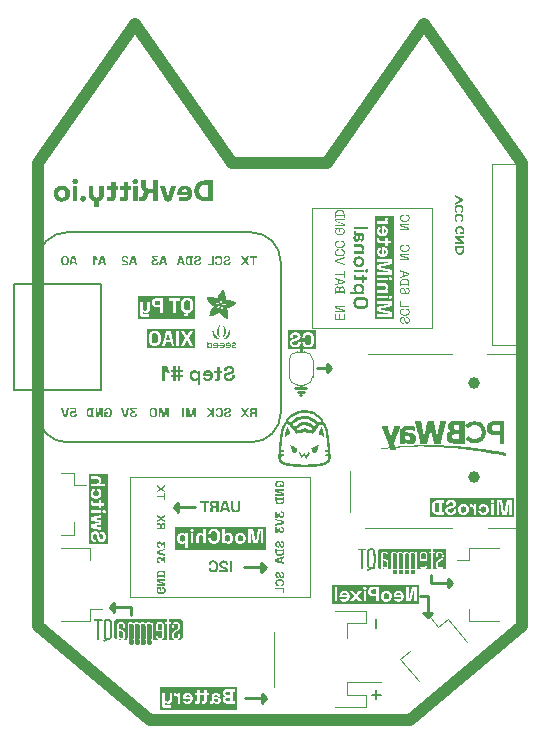
<source format=gbo>
G04 #@! TF.GenerationSoftware,KiCad,Pcbnew,7.0.7-7.0.7~ubuntu22.04.1*
G04 #@! TF.CreationDate,2024-07-01T02:54:02-07:00*
G04 #@! TF.ProjectId,v0.0-CutieCat,76302e30-2d43-4757-9469-654361742e6b,rev?*
G04 #@! TF.SameCoordinates,Original*
G04 #@! TF.FileFunction,Legend,Bot*
G04 #@! TF.FilePolarity,Positive*
%FSLAX46Y46*%
G04 Gerber Fmt 4.6, Leading zero omitted, Abs format (unit mm)*
G04 Created by KiCad (PCBNEW 7.0.7-7.0.7~ubuntu22.04.1) date 2024-07-01 02:54:02*
%MOMM*%
%LPD*%
G01*
G04 APERTURE LIST*
%ADD10C,0.250000*%
%ADD11C,1.000000*%
%ADD12C,0.200000*%
%ADD13C,0.187500*%
%ADD14C,0.160000*%
%ADD15C,0.150000*%
%ADD16C,0.120000*%
%ADD17C,1.000000*%
G04 APERTURE END LIST*
D10*
X1732500Y-1070000D02*
X1847500Y-1070000D01*
X1315000Y-470000D02*
X2260000Y-470000D01*
D11*
X11000000Y-28594600D02*
X-11000000Y-28594600D01*
D10*
X-1130000Y-26735000D02*
X-1500000Y-27105000D01*
X-12590000Y-19020000D02*
X-14400000Y-19020000D01*
X14250000Y-16605000D02*
X14620000Y-16965000D01*
X-14400000Y-19020000D02*
X-14030000Y-18650000D01*
D11*
X-20500000Y18623200D02*
X-20500000Y-20623200D01*
D10*
X-12590000Y-19690000D02*
X-12590000Y-19020000D01*
D11*
X20500000Y-20623200D02*
X11000000Y-28594600D01*
D10*
X12170000Y-19500000D02*
X12900000Y-19500000D01*
X1810000Y2900000D02*
X1810000Y2685000D01*
X12810000Y-16295000D02*
X12810000Y-16965000D01*
D11*
X20500000Y18623200D02*
X20500000Y-20623200D01*
D10*
X14250000Y-16605000D02*
X14250000Y-17335000D01*
X4010000Y1605000D02*
X4010000Y875000D01*
X12810000Y-16965000D02*
X14620000Y-16965000D01*
X-1500000Y-26375000D02*
X-1500000Y-27105000D01*
X1535000Y-770000D02*
X2040000Y-770000D01*
X-14030000Y-19380000D02*
X-14030000Y-18650000D01*
X4010000Y1605000D02*
X4380000Y1245000D01*
X1787500Y-255000D02*
X1787500Y-470000D01*
D11*
X4000000Y18623200D02*
X12250000Y30405400D01*
X-20500000Y18623200D02*
X-12250000Y30405400D01*
D10*
X-14030000Y-19380000D02*
X-14400000Y-19020000D01*
X-1500000Y-26375000D02*
X-1130000Y-26735000D01*
X12530000Y-18060000D02*
X12530000Y-19870000D01*
X4380000Y1245000D02*
X4010000Y875000D01*
X12530000Y-19870000D02*
X12900000Y-19500000D01*
X12170000Y-19500000D02*
X12530000Y-19870000D01*
X11860000Y-18060000D02*
X12530000Y-18060000D01*
D11*
X-12250000Y30405400D02*
X-4000000Y18623200D01*
D10*
X14620000Y-16965000D02*
X14250000Y-17335000D01*
X-2940000Y-26735000D02*
X-1130000Y-26735000D01*
D11*
X-4000000Y18623200D02*
X4000000Y18623200D01*
X-11000000Y-28594600D02*
X-20500000Y-20623200D01*
X12250000Y30405400D02*
X20500000Y18623200D01*
D10*
X3180000Y1245000D02*
X4380000Y1245000D01*
G36*
X3070948Y2808254D02*
G01*
X671020Y2808254D01*
X671020Y3364791D01*
X849591Y3364791D01*
X849813Y3350891D01*
X850479Y3337204D01*
X851588Y3323729D01*
X853140Y3310466D01*
X855137Y3297416D01*
X857577Y3284577D01*
X860461Y3271951D01*
X863788Y3259538D01*
X867559Y3247336D01*
X871773Y3235347D01*
X876432Y3223570D01*
X881534Y3212006D01*
X887079Y3200653D01*
X893068Y3189513D01*
X899501Y3178586D01*
X906378Y3167870D01*
X913662Y3157404D01*
X921319Y3147224D01*
X929347Y3137330D01*
X937748Y3127723D01*
X946520Y3118402D01*
X955665Y3109366D01*
X965182Y3100618D01*
X975071Y3092155D01*
X985332Y3083979D01*
X995965Y3076088D01*
X1006970Y3068484D01*
X1018348Y3061167D01*
X1030097Y3054135D01*
X1042219Y3047390D01*
X1054712Y3040931D01*
X1067578Y3034758D01*
X1080738Y3028954D01*
X1094192Y3023524D01*
X1107939Y3018468D01*
X1121979Y3013787D01*
X1136313Y3009481D01*
X1150940Y3005549D01*
X1165861Y3001991D01*
X1181075Y2998808D01*
X1196582Y2996000D01*
X1212383Y2993566D01*
X1228477Y2991506D01*
X1244864Y2989821D01*
X1261545Y2988510D01*
X1278519Y2987574D01*
X1295786Y2987012D01*
X1313347Y2986825D01*
X1330926Y2987023D01*
X1348247Y2987617D01*
X1365311Y2988607D01*
X1382117Y2989993D01*
X1398665Y2991774D01*
X1414956Y2993952D01*
X1430989Y2996526D01*
X1446765Y2999495D01*
X1462283Y3002861D01*
X1477543Y3006622D01*
X1492546Y3010780D01*
X1507291Y3015333D01*
X1521779Y3020282D01*
X1536009Y3025627D01*
X1549981Y3031369D01*
X1563696Y3037506D01*
X1577060Y3044011D01*
X1590057Y3050858D01*
X1602687Y3058046D01*
X1614949Y3065574D01*
X1626844Y3073444D01*
X1638372Y3081655D01*
X1649532Y3090207D01*
X1660325Y3099101D01*
X1670751Y3108335D01*
X1680809Y3117910D01*
X1690500Y3127827D01*
X1699824Y3138084D01*
X1708780Y3148683D01*
X1717369Y3159622D01*
X1725591Y3170903D01*
X1733445Y3182525D01*
X1740839Y3194506D01*
X1747756Y3206787D01*
X1754196Y3219369D01*
X1760159Y3232251D01*
X1765645Y3245434D01*
X1770654Y3258917D01*
X1775186Y3272701D01*
X1779241Y3286786D01*
X1782818Y3301171D01*
X1785919Y3315857D01*
X1788543Y3330843D01*
X1790689Y3346129D01*
X1792359Y3361717D01*
X1793552Y3377604D01*
X1794267Y3393792D01*
X1794506Y3410281D01*
X1794506Y3448750D01*
X1926397Y3448750D01*
X1926518Y3435387D01*
X1926880Y3422204D01*
X1927484Y3409200D01*
X1928329Y3396376D01*
X1929416Y3383731D01*
X1930744Y3371266D01*
X1932314Y3358980D01*
X1934125Y3346874D01*
X1938472Y3323199D01*
X1943785Y3300243D01*
X1950064Y3278005D01*
X1957309Y3256485D01*
X1965520Y3235682D01*
X1974697Y3215598D01*
X1984840Y3196231D01*
X1995949Y3177583D01*
X2008024Y3159652D01*
X2021065Y3142439D01*
X2035072Y3125945D01*
X2050045Y3110168D01*
X2065862Y3095232D01*
X2082479Y3081259D01*
X2099894Y3068251D01*
X2118108Y3056205D01*
X2137122Y3045124D01*
X2156934Y3035006D01*
X2177546Y3025852D01*
X2198957Y3017661D01*
X2221166Y3010434D01*
X2244175Y3004170D01*
X2267983Y2998870D01*
X2280186Y2996582D01*
X2292589Y2994534D01*
X2305192Y2992727D01*
X2317995Y2991161D01*
X2330998Y2989837D01*
X2344200Y2988752D01*
X2357602Y2987909D01*
X2371204Y2987307D01*
X2385005Y2986946D01*
X2399007Y2986825D01*
X2413130Y2986949D01*
X2427070Y2987320D01*
X2440825Y2987939D01*
X2454396Y2988805D01*
X2467782Y2989919D01*
X2480984Y2991280D01*
X2494002Y2992888D01*
X2506836Y2994744D01*
X2519486Y2996847D01*
X2531951Y2999198D01*
X2544232Y3001797D01*
X2556329Y3004643D01*
X2568241Y3007736D01*
X2591514Y3014665D01*
X2614049Y3022584D01*
X2635847Y3031492D01*
X2656908Y3041391D01*
X2677232Y3052279D01*
X2696819Y3064157D01*
X2715670Y3077025D01*
X2733783Y3090883D01*
X2751159Y3105731D01*
X2759570Y3113526D01*
X2775652Y3129829D01*
X2790697Y3146986D01*
X2804704Y3164996D01*
X2817673Y3183860D01*
X2829605Y3203579D01*
X2840500Y3224151D01*
X2850356Y3245577D01*
X2859176Y3267857D01*
X2866957Y3290991D01*
X2870459Y3302878D01*
X2873701Y3314979D01*
X2876684Y3327293D01*
X2879408Y3339821D01*
X2881872Y3352562D01*
X2884077Y3365516D01*
X2886022Y3378684D01*
X2887708Y3392066D01*
X2889135Y3405661D01*
X2890302Y3419469D01*
X2891210Y3433491D01*
X2891859Y3447726D01*
X2892248Y3462175D01*
X2892377Y3476837D01*
X2892377Y3770845D01*
X2892248Y3785507D01*
X2891859Y3799955D01*
X2891210Y3814189D01*
X2890302Y3828208D01*
X2889135Y3842014D01*
X2887708Y3855606D01*
X2886022Y3868983D01*
X2884077Y3882147D01*
X2881872Y3895096D01*
X2879408Y3907832D01*
X2876684Y3920353D01*
X2873701Y3932660D01*
X2870459Y3944754D01*
X2866957Y3956633D01*
X2863196Y3968298D01*
X2854896Y3990986D01*
X2845558Y4012817D01*
X2835182Y4033793D01*
X2823769Y4053912D01*
X2811318Y4073174D01*
X2797830Y4091581D01*
X2783304Y4109131D01*
X2767741Y4125825D01*
X2759570Y4133851D01*
X2742563Y4149230D01*
X2724818Y4163618D01*
X2706337Y4177013D01*
X2687118Y4189416D01*
X2667162Y4200827D01*
X2646470Y4211245D01*
X2625040Y4220671D01*
X2602873Y4229105D01*
X2579970Y4236547D01*
X2556329Y4242997D01*
X2544232Y4245849D01*
X2531951Y4248454D01*
X2519486Y4250811D01*
X2506836Y4252919D01*
X2494002Y4254780D01*
X2480984Y4256392D01*
X2467782Y4257756D01*
X2454396Y4258872D01*
X2440825Y4259741D01*
X2427070Y4260361D01*
X2413130Y4260733D01*
X2399007Y4260857D01*
X2385005Y4260736D01*
X2371204Y4260374D01*
X2357602Y4259770D01*
X2344200Y4258925D01*
X2330998Y4257838D01*
X2317995Y4256510D01*
X2305192Y4254940D01*
X2292589Y4253129D01*
X2280186Y4251076D01*
X2267983Y4248782D01*
X2255979Y4246246D01*
X2232571Y4240450D01*
X2209962Y4233688D01*
X2188151Y4225960D01*
X2167140Y4217266D01*
X2146928Y4207606D01*
X2127515Y4196980D01*
X2108901Y4185388D01*
X2091086Y4172830D01*
X2074071Y4159306D01*
X2057854Y4144816D01*
X2050045Y4137209D01*
X2035072Y4121432D01*
X2021065Y4104937D01*
X2008024Y4087725D01*
X1995949Y4069794D01*
X1984840Y4051146D01*
X1974697Y4031779D01*
X1965520Y4011695D01*
X1957309Y3990892D01*
X1950064Y3969372D01*
X1943785Y3947134D01*
X1938472Y3924178D01*
X1934125Y3900503D01*
X1932314Y3888397D01*
X1930744Y3876111D01*
X1929416Y3863646D01*
X1928329Y3851001D01*
X1927484Y3838177D01*
X1926880Y3825173D01*
X1926518Y3811990D01*
X1926397Y3798627D01*
X1926397Y3788247D01*
X2153848Y3788247D01*
X2153848Y3805649D01*
X2154084Y3819084D01*
X2154793Y3832216D01*
X2155973Y3845044D01*
X2157626Y3857570D01*
X2159751Y3869793D01*
X2163825Y3887559D01*
X2168961Y3904644D01*
X2175159Y3921047D01*
X2182420Y3936769D01*
X2190744Y3951809D01*
X2200130Y3966167D01*
X2210579Y3979844D01*
X2214298Y3984252D01*
X2226193Y3996746D01*
X2239210Y4008012D01*
X2253349Y4018049D01*
X2268609Y4026856D01*
X2284991Y4034435D01*
X2296535Y4038804D01*
X2308578Y4042628D01*
X2321119Y4045905D01*
X2334159Y4048636D01*
X2347697Y4050821D01*
X2361734Y4052460D01*
X2376269Y4053552D01*
X2391303Y4054098D01*
X2399007Y4054166D01*
X2414106Y4053872D01*
X2428798Y4052988D01*
X2443081Y4051515D01*
X2456957Y4049453D01*
X2470425Y4046802D01*
X2483485Y4043562D01*
X2496137Y4039733D01*
X2508382Y4035314D01*
X2520218Y4030306D01*
X2531647Y4024709D01*
X2542668Y4018523D01*
X2553281Y4011748D01*
X2563486Y4004384D01*
X2573283Y3996431D01*
X2582672Y3987888D01*
X2591653Y3978756D01*
X2600120Y3969156D01*
X2608040Y3959131D01*
X2615413Y3948682D01*
X2622241Y3937808D01*
X2628522Y3926509D01*
X2634258Y3914786D01*
X2639446Y3902638D01*
X2644089Y3890066D01*
X2648186Y3877069D01*
X2651736Y3863647D01*
X2654740Y3849802D01*
X2657198Y3835531D01*
X2659110Y3820836D01*
X2660475Y3805716D01*
X2661295Y3790172D01*
X2661568Y3774203D01*
X2661568Y3473174D01*
X2661295Y3457422D01*
X2660475Y3442071D01*
X2659110Y3427121D01*
X2657198Y3412571D01*
X2654740Y3398422D01*
X2651736Y3384674D01*
X2648186Y3371326D01*
X2644089Y3358380D01*
X2639446Y3345834D01*
X2634258Y3333688D01*
X2628522Y3321944D01*
X2622241Y3310600D01*
X2615413Y3299656D01*
X2608040Y3289114D01*
X2600120Y3278972D01*
X2591653Y3269231D01*
X2582672Y3260025D01*
X2573283Y3251414D01*
X2563486Y3243396D01*
X2553281Y3235972D01*
X2542668Y3229142D01*
X2531647Y3222906D01*
X2520218Y3217264D01*
X2508382Y3212216D01*
X2496137Y3207761D01*
X2483485Y3203901D01*
X2470425Y3200634D01*
X2456957Y3197962D01*
X2443081Y3195883D01*
X2428798Y3194398D01*
X2414106Y3193507D01*
X2399007Y3193210D01*
X2383724Y3193487D01*
X2368939Y3194317D01*
X2354653Y3195701D01*
X2340866Y3197637D01*
X2327577Y3200127D01*
X2314786Y3203171D01*
X2302494Y3206768D01*
X2290700Y3210918D01*
X2279405Y3215622D01*
X2263397Y3223715D01*
X2248511Y3233053D01*
X2234747Y3243636D01*
X2222104Y3255464D01*
X2214298Y3264041D01*
X2203495Y3277638D01*
X2193755Y3291869D01*
X2185077Y3306733D01*
X2177461Y3322230D01*
X2170909Y3338360D01*
X2165419Y3355124D01*
X2160991Y3372521D01*
X2157626Y3390551D01*
X2155973Y3402923D01*
X2154793Y3415576D01*
X2154084Y3428511D01*
X2153848Y3441728D01*
X2153848Y3473174D01*
X1926397Y3473174D01*
X1926397Y3448750D01*
X1794506Y3448750D01*
X1794506Y3459130D01*
X1567055Y3459130D01*
X1567055Y3410281D01*
X1566789Y3396719D01*
X1565991Y3383586D01*
X1564661Y3370883D01*
X1562799Y3358609D01*
X1559010Y3341002D01*
X1554023Y3324362D01*
X1547840Y3308688D01*
X1540460Y3293980D01*
X1531883Y3280237D01*
X1522109Y3267461D01*
X1511139Y3255651D01*
X1498972Y3244807D01*
X1485720Y3234986D01*
X1471609Y3226131D01*
X1456640Y3218242D01*
X1440812Y3211319D01*
X1424125Y3205362D01*
X1406579Y3200371D01*
X1394405Y3197580D01*
X1381850Y3195219D01*
X1368913Y3193287D01*
X1355594Y3191784D01*
X1341893Y3190711D01*
X1327811Y3190067D01*
X1313347Y3189852D01*
X1298700Y3190036D01*
X1284525Y3190587D01*
X1270822Y3191505D01*
X1257591Y3192791D01*
X1244833Y3194444D01*
X1232547Y3196464D01*
X1215003Y3200183D01*
X1198522Y3204728D01*
X1183104Y3210101D01*
X1168748Y3216299D01*
X1155455Y3223324D01*
X1143224Y3231175D01*
X1135661Y3236869D01*
X1125185Y3245972D01*
X1115740Y3255538D01*
X1107325Y3265564D01*
X1099940Y3276053D01*
X1093586Y3287002D01*
X1088262Y3298414D01*
X1083969Y3310287D01*
X1080706Y3322621D01*
X1078474Y3335417D01*
X1077271Y3348674D01*
X1077042Y3357769D01*
X1077496Y3370139D01*
X1079337Y3384755D01*
X1082594Y3398433D01*
X1087267Y3411171D01*
X1093357Y3422970D01*
X1100863Y3433830D01*
X1106046Y3439896D01*
X1115663Y3449527D01*
X1126577Y3458578D01*
X1138787Y3467047D01*
X1149490Y3473403D01*
X1161022Y3479387D01*
X1173384Y3485000D01*
X1186577Y3490240D01*
X1190005Y3491492D01*
X1204115Y3496491D01*
X1218970Y3501414D01*
X1234570Y3506261D01*
X1246757Y3509846D01*
X1259364Y3513388D01*
X1272388Y3516887D01*
X1285832Y3520343D01*
X1299694Y3523756D01*
X1313975Y3527127D01*
X1323728Y3529350D01*
X1364028Y3537898D01*
X1379648Y3541466D01*
X1394987Y3545149D01*
X1410045Y3548946D01*
X1424821Y3552858D01*
X1439316Y3556884D01*
X1453529Y3561025D01*
X1467461Y3565280D01*
X1481112Y3569650D01*
X1494481Y3574134D01*
X1507568Y3578732D01*
X1520374Y3583446D01*
X1532899Y3588273D01*
X1545142Y3593215D01*
X1557104Y3598272D01*
X1568784Y3603443D01*
X1580183Y3608729D01*
X1591277Y3614214D01*
X1607307Y3622837D01*
X1622601Y3631932D01*
X1637160Y3641499D01*
X1650983Y3651538D01*
X1664072Y3662049D01*
X1676425Y3673033D01*
X1688043Y3684489D01*
X1698925Y3696417D01*
X1709073Y3708818D01*
X1718485Y3721691D01*
X1727051Y3735170D01*
X1734775Y3749390D01*
X1741656Y3764350D01*
X1747694Y3780052D01*
X1752890Y3796493D01*
X1757243Y3813676D01*
X1760754Y3831598D01*
X1762626Y3843958D01*
X1764124Y3856648D01*
X1765248Y3869666D01*
X1765997Y3883013D01*
X1766371Y3896690D01*
X1766418Y3903652D01*
X1766210Y3917531D01*
X1765588Y3931158D01*
X1764550Y3944531D01*
X1763098Y3957652D01*
X1761230Y3970520D01*
X1758947Y3983136D01*
X1756250Y3995498D01*
X1753137Y4007608D01*
X1749609Y4019464D01*
X1745667Y4031068D01*
X1738975Y4048000D01*
X1731348Y4064363D01*
X1722789Y4080157D01*
X1713295Y4095382D01*
X1702894Y4109999D01*
X1691725Y4123965D01*
X1679788Y4137283D01*
X1667084Y4149951D01*
X1653613Y4161969D01*
X1639375Y4173339D01*
X1629456Y4180557D01*
X1619196Y4187488D01*
X1608595Y4194129D01*
X1597653Y4200482D01*
X1586370Y4206546D01*
X1574746Y4212322D01*
X1562780Y4217809D01*
X1550475Y4223022D01*
X1537908Y4227898D01*
X1525078Y4232439D01*
X1511985Y4236643D01*
X1498631Y4240510D01*
X1485014Y4244041D01*
X1471134Y4247236D01*
X1456993Y4250095D01*
X1442589Y4252617D01*
X1427922Y4254803D01*
X1412993Y4256653D01*
X1397802Y4258166D01*
X1382348Y4259344D01*
X1366632Y4260184D01*
X1350654Y4260689D01*
X1334413Y4260857D01*
X1318117Y4260682D01*
X1302046Y4260156D01*
X1286203Y4259279D01*
X1270586Y4258052D01*
X1255195Y4256474D01*
X1240032Y4254546D01*
X1225094Y4252267D01*
X1210384Y4249637D01*
X1195900Y4246657D01*
X1181642Y4243326D01*
X1167611Y4239644D01*
X1153807Y4235612D01*
X1140230Y4231229D01*
X1126878Y4226496D01*
X1113754Y4221412D01*
X1100856Y4215977D01*
X1088205Y4210234D01*
X1075898Y4204147D01*
X1063933Y4197716D01*
X1052313Y4190942D01*
X1041036Y4183825D01*
X1030102Y4176364D01*
X1019512Y4168560D01*
X1009265Y4160412D01*
X999362Y4151921D01*
X989802Y4143086D01*
X980586Y4133908D01*
X971713Y4124386D01*
X963183Y4114521D01*
X954997Y4104313D01*
X947155Y4093761D01*
X939656Y4082865D01*
X932558Y4071662D01*
X925917Y4060110D01*
X919735Y4048211D01*
X914010Y4035963D01*
X908744Y4023367D01*
X903935Y4010422D01*
X899585Y3997130D01*
X895692Y3983489D01*
X892257Y3969500D01*
X889281Y3955162D01*
X886762Y3940477D01*
X884701Y3925443D01*
X883098Y3910061D01*
X881953Y3894331D01*
X881267Y3878252D01*
X881038Y3861825D01*
X881038Y3809313D01*
X1108489Y3809313D01*
X1108489Y3861825D01*
X1108728Y3874695D01*
X1109444Y3887088D01*
X1111142Y3902868D01*
X1113690Y3917800D01*
X1117086Y3931882D01*
X1121332Y3945115D01*
X1126426Y3957499D01*
X1132370Y3969033D01*
X1135661Y3974482D01*
X1142821Y3984886D01*
X1150716Y3994575D01*
X1159346Y4003548D01*
X1168710Y4011806D01*
X1178809Y4019348D01*
X1189642Y4026174D01*
X1201210Y4032285D01*
X1213513Y4037680D01*
X1226489Y4042403D01*
X1240075Y4046496D01*
X1254271Y4049959D01*
X1269078Y4052793D01*
X1284496Y4054997D01*
X1300525Y4056571D01*
X1312947Y4057338D01*
X1325712Y4057751D01*
X1334413Y4057830D01*
X1347326Y4057676D01*
X1359806Y4057215D01*
X1377717Y4055946D01*
X1394657Y4053984D01*
X1410626Y4051330D01*
X1425623Y4047984D01*
X1439649Y4043946D01*
X1452703Y4039215D01*
X1464786Y4033792D01*
X1475898Y4027677D01*
X1486038Y4020869D01*
X1489202Y4018446D01*
X1500866Y4008147D01*
X1510974Y3996941D01*
X1519527Y3984829D01*
X1526526Y3971811D01*
X1531969Y3957886D01*
X1535856Y3943055D01*
X1538189Y3927318D01*
X1538918Y3914920D01*
X1538967Y3910674D01*
X1538393Y3896801D01*
X1536671Y3883614D01*
X1533801Y3871113D01*
X1529784Y3859297D01*
X1524618Y3848167D01*
X1516905Y3835716D01*
X1515458Y3833737D01*
X1507450Y3824164D01*
X1498309Y3815097D01*
X1488035Y3806537D01*
X1476628Y3798484D01*
X1464087Y3790938D01*
X1453240Y3785266D01*
X1444628Y3781225D01*
X1432387Y3776044D01*
X1419326Y3771036D01*
X1405444Y3766198D01*
X1390742Y3761533D01*
X1375219Y3757039D01*
X1363039Y3753782D01*
X1350396Y3750621D01*
X1337293Y3747556D01*
X1323728Y3744589D01*
X1283428Y3735735D01*
X1267151Y3732163D01*
X1251142Y3728470D01*
X1235400Y3724654D01*
X1219924Y3720718D01*
X1204717Y3716659D01*
X1189776Y3712479D01*
X1175102Y3708178D01*
X1160696Y3703754D01*
X1146556Y3699209D01*
X1132684Y3694543D01*
X1119079Y3689754D01*
X1105741Y3684845D01*
X1092670Y3679813D01*
X1079866Y3674660D01*
X1067330Y3669385D01*
X1055061Y3663989D01*
X1043093Y3658421D01*
X1031462Y3652635D01*
X1020167Y3646629D01*
X1009208Y3640404D01*
X998585Y3633959D01*
X988299Y3627295D01*
X973501Y3616887D01*
X959459Y3605986D01*
X946174Y3594590D01*
X933645Y3582701D01*
X921873Y3570319D01*
X910858Y3557442D01*
X903935Y3548584D01*
X894223Y3534777D01*
X885467Y3520262D01*
X877665Y3505039D01*
X870819Y3489107D01*
X864929Y3472467D01*
X859993Y3455118D01*
X857233Y3443159D01*
X854898Y3430884D01*
X852988Y3418295D01*
X851502Y3405392D01*
X850440Y3392173D01*
X849804Y3378639D01*
X849591Y3364791D01*
X671020Y3364791D01*
X671020Y4439428D01*
X3070948Y4439428D01*
X3070948Y2808254D01*
G37*
D12*
G36*
X-5664752Y15361000D02*
G01*
X-6310579Y15361000D01*
X-6345296Y15361441D01*
X-6379437Y15362765D01*
X-6413000Y15364972D01*
X-6445987Y15368061D01*
X-6478396Y15372033D01*
X-6510229Y15376888D01*
X-6541484Y15382626D01*
X-6572163Y15389246D01*
X-6602264Y15396749D01*
X-6631789Y15405135D01*
X-6660736Y15414403D01*
X-6689106Y15424555D01*
X-6716900Y15435588D01*
X-6744116Y15447505D01*
X-6770755Y15460304D01*
X-6796817Y15473986D01*
X-6822229Y15488499D01*
X-6846915Y15503682D01*
X-6870877Y15519535D01*
X-6894115Y15536058D01*
X-6916627Y15553250D01*
X-6938415Y15571112D01*
X-6959478Y15589643D01*
X-6979816Y15608845D01*
X-6999430Y15628716D01*
X-7018319Y15649257D01*
X-7036483Y15670468D01*
X-7053923Y15692349D01*
X-7070637Y15714899D01*
X-7086628Y15738119D01*
X-7101893Y15762009D01*
X-7116434Y15786568D01*
X-7130222Y15811743D01*
X-7143121Y15837367D01*
X-7155130Y15863441D01*
X-7166250Y15889965D01*
X-7176480Y15916940D01*
X-7185821Y15944364D01*
X-7194272Y15972238D01*
X-7201833Y16000562D01*
X-7208505Y16029336D01*
X-7214287Y16058559D01*
X-7219180Y16088233D01*
X-7223183Y16118357D01*
X-7226296Y16148931D01*
X-7228520Y16179954D01*
X-7229855Y16211428D01*
X-7230300Y16243351D01*
X-6806929Y16243351D01*
X-6806673Y16223133D01*
X-6805905Y16203255D01*
X-6804626Y16183717D01*
X-6802835Y16164519D01*
X-6800532Y16145661D01*
X-6797717Y16127143D01*
X-6794391Y16108965D01*
X-6790553Y16091127D01*
X-6786203Y16073629D01*
X-6781341Y16056471D01*
X-6773089Y16031372D01*
X-6763685Y16007038D01*
X-6753130Y15983469D01*
X-6741423Y15960665D01*
X-6733043Y15945988D01*
X-6719750Y15924785D01*
X-6705593Y15904556D01*
X-6690569Y15885300D01*
X-6674681Y15867018D01*
X-6657926Y15849710D01*
X-6640307Y15833376D01*
X-6621821Y15818015D01*
X-6602470Y15803628D01*
X-6582254Y15790215D01*
X-6561172Y15777775D01*
X-6546758Y15770109D01*
X-6524668Y15759537D01*
X-6502013Y15750078D01*
X-6478794Y15741732D01*
X-6455012Y15734499D01*
X-6430664Y15728378D01*
X-6405753Y15723370D01*
X-6380278Y15719475D01*
X-6354238Y15716693D01*
X-6336565Y15715457D01*
X-6318642Y15714715D01*
X-6300467Y15714468D01*
X-6086364Y15714468D01*
X-6086364Y16771355D01*
X-6300467Y16771355D01*
X-6309613Y16771293D01*
X-6327713Y16770795D01*
X-6345560Y16769799D01*
X-6371853Y16767371D01*
X-6397574Y16763823D01*
X-6422724Y16759154D01*
X-6447302Y16753364D01*
X-6471307Y16746454D01*
X-6494741Y16738423D01*
X-6517603Y16729272D01*
X-6539893Y16719000D01*
X-6561612Y16707608D01*
X-6575709Y16699427D01*
X-6596141Y16686356D01*
X-6615714Y16672327D01*
X-6634430Y16657340D01*
X-6652288Y16641395D01*
X-6669289Y16624491D01*
X-6685431Y16606629D01*
X-6700716Y16587809D01*
X-6715143Y16568030D01*
X-6728712Y16547293D01*
X-6741423Y16525598D01*
X-6753130Y16503097D01*
X-6763685Y16479776D01*
X-6773089Y16455637D01*
X-6781341Y16430678D01*
X-6786203Y16413584D01*
X-6790553Y16396125D01*
X-6794391Y16378303D01*
X-6797717Y16360116D01*
X-6800532Y16341565D01*
X-6802835Y16322651D01*
X-6804626Y16303372D01*
X-6805905Y16283729D01*
X-6806673Y16263722D01*
X-6806929Y16243351D01*
X-7230300Y16243351D01*
X-7229855Y16275271D01*
X-7228520Y16306735D01*
X-7226296Y16337741D01*
X-7223183Y16368291D01*
X-7219180Y16398383D01*
X-7214287Y16428019D01*
X-7208505Y16457199D01*
X-7201833Y16485921D01*
X-7194272Y16514187D01*
X-7185821Y16541995D01*
X-7176480Y16569347D01*
X-7166250Y16596242D01*
X-7155130Y16622681D01*
X-7143121Y16648662D01*
X-7130222Y16674187D01*
X-7116434Y16699255D01*
X-7101893Y16723761D01*
X-7086628Y16747601D01*
X-7070637Y16770775D01*
X-7053923Y16793282D01*
X-7036483Y16815123D01*
X-7018319Y16836298D01*
X-6999430Y16856806D01*
X-6979816Y16876648D01*
X-6959478Y16895824D01*
X-6938415Y16914334D01*
X-6916627Y16932177D01*
X-6894115Y16949353D01*
X-6870877Y16965864D01*
X-6846915Y16981708D01*
X-6822229Y16996886D01*
X-6796817Y17011397D01*
X-6770755Y17025132D01*
X-6744116Y17037982D01*
X-6716900Y17049945D01*
X-6689106Y17061021D01*
X-6660736Y17071212D01*
X-6631789Y17080516D01*
X-6602264Y17088935D01*
X-6572163Y17096467D01*
X-6541484Y17103113D01*
X-6510229Y17108873D01*
X-6478396Y17113747D01*
X-6445987Y17117734D01*
X-6413000Y17120836D01*
X-6379437Y17123051D01*
X-6345296Y17124381D01*
X-6310579Y17124824D01*
X-5664752Y17124824D01*
X-5664752Y15361000D01*
G37*
G36*
X-8014786Y16682672D02*
G01*
X-7992775Y16681724D01*
X-7971001Y16680144D01*
X-7949463Y16677933D01*
X-7928163Y16675089D01*
X-7907100Y16671613D01*
X-7886274Y16667505D01*
X-7865685Y16662765D01*
X-7845333Y16657393D01*
X-7825218Y16651389D01*
X-7805340Y16644754D01*
X-7785699Y16637486D01*
X-7766295Y16629586D01*
X-7747127Y16621054D01*
X-7728197Y16611891D01*
X-7709504Y16602095D01*
X-7691218Y16591709D01*
X-7673399Y16580773D01*
X-7656047Y16569287D01*
X-7639162Y16557252D01*
X-7622744Y16544668D01*
X-7606794Y16531533D01*
X-7591310Y16517850D01*
X-7576294Y16503616D01*
X-7561745Y16488834D01*
X-7547663Y16473501D01*
X-7534048Y16457619D01*
X-7520900Y16441188D01*
X-7508219Y16424207D01*
X-7496005Y16406676D01*
X-7484259Y16388596D01*
X-7472979Y16369967D01*
X-7462332Y16350822D01*
X-7452371Y16331196D01*
X-7443098Y16311090D01*
X-7434511Y16290502D01*
X-7426611Y16269434D01*
X-7419398Y16247885D01*
X-7412873Y16225855D01*
X-7407034Y16203344D01*
X-7401882Y16180353D01*
X-7397417Y16156880D01*
X-7393639Y16132927D01*
X-7390547Y16108493D01*
X-7388143Y16083577D01*
X-7386426Y16058182D01*
X-7385395Y16032305D01*
X-7385052Y16005947D01*
X-7385414Y15982325D01*
X-7386501Y15959050D01*
X-7388313Y15936122D01*
X-7390850Y15913541D01*
X-7394111Y15891307D01*
X-7398097Y15869419D01*
X-7402807Y15847879D01*
X-7408243Y15826685D01*
X-7414403Y15805838D01*
X-7421288Y15785339D01*
X-7428897Y15765186D01*
X-7437231Y15745380D01*
X-7446290Y15725921D01*
X-7456074Y15706808D01*
X-7466582Y15688043D01*
X-7477815Y15669625D01*
X-7489694Y15651684D01*
X-7502140Y15634241D01*
X-7515152Y15617296D01*
X-7528731Y15600849D01*
X-7542876Y15584900D01*
X-7557589Y15569449D01*
X-7572868Y15554497D01*
X-7588714Y15540042D01*
X-7605126Y15526085D01*
X-7622106Y15512626D01*
X-7639652Y15499666D01*
X-7657764Y15487203D01*
X-7676444Y15475238D01*
X-7695690Y15463772D01*
X-7715503Y15452803D01*
X-7735882Y15442332D01*
X-7756810Y15432483D01*
X-7778156Y15423270D01*
X-7799922Y15414692D01*
X-7822106Y15406749D01*
X-7844710Y15399442D01*
X-7867732Y15392770D01*
X-7891174Y15386734D01*
X-7915034Y15381333D01*
X-7939314Y15376567D01*
X-7964013Y15372437D01*
X-7989130Y15368942D01*
X-8014667Y15366083D01*
X-8040623Y15363859D01*
X-8066998Y15362270D01*
X-8093792Y15361317D01*
X-8121004Y15361000D01*
X-8503928Y15361000D01*
X-8503928Y15682814D01*
X-8110013Y15682814D01*
X-8094746Y15683003D01*
X-8074845Y15683845D01*
X-8055467Y15685359D01*
X-8036610Y15687547D01*
X-8018276Y15690408D01*
X-8000464Y15693943D01*
X-7983174Y15698150D01*
X-7962295Y15704356D01*
X-7954198Y15707193D01*
X-7934752Y15715067D01*
X-7916443Y15724057D01*
X-7899271Y15734164D01*
X-7883238Y15745387D01*
X-7868342Y15757726D01*
X-7854584Y15771181D01*
X-7849408Y15776924D01*
X-7837340Y15792002D01*
X-7826516Y15808110D01*
X-7816938Y15825249D01*
X-7808604Y15843419D01*
X-7801516Y15862619D01*
X-7795673Y15882849D01*
X-8642414Y15882849D01*
X-8645684Y15896890D01*
X-8648771Y15915248D01*
X-8650990Y15933843D01*
X-8652526Y15951872D01*
X-8653896Y15970388D01*
X-8655050Y15990261D01*
X-8655765Y16008760D01*
X-8656043Y16027929D01*
X-8655768Y16051398D01*
X-8654944Y16074544D01*
X-8653570Y16097368D01*
X-8651646Y16119868D01*
X-8650917Y16126408D01*
X-8277076Y16126408D01*
X-7786441Y16126408D01*
X-7789434Y16143925D01*
X-7793138Y16161194D01*
X-7797553Y16178216D01*
X-7803603Y16197763D01*
X-7810621Y16216973D01*
X-7815106Y16227696D01*
X-7823915Y16245701D01*
X-7833944Y16262738D01*
X-7845193Y16278808D01*
X-7857662Y16293909D01*
X-7869547Y16306125D01*
X-7884703Y16319165D01*
X-7901248Y16330901D01*
X-7916534Y16339922D01*
X-7932840Y16347985D01*
X-7941442Y16351599D01*
X-7959320Y16357761D01*
X-7978094Y16362501D01*
X-7997764Y16365818D01*
X-8018331Y16367714D01*
X-8036154Y16368208D01*
X-8044418Y16368104D01*
X-8063220Y16367049D01*
X-8081348Y16364858D01*
X-8098803Y16361531D01*
X-8117927Y16356338D01*
X-8136007Y16349798D01*
X-8152878Y16342050D01*
X-8168540Y16333092D01*
X-8182993Y16322926D01*
X-8194774Y16313272D01*
X-8208932Y16299625D01*
X-8220582Y16286326D01*
X-8231353Y16271928D01*
X-8241053Y16256540D01*
X-8249488Y16240274D01*
X-8256660Y16223128D01*
X-8262568Y16205103D01*
X-8263912Y16200468D01*
X-8268707Y16181550D01*
X-8272568Y16162027D01*
X-8275179Y16144449D01*
X-8277076Y16126408D01*
X-8650917Y16126408D01*
X-8649173Y16142046D01*
X-8646151Y16163901D01*
X-8642579Y16185432D01*
X-8638457Y16206642D01*
X-8633786Y16227528D01*
X-8628565Y16248091D01*
X-8622795Y16268332D01*
X-8616475Y16288249D01*
X-8609606Y16307844D01*
X-8602187Y16327116D01*
X-8594219Y16346065D01*
X-8585701Y16364691D01*
X-8576699Y16382963D01*
X-8567167Y16400741D01*
X-8557107Y16418025D01*
X-8546518Y16434813D01*
X-8535400Y16451107D01*
X-8523753Y16466907D01*
X-8511577Y16482212D01*
X-8498872Y16497022D01*
X-8485639Y16511338D01*
X-8471876Y16525159D01*
X-8457584Y16538485D01*
X-8442764Y16551317D01*
X-8427414Y16563654D01*
X-8411536Y16575497D01*
X-8395128Y16586845D01*
X-8378192Y16597699D01*
X-8360785Y16608027D01*
X-8342856Y16617688D01*
X-8324405Y16626684D01*
X-8305432Y16635013D01*
X-8285937Y16642676D01*
X-8265920Y16649672D01*
X-8245380Y16656002D01*
X-8224319Y16661666D01*
X-8202736Y16666663D01*
X-8180630Y16670994D01*
X-8158003Y16674659D01*
X-8134853Y16677658D01*
X-8111181Y16679990D01*
X-8086987Y16681656D01*
X-8062272Y16682655D01*
X-8037034Y16682988D01*
X-8014786Y16682672D01*
G37*
G36*
X-9446510Y15329785D02*
G01*
X-9424777Y15330315D01*
X-9403429Y15331903D01*
X-9382468Y15334550D01*
X-9361894Y15338255D01*
X-9341706Y15343019D01*
X-9321904Y15348843D01*
X-9302489Y15355724D01*
X-9283460Y15363665D01*
X-9264817Y15372664D01*
X-9246561Y15382722D01*
X-9234605Y15390016D01*
X-9217310Y15401766D01*
X-9201035Y15414266D01*
X-9185780Y15427516D01*
X-9171545Y15441515D01*
X-9158330Y15456264D01*
X-9146135Y15471762D01*
X-9134960Y15488010D01*
X-9124806Y15505008D01*
X-9115671Y15522755D01*
X-9107557Y15541252D01*
X-9102714Y15554000D01*
X-8735617Y16653093D01*
X-9163384Y16653093D01*
X-9424528Y15731614D01*
X-9434317Y15716518D01*
X-9435080Y15715787D01*
X-9449588Y15710511D01*
X-9465415Y15715787D01*
X-9474918Y15730986D01*
X-9475087Y15731614D01*
X-9737990Y16653093D01*
X-10156964Y16653093D01*
X-9789867Y15555759D01*
X-9782436Y15536754D01*
X-9773994Y15518484D01*
X-9764538Y15500948D01*
X-9754071Y15484146D01*
X-9742591Y15468078D01*
X-9730099Y15452745D01*
X-9716594Y15438145D01*
X-9702077Y15424280D01*
X-9686547Y15411149D01*
X-9670006Y15398752D01*
X-9658415Y15390895D01*
X-9640492Y15379974D01*
X-9622166Y15370127D01*
X-9603438Y15361355D01*
X-9584309Y15353656D01*
X-9564778Y15347032D01*
X-9544845Y15341482D01*
X-9524510Y15337006D01*
X-9503773Y15333605D01*
X-9482634Y15331277D01*
X-9461094Y15330024D01*
X-9446510Y15329785D01*
G37*
G36*
X-10335457Y15361000D02*
G01*
X-10335457Y17124824D01*
X-10757069Y17124824D01*
X-10757069Y16410853D01*
X-11049427Y16410853D01*
X-11067892Y16411341D01*
X-11085917Y16412804D01*
X-11103503Y16415242D01*
X-11124866Y16419662D01*
X-11145543Y16425607D01*
X-11165533Y16433075D01*
X-11184836Y16442067D01*
X-11203320Y16452509D01*
X-11220582Y16464324D01*
X-11236620Y16477513D01*
X-11251434Y16492076D01*
X-11265024Y16508013D01*
X-11277391Y16525323D01*
X-11281995Y16532632D01*
X-11292381Y16551864D01*
X-11299422Y16568038D01*
X-11305336Y16584913D01*
X-11310124Y16602488D01*
X-11313786Y16620764D01*
X-11316320Y16639740D01*
X-11317729Y16659418D01*
X-11318046Y16674635D01*
X-11318046Y17124824D01*
X-11739658Y17124824D01*
X-11739658Y16671558D01*
X-11739343Y16650594D01*
X-11738400Y16629909D01*
X-11736829Y16609502D01*
X-11734629Y16589373D01*
X-11731801Y16569522D01*
X-11728344Y16549950D01*
X-11724258Y16530656D01*
X-11719544Y16511640D01*
X-11714202Y16492902D01*
X-11708230Y16474442D01*
X-11701631Y16456261D01*
X-11694402Y16438358D01*
X-11686546Y16420733D01*
X-11678060Y16403386D01*
X-11668946Y16386317D01*
X-11659204Y16369527D01*
X-11649000Y16353080D01*
X-11638390Y16337042D01*
X-11627375Y16321413D01*
X-11615955Y16306192D01*
X-11604129Y16291380D01*
X-11591898Y16276977D01*
X-11579262Y16262982D01*
X-11566221Y16249396D01*
X-11552774Y16236219D01*
X-11538922Y16223451D01*
X-11524665Y16211091D01*
X-11510002Y16199140D01*
X-11494934Y16187598D01*
X-11479461Y16176465D01*
X-11463583Y16165740D01*
X-11447299Y16155424D01*
X-11638981Y15751397D01*
X-11648826Y15735938D01*
X-11662206Y15724181D01*
X-11666678Y15721502D01*
X-11683760Y15714590D01*
X-11701280Y15711637D01*
X-11708443Y15711390D01*
X-11867592Y15711390D01*
X-11867592Y15361000D01*
X-11621395Y15361000D01*
X-11595971Y15361467D01*
X-11571467Y15362870D01*
X-11547883Y15365207D01*
X-11525218Y15368480D01*
X-11503472Y15372688D01*
X-11482647Y15377831D01*
X-11462741Y15383909D01*
X-11443754Y15390922D01*
X-11425688Y15398871D01*
X-11408540Y15407754D01*
X-11397620Y15414196D01*
X-11381976Y15424585D01*
X-11367027Y15435638D01*
X-11352774Y15447356D01*
X-11339217Y15459739D01*
X-11326355Y15472787D01*
X-11314188Y15486499D01*
X-11302718Y15500875D01*
X-11291942Y15515917D01*
X-11281862Y15531622D01*
X-11272478Y15547993D01*
X-11266608Y15559276D01*
X-11028325Y16058264D01*
X-11009752Y16058264D01*
X-10991952Y16058264D01*
X-10989637Y16058264D01*
X-10970952Y16058264D01*
X-10952237Y16058264D01*
X-10950949Y16058264D01*
X-10757069Y16058264D01*
X-10757069Y15361000D01*
X-10335457Y15361000D01*
G37*
G36*
X-12032016Y15361000D02*
G01*
X-12032016Y16653093D01*
X-12425052Y16653093D01*
X-12425052Y15361000D01*
X-12032016Y15361000D01*
G37*
G36*
X-12228974Y16801251D02*
G01*
X-12205858Y16802315D01*
X-12183554Y16805510D01*
X-12162060Y16810833D01*
X-12141376Y16818287D01*
X-12121503Y16827869D01*
X-12102441Y16839582D01*
X-12084189Y16853423D01*
X-12071032Y16865202D01*
X-12066748Y16869394D01*
X-12054648Y16882470D01*
X-12040367Y16900578D01*
X-12028201Y16919455D01*
X-12018151Y16939101D01*
X-12010217Y16959517D01*
X-12004399Y16980702D01*
X-12000696Y17002656D01*
X-11999110Y17025380D01*
X-11999043Y17031181D01*
X-12000101Y17054303D01*
X-12003275Y17076628D01*
X-12008564Y17098157D01*
X-12015969Y17118889D01*
X-12025490Y17138823D01*
X-12037127Y17157961D01*
X-12050879Y17176302D01*
X-12062582Y17189535D01*
X-12066748Y17193847D01*
X-12079753Y17206103D01*
X-12097802Y17220570D01*
X-12116661Y17232894D01*
X-12136332Y17243074D01*
X-12156813Y17251111D01*
X-12178104Y17257005D01*
X-12200206Y17260756D01*
X-12223119Y17262363D01*
X-12228974Y17262430D01*
X-12252089Y17261358D01*
X-12274394Y17258144D01*
X-12295888Y17252786D01*
X-12316571Y17245284D01*
X-12336444Y17235640D01*
X-12355507Y17223852D01*
X-12373759Y17209921D01*
X-12386915Y17198066D01*
X-12391200Y17193847D01*
X-12403378Y17180763D01*
X-12417752Y17162621D01*
X-12429996Y17143683D01*
X-12440112Y17123947D01*
X-12448097Y17103415D01*
X-12453953Y17082085D01*
X-12457680Y17059959D01*
X-12459277Y17037036D01*
X-12459344Y17031181D01*
X-12458279Y17008265D01*
X-12455085Y16986118D01*
X-12449761Y16964741D01*
X-12442308Y16944133D01*
X-12432725Y16924294D01*
X-12421013Y16905225D01*
X-12407171Y16886925D01*
X-12395392Y16873705D01*
X-12391200Y16869394D01*
X-12378195Y16857216D01*
X-12360146Y16842842D01*
X-12341286Y16830598D01*
X-12321616Y16820483D01*
X-12301135Y16812497D01*
X-12279843Y16806641D01*
X-12257741Y16802914D01*
X-12234828Y16801317D01*
X-12228974Y16801251D01*
G37*
G36*
X-13186943Y15361000D02*
G01*
X-13164987Y15361396D01*
X-13143632Y15362586D01*
X-13122878Y15364570D01*
X-13102725Y15367347D01*
X-13083173Y15370917D01*
X-13064222Y15375281D01*
X-13045873Y15380438D01*
X-13028124Y15386389D01*
X-13010976Y15393133D01*
X-12994430Y15400670D01*
X-12978485Y15409001D01*
X-12963140Y15418125D01*
X-12948397Y15428042D01*
X-12934255Y15438753D01*
X-12920714Y15450258D01*
X-12907773Y15462556D01*
X-12895582Y15475589D01*
X-12884177Y15489188D01*
X-12873559Y15503354D01*
X-12863727Y15518087D01*
X-12854682Y15533387D01*
X-12846423Y15549253D01*
X-12838951Y15565687D01*
X-12832266Y15582687D01*
X-12826367Y15600253D01*
X-12821254Y15618386D01*
X-12816928Y15637086D01*
X-12813389Y15656353D01*
X-12810636Y15676187D01*
X-12808670Y15696587D01*
X-12807490Y15717554D01*
X-12807096Y15739087D01*
X-12807096Y16968752D01*
X-13198813Y16968752D01*
X-13198813Y15761069D01*
X-13200917Y15742969D01*
X-13208091Y15725041D01*
X-13219030Y15710547D01*
X-13220355Y15709192D01*
X-13234910Y15697832D01*
X-13251096Y15690679D01*
X-13268913Y15687734D01*
X-13272672Y15687650D01*
X-13554040Y15687650D01*
X-13554040Y15361000D01*
X-13186943Y15361000D01*
G37*
G36*
X-12595631Y16333916D02*
G01*
X-12595631Y16653093D01*
X-13554040Y16653093D01*
X-13554040Y16333916D01*
X-12595631Y16333916D01*
G37*
G36*
X-14266692Y15361000D02*
G01*
X-14244736Y15361396D01*
X-14223381Y15362586D01*
X-14202627Y15364570D01*
X-14182474Y15367347D01*
X-14162922Y15370917D01*
X-14143971Y15375281D01*
X-14125621Y15380438D01*
X-14107873Y15386389D01*
X-14090725Y15393133D01*
X-14074179Y15400670D01*
X-14058233Y15409001D01*
X-14042889Y15418125D01*
X-14028146Y15428042D01*
X-14014003Y15438753D01*
X-14000462Y15450258D01*
X-13987522Y15462556D01*
X-13975331Y15475589D01*
X-13963926Y15489188D01*
X-13953308Y15503354D01*
X-13943476Y15518087D01*
X-13934431Y15533387D01*
X-13926172Y15549253D01*
X-13918700Y15565687D01*
X-13912015Y15582687D01*
X-13906115Y15600253D01*
X-13901003Y15618386D01*
X-13896677Y15637086D01*
X-13893138Y15656353D01*
X-13890385Y15676187D01*
X-13888418Y15696587D01*
X-13887239Y15717554D01*
X-13886845Y15739087D01*
X-13886845Y16968752D01*
X-14278562Y16968752D01*
X-14278562Y15761069D01*
X-14280666Y15742969D01*
X-14287839Y15725041D01*
X-14298779Y15710547D01*
X-14300104Y15709192D01*
X-14314659Y15697832D01*
X-14330844Y15690679D01*
X-14348662Y15687734D01*
X-14352421Y15687650D01*
X-14633789Y15687650D01*
X-14633789Y15361000D01*
X-14266692Y15361000D01*
G37*
G36*
X-13675380Y16333916D02*
G01*
X-13675380Y16653093D01*
X-14633789Y16653093D01*
X-14633789Y16333916D01*
X-13675380Y16333916D01*
G37*
G36*
X-15320502Y14849262D02*
G01*
X-15320502Y15354405D01*
X-15303019Y15358764D01*
X-15285853Y15363486D01*
X-15269003Y15368573D01*
X-15244319Y15376886D01*
X-15220347Y15386018D01*
X-15197086Y15395969D01*
X-15174536Y15406739D01*
X-15152696Y15418328D01*
X-15131568Y15430737D01*
X-15111151Y15443965D01*
X-15091444Y15458012D01*
X-15078702Y15467831D01*
X-15060320Y15483218D01*
X-15042766Y15499207D01*
X-15026039Y15515799D01*
X-15010139Y15532994D01*
X-14995065Y15550791D01*
X-14980819Y15569192D01*
X-14967399Y15588195D01*
X-14954806Y15607801D01*
X-14943040Y15628010D01*
X-14932101Y15648821D01*
X-14925268Y15663030D01*
X-14915761Y15684703D01*
X-14907190Y15706693D01*
X-14899553Y15729000D01*
X-14892852Y15751624D01*
X-14887085Y15774565D01*
X-14882254Y15797822D01*
X-14878358Y15821396D01*
X-14875397Y15845287D01*
X-14873371Y15869495D01*
X-14872280Y15894020D01*
X-14872072Y15910546D01*
X-14872072Y16653093D01*
X-15262470Y16653093D01*
X-15262470Y15921976D01*
X-15263264Y15901077D01*
X-15265647Y15880692D01*
X-15269618Y15860822D01*
X-15275178Y15841468D01*
X-15282326Y15822629D01*
X-15291063Y15804305D01*
X-15295003Y15797120D01*
X-15305897Y15779807D01*
X-15317972Y15763589D01*
X-15331228Y15748465D01*
X-15345664Y15734437D01*
X-15361281Y15721503D01*
X-15378079Y15709664D01*
X-15385129Y15705235D01*
X-15403332Y15695356D01*
X-15422223Y15687152D01*
X-15441801Y15680622D01*
X-15462065Y15675766D01*
X-15483017Y15672585D01*
X-15504655Y15671078D01*
X-15513503Y15670944D01*
X-15531390Y15671479D01*
X-15553055Y15673656D01*
X-15573946Y15677507D01*
X-15594064Y15683033D01*
X-15613410Y15690233D01*
X-15631983Y15699107D01*
X-15642756Y15705235D01*
X-15659878Y15716636D01*
X-15675797Y15729132D01*
X-15690515Y15742723D01*
X-15704030Y15757408D01*
X-15716344Y15773188D01*
X-15727455Y15790063D01*
X-15731563Y15797120D01*
X-15740935Y15815237D01*
X-15748719Y15833870D01*
X-15754914Y15853019D01*
X-15759521Y15872682D01*
X-15762539Y15892861D01*
X-15763969Y15913555D01*
X-15764096Y15921976D01*
X-15764096Y16653093D01*
X-16155373Y16653093D01*
X-16155373Y15910546D01*
X-16154913Y15885818D01*
X-16153534Y15861422D01*
X-16151235Y15837358D01*
X-16148016Y15813627D01*
X-16143877Y15790227D01*
X-16138819Y15767161D01*
X-16132842Y15744426D01*
X-16125945Y15722024D01*
X-16118128Y15699954D01*
X-16109391Y15678217D01*
X-16103056Y15663909D01*
X-16092912Y15642846D01*
X-16081933Y15622353D01*
X-16070119Y15602433D01*
X-16057471Y15583085D01*
X-16043988Y15564308D01*
X-16029671Y15546104D01*
X-16014519Y15528471D01*
X-15998532Y15511410D01*
X-15981711Y15494921D01*
X-15964055Y15479004D01*
X-15951821Y15468711D01*
X-15932903Y15453968D01*
X-15913243Y15440076D01*
X-15892841Y15427034D01*
X-15871697Y15414841D01*
X-15849811Y15403499D01*
X-15827184Y15393007D01*
X-15803814Y15383365D01*
X-15779703Y15374573D01*
X-15754850Y15366631D01*
X-15737869Y15361809D01*
X-15720558Y15357365D01*
X-15711779Y15355284D01*
X-15711779Y14849262D01*
X-15320502Y14849262D01*
G37*
G36*
X-16637215Y15329785D02*
G01*
X-16618750Y15330419D01*
X-16600780Y15332320D01*
X-16583305Y15335489D01*
X-16560773Y15341685D01*
X-16539121Y15350134D01*
X-16518348Y15360836D01*
X-16503346Y15370342D01*
X-16488838Y15381115D01*
X-16474824Y15393155D01*
X-16465757Y15401886D01*
X-16453029Y15415719D01*
X-16441553Y15430016D01*
X-16431328Y15444776D01*
X-16422356Y15460000D01*
X-16412341Y15481020D01*
X-16404551Y15502865D01*
X-16398987Y15525534D01*
X-16396274Y15543076D01*
X-16394814Y15561082D01*
X-16394535Y15573344D01*
X-16395161Y15591888D01*
X-16397039Y15609929D01*
X-16400169Y15627467D01*
X-16404551Y15644504D01*
X-16412341Y15666437D01*
X-16422356Y15687478D01*
X-16431328Y15702673D01*
X-16441553Y15717365D01*
X-16453029Y15731555D01*
X-16465757Y15745242D01*
X-16479440Y15758049D01*
X-16493619Y15769596D01*
X-16508292Y15779883D01*
X-16523459Y15788911D01*
X-16544452Y15798988D01*
X-16566324Y15806826D01*
X-16589075Y15812424D01*
X-16606715Y15815154D01*
X-16624850Y15816623D01*
X-16637215Y15816903D01*
X-16655758Y15816273D01*
X-16673799Y15814384D01*
X-16691338Y15811235D01*
X-16708375Y15806826D01*
X-16730308Y15798988D01*
X-16751349Y15788911D01*
X-16766544Y15779883D01*
X-16781236Y15769596D01*
X-16795426Y15758049D01*
X-16809113Y15745242D01*
X-16821920Y15731555D01*
X-16833467Y15717365D01*
X-16843754Y15702673D01*
X-16852782Y15687478D01*
X-16862859Y15666437D01*
X-16870697Y15644504D01*
X-16875106Y15627467D01*
X-16878255Y15609929D01*
X-16880144Y15591888D01*
X-16880774Y15573344D01*
X-16879969Y15553110D01*
X-16877554Y15533348D01*
X-16873529Y15514058D01*
X-16867894Y15495240D01*
X-16860649Y15476895D01*
X-16851794Y15459021D01*
X-16847801Y15452004D01*
X-16837087Y15435104D01*
X-16825278Y15419298D01*
X-16812375Y15404587D01*
X-16798376Y15390970D01*
X-16783283Y15378449D01*
X-16767095Y15367022D01*
X-16760314Y15362758D01*
X-16742818Y15353259D01*
X-16724679Y15345370D01*
X-16705896Y15339091D01*
X-16686468Y15334422D01*
X-16666397Y15331363D01*
X-16645682Y15329914D01*
X-16637215Y15329785D01*
G37*
G36*
X-17117739Y15361000D02*
G01*
X-17117739Y16653093D01*
X-17510774Y16653093D01*
X-17510774Y15361000D01*
X-17117739Y15361000D01*
G37*
G36*
X-17314696Y16801251D02*
G01*
X-17291581Y16802315D01*
X-17269276Y16805510D01*
X-17247782Y16810833D01*
X-17227098Y16818287D01*
X-17207225Y16827869D01*
X-17188163Y16839582D01*
X-17169911Y16853423D01*
X-17156754Y16865202D01*
X-17152470Y16869394D01*
X-17140370Y16882470D01*
X-17126089Y16900578D01*
X-17113923Y16919455D01*
X-17103874Y16939101D01*
X-17095940Y16959517D01*
X-17090121Y16980702D01*
X-17086419Y17002656D01*
X-17084832Y17025380D01*
X-17084766Y17031181D01*
X-17085824Y17054303D01*
X-17088997Y17076628D01*
X-17094287Y17098157D01*
X-17101692Y17118889D01*
X-17111213Y17138823D01*
X-17122849Y17157961D01*
X-17136602Y17176302D01*
X-17148304Y17189535D01*
X-17152470Y17193847D01*
X-17165475Y17206103D01*
X-17183524Y17220570D01*
X-17202384Y17232894D01*
X-17222054Y17243074D01*
X-17242535Y17251111D01*
X-17263826Y17257005D01*
X-17285928Y17260756D01*
X-17308841Y17262363D01*
X-17314696Y17262430D01*
X-17337811Y17261358D01*
X-17360116Y17258144D01*
X-17381610Y17252786D01*
X-17402294Y17245284D01*
X-17422167Y17235640D01*
X-17441229Y17223852D01*
X-17459481Y17209921D01*
X-17472638Y17198066D01*
X-17476922Y17193847D01*
X-17489100Y17180763D01*
X-17503474Y17162621D01*
X-17515719Y17143683D01*
X-17525834Y17123947D01*
X-17533819Y17103415D01*
X-17539676Y17082085D01*
X-17543402Y17059959D01*
X-17544999Y17037036D01*
X-17545066Y17031181D01*
X-17544001Y17008265D01*
X-17540807Y16986118D01*
X-17535483Y16964741D01*
X-17528030Y16944133D01*
X-17518447Y16924294D01*
X-17506735Y16905225D01*
X-17492893Y16886925D01*
X-17481114Y16873705D01*
X-17476922Y16869394D01*
X-17463917Y16857216D01*
X-17445868Y16842842D01*
X-17427008Y16830598D01*
X-17407338Y16820483D01*
X-17386857Y16812497D01*
X-17365565Y16806641D01*
X-17343463Y16802914D01*
X-17320551Y16801317D01*
X-17314696Y16801251D01*
G37*
G36*
X-18414218Y16682641D02*
G01*
X-18389897Y16681601D01*
X-18365885Y16679866D01*
X-18342183Y16677438D01*
X-18318789Y16674316D01*
X-18295705Y16670500D01*
X-18272930Y16665990D01*
X-18250464Y16660787D01*
X-18228307Y16654889D01*
X-18206459Y16648298D01*
X-18184920Y16641013D01*
X-18163690Y16633035D01*
X-18142770Y16624362D01*
X-18122158Y16614996D01*
X-18101856Y16604936D01*
X-18081863Y16594182D01*
X-18062282Y16582882D01*
X-18043216Y16571073D01*
X-18024665Y16558757D01*
X-18006630Y16545931D01*
X-17989110Y16532598D01*
X-17972105Y16518756D01*
X-17955615Y16504406D01*
X-17939640Y16489548D01*
X-17924181Y16474181D01*
X-17909236Y16458306D01*
X-17894807Y16441923D01*
X-17880894Y16425031D01*
X-17867495Y16407631D01*
X-17854612Y16389723D01*
X-17842243Y16371306D01*
X-17830390Y16352381D01*
X-17819157Y16333102D01*
X-17808649Y16313515D01*
X-17798865Y16293618D01*
X-17789806Y16273411D01*
X-17781472Y16252896D01*
X-17773863Y16232072D01*
X-17766978Y16210938D01*
X-17760818Y16189496D01*
X-17755382Y16167744D01*
X-17750672Y16145683D01*
X-17746686Y16123313D01*
X-17743425Y16100634D01*
X-17740888Y16077646D01*
X-17739076Y16054348D01*
X-17737989Y16030742D01*
X-17737627Y16006826D01*
X-17737989Y15982907D01*
X-17739076Y15959291D01*
X-17740888Y15935976D01*
X-17743425Y15912964D01*
X-17746686Y15890254D01*
X-17750672Y15867846D01*
X-17755382Y15845741D01*
X-17760818Y15823937D01*
X-17766978Y15802436D01*
X-17773863Y15781238D01*
X-17781472Y15760341D01*
X-17789806Y15739747D01*
X-17798865Y15719455D01*
X-17808649Y15699465D01*
X-17819157Y15679778D01*
X-17830390Y15660392D01*
X-17842242Y15641467D01*
X-17854605Y15623051D01*
X-17867480Y15605142D01*
X-17880866Y15587742D01*
X-17894764Y15570851D01*
X-17909175Y15554467D01*
X-17924097Y15538592D01*
X-17939530Y15523226D01*
X-17955476Y15508367D01*
X-17971933Y15494017D01*
X-17988902Y15480176D01*
X-18006383Y15466842D01*
X-18024375Y15454017D01*
X-18042879Y15441700D01*
X-18061895Y15429892D01*
X-18081423Y15418592D01*
X-18101416Y15407945D01*
X-18121719Y15397984D01*
X-18142330Y15388710D01*
X-18163251Y15380124D01*
X-18184480Y15372224D01*
X-18206019Y15365011D01*
X-18227867Y15358485D01*
X-18250024Y15352646D01*
X-18272490Y15347494D01*
X-18295265Y15343029D01*
X-18318350Y15339251D01*
X-18341743Y15336160D01*
X-18365446Y15333756D01*
X-18389458Y15332038D01*
X-18413778Y15331008D01*
X-18438408Y15330665D01*
X-18462983Y15331008D01*
X-18487249Y15332038D01*
X-18511206Y15333756D01*
X-18534854Y15336160D01*
X-18558192Y15339251D01*
X-18581222Y15343029D01*
X-18603942Y15347494D01*
X-18626353Y15352646D01*
X-18648455Y15358485D01*
X-18670248Y15365011D01*
X-18691732Y15372224D01*
X-18712907Y15380124D01*
X-18733772Y15388710D01*
X-18754329Y15397984D01*
X-18774576Y15407945D01*
X-18794515Y15418592D01*
X-18814094Y15429892D01*
X-18833154Y15441700D01*
X-18851697Y15454017D01*
X-18869720Y15466842D01*
X-18887225Y15480176D01*
X-18904211Y15494017D01*
X-18920678Y15508367D01*
X-18936627Y15523226D01*
X-18952057Y15538592D01*
X-18966969Y15554467D01*
X-18981362Y15570851D01*
X-18995236Y15587742D01*
X-19008592Y15605142D01*
X-19021429Y15623051D01*
X-19033748Y15641467D01*
X-19045547Y15660392D01*
X-19056727Y15679724D01*
X-19067186Y15699362D01*
X-19076923Y15719305D01*
X-19085939Y15739555D01*
X-19094234Y15760109D01*
X-19101807Y15780970D01*
X-19108659Y15802136D01*
X-19114790Y15823608D01*
X-19120200Y15845385D01*
X-19124888Y15867468D01*
X-19128855Y15889857D01*
X-19132101Y15912552D01*
X-19134625Y15935552D01*
X-19136429Y15958858D01*
X-19137510Y15982470D01*
X-19137871Y16006387D01*
X-19137851Y16007706D01*
X-18743956Y16007706D01*
X-18743920Y16001762D01*
X-18743372Y15984165D01*
X-18741621Y15961242D01*
X-18738701Y15938937D01*
X-18734614Y15917250D01*
X-18729359Y15896182D01*
X-18722936Y15875732D01*
X-18715345Y15855900D01*
X-18706587Y15836687D01*
X-18696750Y15818263D01*
X-18685924Y15800801D01*
X-18674109Y15784301D01*
X-18661304Y15768763D01*
X-18647511Y15754186D01*
X-18632728Y15740571D01*
X-18616956Y15727918D01*
X-18600195Y15716226D01*
X-18582657Y15705819D01*
X-18564337Y15696800D01*
X-18545233Y15689168D01*
X-18525347Y15682924D01*
X-18504677Y15678067D01*
X-18483224Y15674598D01*
X-18460988Y15672517D01*
X-18437969Y15671823D01*
X-18415046Y15672517D01*
X-18392879Y15674598D01*
X-18371467Y15678067D01*
X-18350811Y15682924D01*
X-18330910Y15689168D01*
X-18311765Y15696800D01*
X-18293376Y15705819D01*
X-18275743Y15716226D01*
X-18259078Y15727918D01*
X-18243374Y15740571D01*
X-18228633Y15754186D01*
X-18214853Y15768763D01*
X-18202035Y15784301D01*
X-18190178Y15800801D01*
X-18179284Y15818263D01*
X-18169351Y15836687D01*
X-18167024Y15841459D01*
X-18158458Y15860927D01*
X-18151074Y15880999D01*
X-18144871Y15901676D01*
X-18139849Y15922957D01*
X-18136009Y15944843D01*
X-18133351Y15967333D01*
X-18131874Y15990428D01*
X-18131542Y16008145D01*
X-18132132Y16031577D01*
X-18133905Y16054390D01*
X-18136859Y16076584D01*
X-18140994Y16098161D01*
X-18146311Y16119119D01*
X-18152809Y16139459D01*
X-18160489Y16159181D01*
X-18169351Y16178285D01*
X-18179284Y16196702D01*
X-18190178Y16214143D01*
X-18202035Y16230609D01*
X-18214853Y16246099D01*
X-18228633Y16260614D01*
X-18243374Y16274153D01*
X-18259078Y16286717D01*
X-18275743Y16298306D01*
X-18293383Y16308816D01*
X-18311793Y16317925D01*
X-18330972Y16325632D01*
X-18350921Y16331938D01*
X-18371639Y16336843D01*
X-18393126Y16340346D01*
X-18415382Y16342448D01*
X-18438408Y16343149D01*
X-18461325Y16342448D01*
X-18483471Y16340346D01*
X-18504849Y16336843D01*
X-18525457Y16331938D01*
X-18545295Y16325632D01*
X-18564364Y16317925D01*
X-18582664Y16308816D01*
X-18600195Y16298306D01*
X-18616956Y16286717D01*
X-18632728Y16274153D01*
X-18647511Y16260614D01*
X-18661304Y16246099D01*
X-18674109Y16230609D01*
X-18685924Y16214143D01*
X-18696750Y16196702D01*
X-18706587Y16178285D01*
X-18708886Y16173540D01*
X-18717353Y16154182D01*
X-18724651Y16134220D01*
X-18730782Y16113653D01*
X-18735745Y16092482D01*
X-18739541Y16070706D01*
X-18742168Y16048326D01*
X-18743628Y16025341D01*
X-18743956Y16007706D01*
X-19137851Y16007706D01*
X-19137510Y16030514D01*
X-19136429Y16054314D01*
X-19134625Y16077788D01*
X-19132101Y16100936D01*
X-19128855Y16123758D01*
X-19124888Y16146253D01*
X-19120200Y16168422D01*
X-19114790Y16190265D01*
X-19108659Y16211781D01*
X-19101807Y16232972D01*
X-19094234Y16253836D01*
X-19085939Y16274373D01*
X-19076923Y16294584D01*
X-19067186Y16314469D01*
X-19056727Y16334028D01*
X-19045547Y16353260D01*
X-19033749Y16372079D01*
X-19021436Y16390396D01*
X-19008607Y16408212D01*
X-18995264Y16425526D01*
X-18981405Y16442339D01*
X-18967031Y16458650D01*
X-18952142Y16474460D01*
X-18936737Y16489768D01*
X-18920817Y16504575D01*
X-18904383Y16518880D01*
X-18887432Y16532684D01*
X-18869967Y16545986D01*
X-18851987Y16558787D01*
X-18833491Y16571087D01*
X-18814480Y16582885D01*
X-18794954Y16594182D01*
X-18775067Y16604936D01*
X-18754865Y16614996D01*
X-18734346Y16624362D01*
X-18713511Y16633035D01*
X-18692361Y16641013D01*
X-18670894Y16648298D01*
X-18649111Y16654889D01*
X-18627013Y16660787D01*
X-18604598Y16665990D01*
X-18581868Y16670500D01*
X-18558821Y16674316D01*
X-18535458Y16677438D01*
X-18511780Y16679866D01*
X-18487785Y16681601D01*
X-18463475Y16682641D01*
X-18438848Y16682988D01*
X-18414218Y16682641D01*
G37*
D10*
G36*
X-14550571Y-13701101D02*
G01*
X-16181745Y-13701101D01*
X-16181745Y-13041372D01*
X-16003174Y-13041372D01*
X-16002976Y-13058951D01*
X-16002382Y-13076272D01*
X-16001392Y-13093336D01*
X-16000006Y-13110142D01*
X-15998225Y-13126690D01*
X-15996047Y-13142981D01*
X-15993473Y-13159014D01*
X-15990504Y-13174790D01*
X-15987138Y-13190308D01*
X-15983377Y-13205568D01*
X-15979219Y-13220571D01*
X-15974666Y-13235316D01*
X-15969717Y-13249804D01*
X-15964372Y-13264034D01*
X-15958630Y-13278006D01*
X-15952493Y-13291721D01*
X-15945988Y-13305085D01*
X-15939141Y-13318082D01*
X-15931953Y-13330711D01*
X-15924425Y-13342974D01*
X-15916555Y-13354869D01*
X-15908344Y-13366396D01*
X-15899792Y-13377556D01*
X-15890898Y-13388349D01*
X-15881664Y-13398775D01*
X-15872089Y-13408833D01*
X-15862172Y-13418524D01*
X-15851915Y-13427848D01*
X-15841316Y-13436804D01*
X-15830377Y-13445393D01*
X-15819096Y-13453615D01*
X-15807474Y-13461470D01*
X-15795493Y-13468864D01*
X-15783212Y-13475781D01*
X-15770630Y-13482221D01*
X-15757748Y-13488184D01*
X-15744565Y-13493670D01*
X-15731082Y-13498678D01*
X-15717298Y-13503210D01*
X-15703213Y-13507265D01*
X-15688828Y-13510843D01*
X-15674142Y-13513944D01*
X-15659156Y-13516567D01*
X-15643870Y-13518714D01*
X-15628282Y-13520384D01*
X-15612395Y-13521576D01*
X-15596207Y-13522292D01*
X-15579718Y-13522530D01*
X-15530869Y-13522530D01*
X-15530869Y-13295079D01*
X-15579718Y-13295079D01*
X-15593280Y-13294813D01*
X-15606413Y-13294015D01*
X-15619116Y-13292686D01*
X-15631390Y-13290824D01*
X-15648997Y-13287034D01*
X-15665637Y-13282048D01*
X-15681311Y-13275864D01*
X-15696019Y-13268484D01*
X-15709762Y-13259908D01*
X-15722538Y-13250134D01*
X-15734348Y-13239164D01*
X-15745192Y-13226996D01*
X-15755013Y-13213744D01*
X-15763868Y-13199634D01*
X-15771757Y-13184664D01*
X-15778680Y-13168836D01*
X-15784637Y-13152149D01*
X-15789628Y-13134604D01*
X-15792419Y-13122430D01*
X-15794780Y-13109874D01*
X-15796712Y-13096937D01*
X-15798215Y-13083618D01*
X-15799288Y-13069918D01*
X-15799932Y-13055836D01*
X-15800147Y-13041372D01*
X-15799963Y-13026724D01*
X-15799412Y-13012549D01*
X-15798494Y-12998846D01*
X-15797208Y-12985616D01*
X-15795555Y-12972857D01*
X-15793535Y-12960571D01*
X-15789816Y-12943028D01*
X-15785271Y-12926547D01*
X-15779898Y-12911128D01*
X-15773700Y-12896772D01*
X-15766675Y-12883479D01*
X-15758824Y-12871249D01*
X-15753130Y-12863685D01*
X-15744027Y-12853209D01*
X-15734461Y-12843764D01*
X-15724435Y-12835349D01*
X-15713946Y-12827965D01*
X-15702997Y-12821611D01*
X-15691585Y-12816287D01*
X-15679712Y-12811994D01*
X-15667378Y-12808731D01*
X-15654582Y-12806498D01*
X-15641325Y-12805296D01*
X-15632230Y-12805067D01*
X-15619860Y-12805520D01*
X-15605244Y-12807361D01*
X-15591566Y-12810618D01*
X-15578828Y-12815292D01*
X-15567029Y-12821382D01*
X-15556169Y-12828887D01*
X-15550103Y-12834071D01*
X-15540472Y-12843688D01*
X-15531421Y-12854601D01*
X-15522952Y-12866812D01*
X-15516596Y-12877514D01*
X-15510612Y-12889047D01*
X-15504999Y-12901409D01*
X-15499759Y-12914601D01*
X-15498507Y-12918029D01*
X-15493508Y-12932140D01*
X-15488585Y-12946995D01*
X-15483738Y-12962594D01*
X-15480153Y-12974782D01*
X-15476611Y-12987388D01*
X-15473112Y-13000413D01*
X-15469656Y-13013856D01*
X-15466243Y-13027719D01*
X-15462872Y-13041999D01*
X-15460649Y-13051752D01*
X-15452101Y-13092052D01*
X-15448533Y-13107673D01*
X-15444850Y-13123012D01*
X-15441053Y-13138070D01*
X-15437141Y-13152846D01*
X-15433115Y-13167341D01*
X-15428974Y-13181554D01*
X-15424719Y-13195486D01*
X-15420349Y-13209136D01*
X-15415865Y-13222505D01*
X-15411267Y-13235593D01*
X-15406553Y-13248399D01*
X-15401726Y-13260923D01*
X-15396784Y-13273166D01*
X-15391727Y-13285128D01*
X-15386556Y-13296808D01*
X-15381270Y-13308207D01*
X-15375785Y-13319302D01*
X-15367162Y-13335331D01*
X-15358067Y-13350625D01*
X-15348500Y-13365184D01*
X-15338461Y-13379008D01*
X-15327950Y-13392096D01*
X-15316966Y-13404449D01*
X-15305510Y-13416067D01*
X-15293582Y-13426950D01*
X-15281181Y-13437097D01*
X-15268308Y-13446510D01*
X-15254829Y-13455076D01*
X-15240609Y-13462799D01*
X-15225649Y-13469680D01*
X-15209947Y-13475719D01*
X-15193506Y-13480915D01*
X-15176323Y-13485268D01*
X-15158401Y-13488778D01*
X-15146041Y-13490651D01*
X-15133351Y-13492149D01*
X-15120333Y-13493272D01*
X-15106986Y-13494021D01*
X-15093309Y-13494396D01*
X-15086347Y-13494442D01*
X-15072468Y-13494235D01*
X-15058841Y-13493612D01*
X-15045468Y-13492575D01*
X-15032347Y-13491122D01*
X-15019479Y-13489255D01*
X-15006863Y-13486972D01*
X-14994501Y-13484274D01*
X-14982391Y-13481162D01*
X-14970535Y-13477634D01*
X-14958931Y-13473691D01*
X-14941999Y-13466999D01*
X-14925636Y-13459373D01*
X-14909842Y-13450813D01*
X-14894617Y-13441320D01*
X-14880000Y-13430918D01*
X-14866034Y-13419749D01*
X-14852716Y-13407813D01*
X-14840048Y-13395109D01*
X-14828030Y-13381638D01*
X-14816660Y-13367399D01*
X-14809442Y-13357480D01*
X-14802511Y-13347220D01*
X-14795870Y-13336620D01*
X-14789517Y-13325677D01*
X-14783453Y-13314394D01*
X-14777677Y-13302770D01*
X-14772190Y-13290805D01*
X-14766977Y-13278500D01*
X-14762101Y-13265932D01*
X-14757560Y-13253102D01*
X-14753356Y-13240010D01*
X-14749489Y-13226655D01*
X-14745958Y-13213038D01*
X-14742763Y-13199159D01*
X-14739904Y-13185017D01*
X-14737382Y-13170613D01*
X-14735196Y-13155947D01*
X-14733346Y-13141018D01*
X-14731833Y-13125826D01*
X-14730655Y-13110373D01*
X-14729815Y-13094657D01*
X-14729310Y-13078679D01*
X-14729142Y-13062438D01*
X-14729317Y-13046141D01*
X-14729843Y-13030071D01*
X-14730720Y-13014227D01*
X-14731947Y-12998610D01*
X-14733525Y-12983220D01*
X-14735453Y-12968056D01*
X-14737732Y-12953119D01*
X-14740362Y-12938408D01*
X-14743342Y-12923924D01*
X-14746673Y-12909667D01*
X-14750355Y-12895636D01*
X-14754387Y-12881832D01*
X-14758770Y-12868254D01*
X-14763503Y-12854903D01*
X-14768587Y-12841779D01*
X-14774022Y-12828881D01*
X-14779765Y-12816230D01*
X-14785852Y-12803922D01*
X-14792283Y-12791958D01*
X-14799057Y-12780337D01*
X-14806174Y-12769060D01*
X-14813635Y-12758127D01*
X-14821439Y-12747536D01*
X-14829587Y-12737290D01*
X-14838078Y-12727386D01*
X-14846913Y-12717826D01*
X-14856091Y-12708610D01*
X-14865613Y-12699737D01*
X-14875478Y-12691208D01*
X-14885686Y-12683022D01*
X-14896238Y-12675179D01*
X-14907134Y-12667680D01*
X-14918337Y-12660582D01*
X-14929889Y-12653942D01*
X-14941788Y-12647759D01*
X-14954036Y-12642035D01*
X-14966632Y-12636768D01*
X-14979577Y-12631960D01*
X-14992869Y-12627609D01*
X-15006510Y-12623717D01*
X-15020499Y-12620282D01*
X-15034837Y-12617305D01*
X-15049522Y-12614786D01*
X-15064556Y-12612726D01*
X-15079938Y-12611123D01*
X-15095668Y-12609978D01*
X-15111747Y-12609291D01*
X-15128174Y-12609062D01*
X-15180686Y-12609062D01*
X-15180686Y-12836513D01*
X-15128174Y-12836513D01*
X-15115304Y-12836752D01*
X-15102911Y-12837468D01*
X-15087131Y-12839167D01*
X-15072199Y-12841714D01*
X-15058117Y-12845111D01*
X-15044884Y-12849356D01*
X-15032500Y-12854451D01*
X-15020966Y-12860395D01*
X-15015517Y-12863685D01*
X-15005113Y-12870846D01*
X-14995424Y-12878741D01*
X-14986451Y-12887370D01*
X-14978193Y-12896734D01*
X-14970651Y-12906833D01*
X-14963825Y-12917667D01*
X-14957714Y-12929235D01*
X-14952319Y-12941538D01*
X-14947596Y-12954513D01*
X-14943503Y-12968099D01*
X-14940040Y-12982296D01*
X-14937206Y-12997103D01*
X-14935002Y-13012521D01*
X-14933428Y-13028549D01*
X-14932661Y-13040971D01*
X-14932248Y-13053737D01*
X-14932169Y-13062438D01*
X-14932323Y-13075350D01*
X-14932784Y-13087831D01*
X-14934053Y-13105742D01*
X-14936015Y-13122682D01*
X-14938669Y-13138650D01*
X-14942015Y-13153647D01*
X-14946053Y-13167673D01*
X-14950784Y-13180727D01*
X-14956207Y-13192811D01*
X-14962322Y-13203922D01*
X-14969130Y-13214063D01*
X-14971553Y-13217227D01*
X-14981852Y-13228890D01*
X-14993058Y-13238999D01*
X-15005170Y-13247552D01*
X-15018188Y-13254550D01*
X-15032113Y-13259993D01*
X-15046944Y-13263881D01*
X-15062681Y-13266214D01*
X-15075079Y-13266943D01*
X-15079325Y-13266991D01*
X-15093198Y-13266417D01*
X-15106385Y-13264695D01*
X-15118886Y-13261826D01*
X-15130702Y-13257808D01*
X-15141832Y-13252643D01*
X-15154283Y-13244929D01*
X-15156262Y-13243483D01*
X-15165835Y-13235475D01*
X-15174902Y-13226333D01*
X-15183462Y-13216059D01*
X-15191515Y-13204652D01*
X-15199061Y-13192112D01*
X-15204733Y-13181264D01*
X-15208774Y-13172652D01*
X-15213955Y-13160412D01*
X-15218963Y-13147350D01*
X-15223801Y-13133469D01*
X-15228466Y-13118766D01*
X-15232960Y-13103244D01*
X-15236217Y-13091063D01*
X-15239378Y-13078421D01*
X-15242443Y-13065317D01*
X-15245410Y-13051752D01*
X-15254264Y-13011452D01*
X-15257836Y-12995176D01*
X-15261529Y-12979166D01*
X-15265345Y-12963424D01*
X-15269281Y-12947949D01*
X-15273340Y-12932741D01*
X-15277520Y-12917800D01*
X-15281821Y-12903127D01*
X-15286245Y-12888720D01*
X-15290790Y-12874581D01*
X-15295456Y-12860709D01*
X-15300245Y-12847103D01*
X-15305154Y-12833765D01*
X-15310186Y-12820695D01*
X-15315339Y-12807891D01*
X-15320614Y-12795354D01*
X-15326010Y-12783085D01*
X-15331578Y-12771117D01*
X-15337364Y-12759486D01*
X-15343370Y-12748191D01*
X-15349595Y-12737232D01*
X-15356040Y-12726610D01*
X-15362704Y-12716324D01*
X-15373112Y-12701525D01*
X-15384013Y-12687483D01*
X-15395409Y-12674198D01*
X-15407298Y-12661670D01*
X-15419680Y-12649898D01*
X-15432557Y-12638883D01*
X-15441415Y-12631960D01*
X-15455222Y-12622248D01*
X-15469737Y-12613491D01*
X-15484960Y-12605690D01*
X-15500892Y-12598844D01*
X-15517532Y-12592953D01*
X-15534881Y-12588018D01*
X-15546840Y-12585258D01*
X-15559115Y-12582923D01*
X-15571704Y-12581012D01*
X-15584607Y-12579526D01*
X-15597826Y-12578465D01*
X-15611360Y-12577828D01*
X-15625208Y-12577616D01*
X-15639108Y-12577838D01*
X-15652795Y-12578503D01*
X-15666270Y-12579612D01*
X-15679533Y-12581165D01*
X-15692583Y-12583161D01*
X-15705422Y-12585601D01*
X-15718048Y-12588485D01*
X-15730461Y-12591812D01*
X-15742663Y-12595583D01*
X-15754652Y-12599798D01*
X-15766429Y-12604456D01*
X-15777993Y-12609558D01*
X-15789346Y-12615104D01*
X-15800486Y-12621093D01*
X-15811413Y-12627526D01*
X-15822129Y-12634402D01*
X-15832595Y-12641687D01*
X-15842775Y-12649343D01*
X-15852669Y-12657372D01*
X-15862276Y-12665772D01*
X-15871597Y-12674545D01*
X-15880633Y-12683690D01*
X-15889381Y-12693207D01*
X-15897844Y-12703096D01*
X-15906020Y-12713357D01*
X-15913911Y-12723990D01*
X-15921515Y-12734995D01*
X-15928832Y-12746372D01*
X-15935864Y-12758122D01*
X-15942609Y-12770243D01*
X-15949068Y-12782737D01*
X-15955241Y-12795603D01*
X-15961045Y-12808763D01*
X-15966475Y-12822216D01*
X-15971531Y-12835963D01*
X-15976212Y-12850004D01*
X-15980518Y-12864338D01*
X-15984450Y-12878965D01*
X-15988008Y-12893885D01*
X-15991191Y-12909099D01*
X-15993999Y-12924606D01*
X-15996433Y-12940407D01*
X-15998493Y-12956501D01*
X-16000178Y-12972888D01*
X-16001489Y-12989569D01*
X-16002425Y-13006543D01*
X-16002987Y-13023811D01*
X-16003174Y-13041372D01*
X-16181745Y-13041372D01*
X-16181745Y-12329404D01*
X-15978750Y-12329404D01*
X-15110771Y-12452136D01*
X-15110771Y-12233233D01*
X-15830067Y-12156297D01*
X-15830067Y-12124851D01*
X-15110771Y-12012804D01*
X-15110771Y-11659263D01*
X-15830067Y-11547216D01*
X-15830067Y-11515770D01*
X-15110771Y-11438834D01*
X-15110771Y-11219931D01*
X-15978750Y-11342663D01*
X-15978750Y-11708417D01*
X-15259454Y-11820158D01*
X-15259454Y-11851909D01*
X-15978750Y-11963650D01*
X-15978750Y-12329404D01*
X-16181745Y-12329404D01*
X-16181745Y-10807771D01*
X-15978750Y-10807771D01*
X-15978750Y-11028200D01*
X-15110771Y-11028200D01*
X-15110771Y-10917680D01*
X-15009105Y-10917680D01*
X-15008504Y-10932278D01*
X-15006701Y-10946303D01*
X-15003696Y-10959755D01*
X-14999488Y-10972635D01*
X-14994079Y-10984943D01*
X-14987467Y-10996678D01*
X-14979653Y-11007840D01*
X-14970637Y-11018431D01*
X-14960638Y-11028091D01*
X-14949877Y-11036463D01*
X-14938351Y-11043547D01*
X-14926063Y-11049343D01*
X-14913011Y-11053850D01*
X-14899196Y-11057070D01*
X-14884618Y-11059002D01*
X-14869276Y-11059646D01*
X-14853935Y-11059002D01*
X-14839357Y-11057070D01*
X-14825542Y-11053850D01*
X-14812490Y-11049343D01*
X-14800201Y-11043547D01*
X-14788676Y-11036463D01*
X-14777914Y-11028091D01*
X-14767916Y-11018431D01*
X-14758828Y-11007840D01*
X-14750952Y-10996678D01*
X-14744288Y-10984943D01*
X-14738835Y-10972635D01*
X-14734595Y-10959755D01*
X-14731565Y-10946303D01*
X-14729748Y-10932278D01*
X-14729142Y-10917680D01*
X-14729748Y-10902740D01*
X-14731565Y-10888448D01*
X-14734595Y-10874804D01*
X-14738835Y-10861810D01*
X-14744288Y-10849464D01*
X-14750952Y-10837767D01*
X-14758828Y-10826719D01*
X-14767916Y-10816320D01*
X-14777914Y-10806874D01*
X-14788676Y-10798688D01*
X-14800201Y-10791762D01*
X-14812490Y-10786095D01*
X-14825542Y-10781687D01*
X-14839357Y-10778538D01*
X-14853935Y-10776649D01*
X-14869276Y-10776019D01*
X-14884618Y-10776649D01*
X-14899196Y-10778538D01*
X-14913011Y-10781687D01*
X-14926063Y-10786095D01*
X-14938351Y-10791762D01*
X-14949877Y-10798688D01*
X-14960638Y-10806874D01*
X-14970637Y-10816320D01*
X-14979653Y-10826719D01*
X-14987467Y-10837767D01*
X-14994079Y-10849464D01*
X-14999488Y-10861810D01*
X-15003696Y-10874804D01*
X-15006701Y-10888448D01*
X-15008504Y-10902740D01*
X-15009105Y-10917680D01*
X-15110771Y-10917680D01*
X-15110771Y-10807771D01*
X-15978750Y-10807771D01*
X-16181745Y-10807771D01*
X-16181745Y-10230442D01*
X-15978750Y-10230442D01*
X-15978280Y-10246243D01*
X-15976871Y-10261476D01*
X-15974523Y-10276139D01*
X-15971236Y-10290234D01*
X-15967010Y-10303760D01*
X-15961845Y-10316717D01*
X-15955740Y-10329105D01*
X-15948696Y-10340924D01*
X-15940713Y-10352174D01*
X-15931791Y-10362856D01*
X-15925321Y-10369660D01*
X-15914990Y-10379154D01*
X-15904030Y-10387714D01*
X-15892443Y-10395340D01*
X-15880227Y-10402032D01*
X-15867384Y-10407791D01*
X-15853913Y-10412615D01*
X-15839813Y-10416506D01*
X-15825086Y-10419463D01*
X-15809731Y-10421486D01*
X-15793749Y-10422576D01*
X-15782745Y-10422783D01*
X-15292732Y-10422783D01*
X-15292732Y-10639854D01*
X-15110771Y-10639854D01*
X-15110771Y-10422783D01*
X-14841188Y-10422783D01*
X-14841188Y-10202354D01*
X-15110771Y-10202354D01*
X-15110771Y-9964217D01*
X-15292732Y-9964217D01*
X-15292732Y-10202354D01*
X-15744276Y-10202354D01*
X-15756584Y-10201586D01*
X-15769661Y-10198466D01*
X-15781968Y-10191554D01*
X-15790584Y-10181185D01*
X-15795507Y-10167361D01*
X-15796789Y-10153200D01*
X-15796789Y-9985283D01*
X-15978750Y-9985283D01*
X-15978750Y-10230442D01*
X-16181745Y-10230442D01*
X-16181745Y-9389331D01*
X-16003174Y-9389331D01*
X-16002969Y-9405000D01*
X-16002353Y-9420486D01*
X-16001328Y-9435788D01*
X-15999892Y-9450907D01*
X-15998046Y-9465841D01*
X-15995789Y-9480593D01*
X-15993123Y-9495160D01*
X-15990046Y-9509544D01*
X-15986559Y-9523744D01*
X-15982661Y-9537761D01*
X-15978354Y-9551594D01*
X-15973636Y-9565243D01*
X-15968508Y-9578708D01*
X-15962969Y-9591990D01*
X-15957020Y-9605089D01*
X-15950662Y-9618003D01*
X-15943914Y-9630621D01*
X-15936799Y-9642904D01*
X-15929317Y-9654854D01*
X-15921467Y-9666470D01*
X-15913250Y-9677752D01*
X-15904666Y-9688700D01*
X-15895714Y-9699314D01*
X-15886395Y-9709594D01*
X-15876709Y-9719540D01*
X-15866655Y-9729153D01*
X-15856235Y-9738431D01*
X-15845446Y-9747375D01*
X-15834291Y-9755986D01*
X-15822768Y-9764263D01*
X-15810878Y-9772205D01*
X-15798620Y-9779814D01*
X-15785978Y-9786986D01*
X-15773008Y-9793696D01*
X-15759712Y-9799943D01*
X-15746089Y-9805727D01*
X-15732139Y-9811048D01*
X-15717863Y-9815907D01*
X-15703260Y-9820302D01*
X-15688329Y-9824236D01*
X-15673073Y-9827706D01*
X-15657489Y-9830714D01*
X-15641579Y-9833259D01*
X-15625342Y-9835341D01*
X-15608778Y-9836961D01*
X-15591887Y-9838117D01*
X-15574670Y-9838812D01*
X-15557125Y-9839043D01*
X-15532396Y-9839043D01*
X-15514853Y-9838812D01*
X-15497639Y-9838117D01*
X-15480754Y-9836961D01*
X-15464199Y-9835341D01*
X-15447972Y-9833259D01*
X-15432075Y-9830714D01*
X-15416507Y-9827706D01*
X-15401268Y-9824236D01*
X-15386358Y-9820302D01*
X-15371777Y-9815907D01*
X-15357526Y-9811048D01*
X-15343604Y-9805727D01*
X-15330010Y-9799943D01*
X-15316746Y-9793696D01*
X-15303812Y-9786986D01*
X-15291206Y-9779814D01*
X-15278911Y-9772205D01*
X-15266987Y-9764263D01*
X-15255432Y-9755986D01*
X-15244246Y-9747375D01*
X-15233431Y-9738431D01*
X-15222985Y-9729153D01*
X-15212909Y-9719540D01*
X-15203202Y-9709594D01*
X-15193865Y-9699314D01*
X-15184898Y-9688700D01*
X-15176301Y-9677752D01*
X-15168073Y-9666470D01*
X-15160215Y-9654854D01*
X-15152727Y-9642904D01*
X-15145608Y-9630621D01*
X-15138859Y-9618003D01*
X-15132501Y-9605089D01*
X-15126552Y-9591990D01*
X-15121013Y-9578708D01*
X-15115885Y-9565243D01*
X-15111167Y-9551594D01*
X-15106860Y-9537761D01*
X-15102962Y-9523744D01*
X-15099475Y-9509544D01*
X-15096398Y-9495160D01*
X-15093732Y-9480593D01*
X-15091475Y-9465841D01*
X-15089629Y-9450907D01*
X-15088193Y-9435788D01*
X-15087168Y-9420486D01*
X-15086552Y-9405000D01*
X-15086347Y-9389331D01*
X-15086518Y-9373936D01*
X-15087029Y-9358815D01*
X-15087882Y-9343968D01*
X-15089076Y-9329396D01*
X-15090611Y-9315098D01*
X-15092487Y-9301074D01*
X-15094704Y-9287325D01*
X-15097262Y-9273850D01*
X-15100161Y-9260649D01*
X-15103401Y-9247722D01*
X-15106983Y-9235070D01*
X-15110905Y-9222692D01*
X-15115169Y-9210589D01*
X-15119773Y-9198759D01*
X-15124719Y-9187204D01*
X-15130006Y-9175924D01*
X-15135591Y-9164912D01*
X-15141431Y-9154166D01*
X-15150669Y-9138543D01*
X-15160482Y-9123515D01*
X-15170869Y-9109083D01*
X-15181831Y-9095247D01*
X-15193367Y-9082007D01*
X-15205476Y-9069362D01*
X-15218161Y-9057313D01*
X-15231419Y-9045859D01*
X-15245251Y-9035002D01*
X-15249990Y-9031515D01*
X-15264421Y-9021486D01*
X-15279206Y-9012123D01*
X-15294345Y-9003426D01*
X-15309839Y-8995394D01*
X-15325687Y-8988027D01*
X-15341889Y-8981326D01*
X-15358445Y-8975290D01*
X-15375355Y-8969920D01*
X-15392620Y-8965215D01*
X-15410238Y-8961176D01*
X-15422181Y-8958853D01*
X-15467671Y-9172260D01*
X-15454710Y-9174292D01*
X-15442083Y-9176878D01*
X-15429790Y-9180017D01*
X-15417831Y-9183709D01*
X-15406205Y-9187954D01*
X-15394914Y-9192753D01*
X-15381269Y-9199530D01*
X-15373333Y-9204011D01*
X-15360599Y-9212136D01*
X-15348729Y-9221244D01*
X-15337725Y-9231337D01*
X-15327585Y-9242413D01*
X-15318309Y-9254473D01*
X-15311512Y-9264829D01*
X-15306776Y-9273010D01*
X-15301052Y-9284497D01*
X-15296091Y-9296671D01*
X-15291893Y-9309532D01*
X-15288458Y-9323080D01*
X-15285787Y-9337315D01*
X-15283879Y-9352236D01*
X-15282734Y-9367845D01*
X-15282352Y-9384141D01*
X-15282607Y-9396504D01*
X-15283740Y-9412631D01*
X-15285779Y-9428347D01*
X-15288725Y-9443652D01*
X-15292577Y-9458548D01*
X-15297336Y-9473033D01*
X-15303000Y-9487108D01*
X-15309572Y-9500773D01*
X-15311356Y-9504125D01*
X-15318969Y-9517057D01*
X-15327461Y-9529293D01*
X-15336830Y-9540833D01*
X-15347076Y-9551676D01*
X-15358201Y-9561822D01*
X-15370203Y-9571273D01*
X-15383083Y-9580026D01*
X-15396841Y-9588083D01*
X-15411438Y-9595239D01*
X-15422912Y-9599979D01*
X-15434837Y-9604183D01*
X-15447212Y-9607851D01*
X-15460039Y-9610981D01*
X-15473316Y-9613575D01*
X-15487044Y-9615632D01*
X-15501223Y-9617153D01*
X-15515852Y-9618137D01*
X-15530932Y-9618584D01*
X-15536059Y-9618614D01*
X-15553462Y-9618614D01*
X-15568692Y-9618345D01*
X-15583472Y-9617540D01*
X-15597801Y-9616199D01*
X-15611679Y-9614320D01*
X-15625107Y-9611905D01*
X-15638083Y-9608954D01*
X-15650609Y-9605465D01*
X-15662684Y-9601440D01*
X-15674308Y-9596879D01*
X-15685482Y-9591780D01*
X-15692680Y-9588083D01*
X-15706443Y-9580026D01*
X-15719337Y-9571273D01*
X-15731363Y-9561822D01*
X-15742521Y-9551676D01*
X-15752811Y-9540833D01*
X-15762232Y-9529293D01*
X-15770785Y-9517057D01*
X-15778470Y-9504125D01*
X-15785197Y-9490563D01*
X-15791026Y-9476590D01*
X-15795959Y-9462208D01*
X-15799994Y-9447415D01*
X-15803133Y-9432212D01*
X-15805375Y-9416598D01*
X-15806720Y-9400574D01*
X-15807141Y-9388288D01*
X-15807169Y-9384141D01*
X-15806967Y-9371850D01*
X-15805909Y-9354120D01*
X-15803944Y-9337238D01*
X-15801072Y-9321205D01*
X-15797293Y-9306019D01*
X-15792607Y-9291681D01*
X-15787014Y-9278191D01*
X-15780514Y-9265549D01*
X-15773107Y-9253754D01*
X-15764793Y-9242808D01*
X-15755573Y-9232710D01*
X-15745614Y-9223366D01*
X-15735086Y-9214682D01*
X-15723990Y-9206658D01*
X-15712324Y-9199294D01*
X-15700090Y-9192590D01*
X-15687287Y-9186546D01*
X-15673915Y-9181162D01*
X-15659974Y-9176439D01*
X-15645465Y-9172375D01*
X-15630386Y-9168972D01*
X-15620018Y-9167070D01*
X-15670698Y-8953663D01*
X-15687956Y-8958186D01*
X-15704923Y-8963283D01*
X-15721601Y-8968955D01*
X-15737989Y-8975201D01*
X-15754087Y-8982021D01*
X-15769896Y-8989415D01*
X-15785414Y-8997384D01*
X-15800643Y-9005927D01*
X-15815582Y-9015044D01*
X-15830231Y-9024735D01*
X-15839836Y-9031515D01*
X-15853806Y-9042174D01*
X-15867206Y-9053429D01*
X-15880038Y-9065279D01*
X-15892301Y-9077726D01*
X-15903995Y-9090767D01*
X-15915120Y-9104405D01*
X-15925676Y-9118638D01*
X-15935664Y-9133467D01*
X-15945082Y-9148892D01*
X-15953932Y-9164912D01*
X-15959515Y-9175924D01*
X-15964802Y-9187204D01*
X-15969748Y-9198759D01*
X-15974352Y-9210589D01*
X-15978616Y-9222692D01*
X-15982538Y-9235070D01*
X-15986120Y-9247722D01*
X-15989360Y-9260649D01*
X-15992259Y-9273850D01*
X-15994817Y-9287325D01*
X-15997034Y-9301074D01*
X-15998910Y-9315098D01*
X-16000445Y-9329396D01*
X-16001639Y-9343968D01*
X-16002492Y-9358815D01*
X-16003003Y-9373936D01*
X-16003174Y-9389331D01*
X-16181745Y-9389331D01*
X-16181745Y-7932422D01*
X-15978750Y-7932422D01*
X-15978750Y-8153157D01*
X-15478357Y-8153157D01*
X-15460414Y-8153581D01*
X-15443334Y-8154852D01*
X-15427119Y-8156972D01*
X-15411767Y-8159940D01*
X-15397280Y-8163756D01*
X-15383657Y-8168419D01*
X-15370898Y-8173931D01*
X-15359002Y-8180290D01*
X-15347971Y-8187498D01*
X-15337804Y-8195553D01*
X-15331506Y-8201395D01*
X-15322722Y-8210744D01*
X-15314801Y-8220818D01*
X-15307745Y-8231617D01*
X-15301553Y-8243140D01*
X-15296225Y-8255388D01*
X-15291760Y-8268360D01*
X-15288160Y-8282056D01*
X-15285424Y-8296478D01*
X-15283552Y-8311623D01*
X-15282544Y-8327493D01*
X-15282352Y-8338476D01*
X-15282616Y-8351006D01*
X-15283999Y-8369136D01*
X-15286569Y-8386466D01*
X-15290325Y-8402996D01*
X-15295267Y-8418727D01*
X-15301394Y-8433658D01*
X-15308708Y-8447789D01*
X-15317208Y-8461121D01*
X-15326894Y-8473653D01*
X-15337766Y-8485385D01*
X-15349824Y-8496318D01*
X-15362890Y-8506302D01*
X-15376901Y-8515305D01*
X-15391856Y-8523326D01*
X-15407756Y-8530364D01*
X-15424600Y-8536420D01*
X-15436354Y-8539912D01*
X-15448528Y-8542968D01*
X-15461122Y-8545586D01*
X-15474135Y-8547769D01*
X-15487569Y-8549515D01*
X-15501422Y-8550824D01*
X-15515695Y-8551697D01*
X-15530387Y-8552134D01*
X-15537891Y-8552188D01*
X-15978750Y-8552188D01*
X-15978750Y-8772618D01*
X-14753872Y-8772618D01*
X-14753872Y-8552188D01*
X-15217628Y-8552188D01*
X-15217628Y-8520437D01*
X-15205339Y-8513547D01*
X-15194806Y-8506456D01*
X-15184273Y-8498270D01*
X-15173740Y-8488990D01*
X-15164963Y-8480419D01*
X-15161452Y-8476778D01*
X-15152913Y-8467032D01*
X-15144851Y-8456302D01*
X-15137266Y-8444587D01*
X-15130158Y-8431889D01*
X-15123527Y-8418207D01*
X-15118566Y-8406553D01*
X-15115046Y-8397399D01*
X-15110752Y-8384462D01*
X-15107032Y-8370685D01*
X-15103883Y-8356069D01*
X-15101307Y-8340613D01*
X-15099751Y-8328470D01*
X-15098516Y-8315855D01*
X-15097604Y-8302767D01*
X-15097014Y-8289208D01*
X-15096745Y-8275175D01*
X-15096728Y-8270393D01*
X-15096909Y-8257785D01*
X-15097453Y-8245377D01*
X-15098359Y-8233170D01*
X-15100398Y-8215235D01*
X-15103253Y-8197750D01*
X-15106924Y-8180716D01*
X-15111411Y-8164133D01*
X-15116713Y-8148001D01*
X-15122831Y-8132320D01*
X-15129765Y-8117089D01*
X-15137514Y-8102309D01*
X-15143134Y-8092707D01*
X-15152143Y-8078750D01*
X-15161770Y-8065390D01*
X-15172014Y-8052626D01*
X-15182876Y-8040457D01*
X-15194354Y-8028883D01*
X-15206450Y-8017906D01*
X-15219162Y-8007524D01*
X-15232492Y-7997738D01*
X-15246439Y-7988548D01*
X-15261003Y-7979953D01*
X-15271056Y-7974554D01*
X-15286522Y-7967025D01*
X-15302465Y-7960236D01*
X-15318886Y-7954188D01*
X-15335785Y-7948880D01*
X-15353161Y-7944313D01*
X-15371015Y-7940486D01*
X-15383183Y-7938347D01*
X-15395564Y-7936537D01*
X-15408156Y-7935055D01*
X-15420961Y-7933903D01*
X-15433978Y-7933080D01*
X-15447208Y-7932587D01*
X-15460649Y-7932422D01*
X-15978750Y-7932422D01*
X-16181745Y-7932422D01*
X-16181745Y-7753851D01*
X-14550571Y-7753851D01*
X-14550571Y-13701101D01*
G37*
D13*
G36*
X15633706Y12863347D02*
G01*
X15633597Y12874126D01*
X15633271Y12884800D01*
X15632727Y12895369D01*
X15631966Y12905834D01*
X15630987Y12916195D01*
X15629790Y12926451D01*
X15628376Y12936602D01*
X15626745Y12946649D01*
X15624896Y12956592D01*
X15622829Y12966430D01*
X15620545Y12976164D01*
X15618044Y12985793D01*
X15615325Y12995318D01*
X15612388Y13004738D01*
X15609234Y13014054D01*
X15605862Y13023265D01*
X15602291Y13032326D01*
X15598538Y13041237D01*
X15594603Y13049998D01*
X15590486Y13058608D01*
X15586188Y13067068D01*
X15581708Y13075378D01*
X15577046Y13083537D01*
X15572202Y13091547D01*
X15567177Y13099405D01*
X15561970Y13107114D01*
X15556581Y13114673D01*
X15551011Y13122081D01*
X15545258Y13129339D01*
X15539324Y13136446D01*
X15533208Y13143404D01*
X15526911Y13150211D01*
X15520429Y13156849D01*
X15513807Y13163300D01*
X15507045Y13169563D01*
X15500143Y13175639D01*
X15493101Y13181527D01*
X15485918Y13187228D01*
X15478595Y13192741D01*
X15471132Y13198067D01*
X15463528Y13203205D01*
X15455785Y13208156D01*
X15447901Y13212920D01*
X15439876Y13217496D01*
X15431712Y13221884D01*
X15423407Y13226085D01*
X15414962Y13230099D01*
X15406377Y13233925D01*
X15397645Y13237541D01*
X15388806Y13240923D01*
X15379859Y13244072D01*
X15370805Y13246988D01*
X15361644Y13249671D01*
X15352375Y13252120D01*
X15342999Y13254336D01*
X15333516Y13256319D01*
X15323926Y13258068D01*
X15314228Y13259585D01*
X15304422Y13260868D01*
X15294510Y13261917D01*
X15284490Y13262734D01*
X15274363Y13263317D01*
X15264128Y13263667D01*
X15253786Y13263784D01*
X15243444Y13263667D01*
X15233210Y13263317D01*
X15223082Y13262734D01*
X15213062Y13261917D01*
X15203150Y13260868D01*
X15193345Y13259585D01*
X15183647Y13258068D01*
X15174056Y13256319D01*
X15164573Y13254336D01*
X15155197Y13252120D01*
X15145928Y13249671D01*
X15136767Y13246988D01*
X15127713Y13244072D01*
X15118767Y13240923D01*
X15109927Y13237541D01*
X15101195Y13233925D01*
X15092589Y13230097D01*
X15084125Y13226079D01*
X15075805Y13221871D01*
X15067627Y13217473D01*
X15059593Y13212884D01*
X15051702Y13208105D01*
X15043954Y13203135D01*
X15036349Y13197975D01*
X15028887Y13192625D01*
X15021568Y13187085D01*
X15014393Y13181354D01*
X15007360Y13175432D01*
X15000471Y13169321D01*
X14993725Y13163019D01*
X14987122Y13156527D01*
X14980662Y13149844D01*
X14974364Y13142968D01*
X14968248Y13135942D01*
X14962314Y13128766D01*
X14956562Y13121440D01*
X14950991Y13113963D01*
X14945602Y13106336D01*
X14940395Y13098558D01*
X14935370Y13090631D01*
X14930526Y13082553D01*
X14925864Y13074325D01*
X14921384Y13065946D01*
X14917086Y13057417D01*
X14912969Y13048738D01*
X14909034Y13039909D01*
X14905281Y13030930D01*
X14901710Y13021800D01*
X14898338Y13012538D01*
X14895184Y13003164D01*
X14892248Y12993676D01*
X14889528Y12984076D01*
X14887027Y12974362D01*
X14884743Y12964535D01*
X14882676Y12954596D01*
X14880827Y12944543D01*
X14879196Y12934377D01*
X14877782Y12924098D01*
X14876585Y12913706D01*
X14875607Y12903201D01*
X14874845Y12892583D01*
X14874301Y12881852D01*
X14873975Y12871007D01*
X14873866Y12860050D01*
X14873993Y12847899D01*
X14874373Y12835902D01*
X14875006Y12824057D01*
X14875893Y12812365D01*
X14877033Y12800827D01*
X14878426Y12789442D01*
X14880072Y12778210D01*
X14881972Y12767131D01*
X14884125Y12756205D01*
X14886532Y12745432D01*
X14889191Y12734813D01*
X14892104Y12724346D01*
X14895271Y12714033D01*
X14898690Y12703873D01*
X14902363Y12693866D01*
X14906290Y12684012D01*
X14910436Y12674311D01*
X14914813Y12664807D01*
X14919423Y12655500D01*
X14924264Y12646391D01*
X14929338Y12637480D01*
X14934643Y12628765D01*
X14940180Y12620249D01*
X14945949Y12611930D01*
X14951949Y12603808D01*
X14958182Y12595884D01*
X14964646Y12588158D01*
X14971342Y12580629D01*
X14978270Y12573297D01*
X14985430Y12566163D01*
X14992822Y12559226D01*
X15000445Y12552487D01*
X15101379Y12660931D01*
X15093636Y12668580D01*
X15086277Y12676344D01*
X15079301Y12684225D01*
X15072708Y12692221D01*
X15066498Y12700333D01*
X15060671Y12708561D01*
X15055228Y12716905D01*
X15050168Y12725365D01*
X15045491Y12733941D01*
X15041197Y12742633D01*
X15038547Y12748492D01*
X15034881Y12757400D01*
X15031575Y12766468D01*
X15028630Y12775698D01*
X15026045Y12785089D01*
X15023821Y12794640D01*
X15021958Y12804353D01*
X15020455Y12814226D01*
X15019313Y12824261D01*
X15018532Y12834456D01*
X15018111Y12844813D01*
X15018031Y12851807D01*
X15018180Y12861657D01*
X15018630Y12871357D01*
X15019378Y12880904D01*
X15020426Y12890301D01*
X15021774Y12899546D01*
X15023421Y12908640D01*
X15025367Y12917582D01*
X15027613Y12926373D01*
X15030159Y12935013D01*
X15033004Y12943502D01*
X15035067Y12949077D01*
X15038388Y12957248D01*
X15041964Y12965207D01*
X15045794Y12972953D01*
X15049879Y12980487D01*
X15054218Y12987808D01*
X15058811Y12994917D01*
X15063659Y13001813D01*
X15068761Y13008496D01*
X15074117Y13014967D01*
X15079728Y13021226D01*
X15083610Y13025280D01*
X15089588Y13031130D01*
X15095775Y13036724D01*
X15102172Y13042065D01*
X15108777Y13047151D01*
X15115593Y13051982D01*
X15122617Y13056559D01*
X15129851Y13060882D01*
X15137294Y13064951D01*
X15144946Y13068765D01*
X15152808Y13072325D01*
X15158165Y13074556D01*
X15166320Y13077634D01*
X15174643Y13080408D01*
X15183133Y13082880D01*
X15191790Y13085049D01*
X15200615Y13086916D01*
X15209608Y13088480D01*
X15218768Y13089741D01*
X15228095Y13090699D01*
X15237590Y13091355D01*
X15247252Y13091708D01*
X15253786Y13091775D01*
X15263301Y13091624D01*
X15272681Y13091170D01*
X15281926Y13090413D01*
X15291035Y13089354D01*
X15300009Y13087992D01*
X15308848Y13086327D01*
X15317552Y13084360D01*
X15326120Y13082090D01*
X15334553Y13079517D01*
X15342851Y13076642D01*
X15348308Y13074556D01*
X15356312Y13071166D01*
X15364114Y13067522D01*
X15371713Y13063623D01*
X15379108Y13059470D01*
X15386301Y13055062D01*
X15393291Y13050400D01*
X15400079Y13045484D01*
X15406663Y13040313D01*
X15413045Y13034888D01*
X15419223Y13029208D01*
X15423230Y13025280D01*
X15429046Y13019170D01*
X15434611Y13012860D01*
X15439925Y13006350D01*
X15444988Y12999641D01*
X15449800Y12992732D01*
X15454361Y12985623D01*
X15458670Y12978315D01*
X15462728Y12970807D01*
X15466535Y12963099D01*
X15470091Y12955192D01*
X15472322Y12949809D01*
X15475400Y12941587D01*
X15478174Y12933201D01*
X15480646Y12924650D01*
X15482815Y12915935D01*
X15484682Y12907056D01*
X15486246Y12898012D01*
X15487507Y12888805D01*
X15488465Y12879433D01*
X15489121Y12869897D01*
X15489474Y12860197D01*
X15489542Y12853639D01*
X15489398Y12844154D01*
X15488968Y12834727D01*
X15488252Y12825357D01*
X15487249Y12816046D01*
X15485959Y12806793D01*
X15484383Y12797598D01*
X15482520Y12788461D01*
X15480371Y12779381D01*
X15477935Y12770360D01*
X15475213Y12761396D01*
X15473238Y12755453D01*
X15469947Y12746539D01*
X15466257Y12737657D01*
X15462168Y12728808D01*
X15457679Y12719990D01*
X15452791Y12711205D01*
X15447504Y12702452D01*
X15441818Y12693731D01*
X15435732Y12685042D01*
X15429247Y12676386D01*
X15424702Y12670633D01*
X15419979Y12664894D01*
X15417551Y12662030D01*
X15540100Y12565860D01*
X15545739Y12573467D01*
X15551208Y12581221D01*
X15556507Y12589123D01*
X15561635Y12597172D01*
X15566593Y12605369D01*
X15571381Y12613713D01*
X15575999Y12622205D01*
X15580446Y12630843D01*
X15584723Y12639630D01*
X15588829Y12648563D01*
X15592765Y12657645D01*
X15596531Y12666873D01*
X15600127Y12676249D01*
X15603552Y12685772D01*
X15606807Y12695443D01*
X15609892Y12705261D01*
X15612776Y12715152D01*
X15615474Y12725042D01*
X15617985Y12734930D01*
X15620311Y12744817D01*
X15622450Y12754702D01*
X15624404Y12764586D01*
X15626171Y12774469D01*
X15627752Y12784350D01*
X15629148Y12794230D01*
X15630357Y12804108D01*
X15631380Y12813985D01*
X15632218Y12823860D01*
X15632869Y12833734D01*
X15633334Y12843607D01*
X15633613Y12853478D01*
X15633706Y12863347D01*
G37*
G36*
X15518118Y12721015D02*
G01*
X15242062Y12721015D01*
X15242062Y12565860D01*
X15540100Y12565860D01*
X15518118Y12721015D01*
G37*
G36*
X15621250Y12409056D02*
G01*
X14886323Y12409056D01*
X14886323Y12268555D01*
X15415902Y11834596D01*
X15415902Y11902557D01*
X14886323Y11902557D01*
X14886323Y11734579D01*
X15621250Y11734579D01*
X15621250Y11874897D01*
X15091670Y12308855D01*
X15091670Y12240894D01*
X15621250Y12240894D01*
X15621250Y12409056D01*
G37*
G36*
X15621250Y11227531D02*
G01*
X15621205Y11220037D01*
X15621071Y11212601D01*
X15620849Y11205221D01*
X15620537Y11197898D01*
X15619646Y11183423D01*
X15618399Y11169176D01*
X15616795Y11155156D01*
X15614835Y11141364D01*
X15612519Y11127799D01*
X15609846Y11114462D01*
X15606817Y11101352D01*
X15603432Y11088470D01*
X15599691Y11075815D01*
X15595593Y11063388D01*
X15591138Y11051189D01*
X15586328Y11039217D01*
X15581161Y11027472D01*
X15575637Y11015956D01*
X15569792Y11004708D01*
X15563659Y10993773D01*
X15557238Y10983150D01*
X15550530Y10972839D01*
X15543534Y10962840D01*
X15536250Y10953153D01*
X15528679Y10943777D01*
X15520820Y10934714D01*
X15512673Y10925963D01*
X15504239Y10917524D01*
X15495517Y10909396D01*
X15486508Y10901581D01*
X15477210Y10894078D01*
X15467626Y10886887D01*
X15457753Y10880007D01*
X15447593Y10873440D01*
X15437175Y10867229D01*
X15426530Y10861419D01*
X15415657Y10856009D01*
X15404556Y10851000D01*
X15393229Y10846392D01*
X15381673Y10842184D01*
X15369890Y10838378D01*
X15357879Y10834972D01*
X15345641Y10831966D01*
X15333176Y10829362D01*
X15320482Y10827158D01*
X15307562Y10825355D01*
X15294413Y10823952D01*
X15281037Y10822950D01*
X15267434Y10822349D01*
X15253603Y10822149D01*
X15239751Y10822349D01*
X15226128Y10822950D01*
X15212737Y10823952D01*
X15199576Y10825355D01*
X15186645Y10827158D01*
X15173944Y10829362D01*
X15161475Y10831966D01*
X15149235Y10834972D01*
X15137226Y10838378D01*
X15125447Y10842184D01*
X15113899Y10846392D01*
X15102581Y10851000D01*
X15091493Y10856009D01*
X15080636Y10861419D01*
X15070009Y10867229D01*
X15059613Y10873440D01*
X15049476Y10880007D01*
X15039626Y10886887D01*
X15030064Y10894078D01*
X15020790Y10901581D01*
X15011803Y10909396D01*
X15003104Y10917524D01*
X14994693Y10925963D01*
X14986569Y10934714D01*
X14978733Y10943777D01*
X14971185Y10953153D01*
X14963924Y10962840D01*
X14956951Y10972839D01*
X14950266Y10983150D01*
X14943868Y10993773D01*
X14937758Y11004708D01*
X14931935Y11015956D01*
X14926412Y11027472D01*
X14921245Y11039217D01*
X14916434Y11051189D01*
X14911980Y11063388D01*
X14907882Y11075815D01*
X14904140Y11088470D01*
X14900755Y11101352D01*
X14897726Y11114462D01*
X14895053Y11127799D01*
X14892737Y11141364D01*
X14890777Y11155156D01*
X14889174Y11169176D01*
X14887926Y11183423D01*
X14887035Y11197898D01*
X14886724Y11205221D01*
X14886501Y11212601D01*
X14886367Y11220037D01*
X14886323Y11227531D01*
X14886323Y11390746D01*
X15025541Y11390746D01*
X15025541Y11235408D01*
X15025651Y11226280D01*
X15025979Y11217307D01*
X15026527Y11208489D01*
X15027293Y11199825D01*
X15028278Y11191315D01*
X15029482Y11182960D01*
X15030906Y11174760D01*
X15032548Y11166714D01*
X15034409Y11158823D01*
X15036489Y11151087D01*
X15038788Y11143505D01*
X15041306Y11136077D01*
X15044043Y11128804D01*
X15046999Y11121686D01*
X15050174Y11114722D01*
X15053568Y11107913D01*
X15057139Y11101275D01*
X15060890Y11094824D01*
X15064821Y11088561D01*
X15071056Y11079517D01*
X15077697Y11070896D01*
X15084743Y11062696D01*
X15092195Y11054918D01*
X15100053Y11047562D01*
X15108317Y11040628D01*
X15116986Y11034115D01*
X15126061Y11028025D01*
X15132336Y11024199D01*
X15138756Y11020561D01*
X15145331Y11017158D01*
X15152060Y11013989D01*
X15158944Y11011055D01*
X15165982Y11008356D01*
X15173175Y11005892D01*
X15180522Y11003662D01*
X15188024Y11001667D01*
X15195680Y10999907D01*
X15203491Y10998382D01*
X15211457Y10997091D01*
X15219577Y10996034D01*
X15227852Y10995213D01*
X15236281Y10994626D01*
X15244865Y10994274D01*
X15253603Y10994157D01*
X15262255Y10994274D01*
X15270765Y10994626D01*
X15279131Y10995213D01*
X15287354Y10996034D01*
X15295434Y10997091D01*
X15303371Y10998382D01*
X15311165Y10999907D01*
X15318816Y11001667D01*
X15326323Y11003662D01*
X15333688Y11005892D01*
X15340909Y11008356D01*
X15347988Y11011055D01*
X15354923Y11013989D01*
X15361715Y11017158D01*
X15368364Y11020561D01*
X15374870Y11024199D01*
X15378052Y11026088D01*
X15384281Y11030008D01*
X15393279Y11036239D01*
X15401866Y11042892D01*
X15410040Y11049967D01*
X15417803Y11057464D01*
X15425153Y11065383D01*
X15432091Y11073723D01*
X15438617Y11082485D01*
X15442739Y11088561D01*
X15446677Y11094824D01*
X15450432Y11101275D01*
X15454004Y11107913D01*
X15457376Y11114722D01*
X15460530Y11121686D01*
X15463467Y11128804D01*
X15466186Y11136077D01*
X15468687Y11143505D01*
X15470971Y11151087D01*
X15473038Y11158823D01*
X15474887Y11166714D01*
X15476518Y11174760D01*
X15477932Y11182960D01*
X15479129Y11191315D01*
X15480108Y11199825D01*
X15480869Y11208489D01*
X15481413Y11217307D01*
X15481739Y11226280D01*
X15481848Y11235408D01*
X15481848Y11390746D01*
X15025541Y11390746D01*
X14886323Y11390746D01*
X14886323Y11561289D01*
X15621250Y11561289D01*
X15621250Y11227531D01*
G37*
D10*
G36*
X-7777230Y-26474088D02*
G01*
X-7761481Y-26475288D01*
X-7746375Y-26477287D01*
X-7731914Y-26480086D01*
X-7718096Y-26483684D01*
X-7704923Y-26488082D01*
X-7692394Y-26493279D01*
X-7680508Y-26499277D01*
X-7669267Y-26506074D01*
X-7658670Y-26513670D01*
X-7651962Y-26519179D01*
X-7642471Y-26527971D01*
X-7633687Y-26537289D01*
X-7625612Y-26547134D01*
X-7618245Y-26557504D01*
X-7611587Y-26568400D01*
X-7605637Y-26579822D01*
X-7600396Y-26591770D01*
X-7595863Y-26604244D01*
X-7592038Y-26617244D01*
X-7588922Y-26630770D01*
X-7587238Y-26640079D01*
X-7993292Y-26640079D01*
X-7991567Y-26626202D01*
X-7989027Y-26612852D01*
X-7985671Y-26600027D01*
X-7981499Y-26587729D01*
X-7976512Y-26575956D01*
X-7970709Y-26564709D01*
X-7964090Y-26553989D01*
X-7956655Y-26543794D01*
X-7948405Y-26534125D01*
X-7939339Y-26524982D01*
X-7932842Y-26519179D01*
X-7922539Y-26511049D01*
X-7911668Y-26503719D01*
X-7900228Y-26497189D01*
X-7888220Y-26491458D01*
X-7875642Y-26486527D01*
X-7862495Y-26482396D01*
X-7848780Y-26479064D01*
X-7834496Y-26476532D01*
X-7819643Y-26474799D01*
X-7804221Y-26473866D01*
X-7793623Y-26473688D01*
X-7777230Y-26474088D01*
G37*
G36*
X-5305428Y-26813596D02*
G01*
X-5291317Y-26814827D01*
X-5278027Y-26816878D01*
X-5265557Y-26819750D01*
X-5253908Y-26823442D01*
X-5240500Y-26829211D01*
X-5228374Y-26836263D01*
X-5223883Y-26839442D01*
X-5213856Y-26848161D01*
X-5205529Y-26857909D01*
X-5198901Y-26868686D01*
X-5193973Y-26880491D01*
X-5190744Y-26893325D01*
X-5189215Y-26907187D01*
X-5189079Y-26913020D01*
X-5189973Y-26927384D01*
X-5192656Y-26940897D01*
X-5197129Y-26953561D01*
X-5203390Y-26965375D01*
X-5211440Y-26976339D01*
X-5221279Y-26986454D01*
X-5225715Y-26990262D01*
X-5238064Y-26998794D01*
X-5249103Y-27004578D01*
X-5261172Y-27009436D01*
X-5274271Y-27013369D01*
X-5288401Y-27016377D01*
X-5303561Y-27018459D01*
X-5319752Y-27019616D01*
X-5332571Y-27019877D01*
X-5349673Y-27019423D01*
X-5366174Y-27018063D01*
X-5382073Y-27015795D01*
X-5397372Y-27012621D01*
X-5412069Y-27008539D01*
X-5426166Y-27003551D01*
X-5439661Y-26997656D01*
X-5452556Y-26990854D01*
X-5464849Y-26983144D01*
X-5476541Y-26974528D01*
X-5484002Y-26968280D01*
X-5494478Y-26958253D01*
X-5503923Y-26947636D01*
X-5512338Y-26936429D01*
X-5519722Y-26924631D01*
X-5526076Y-26912243D01*
X-5531400Y-26899265D01*
X-5535694Y-26885696D01*
X-5538956Y-26871537D01*
X-5541189Y-26856788D01*
X-5542391Y-26841448D01*
X-5542620Y-26830894D01*
X-5542620Y-26813186D01*
X-5320359Y-26813186D01*
X-5305428Y-26813596D01*
G37*
G36*
X-4213328Y-26963701D02*
G01*
X-4430094Y-26963701D01*
X-4443978Y-26963379D01*
X-4457353Y-26962413D01*
X-4470218Y-26960803D01*
X-4482573Y-26958549D01*
X-4498253Y-26954542D01*
X-4513027Y-26949390D01*
X-4526894Y-26943093D01*
X-4539855Y-26935651D01*
X-4551910Y-26927064D01*
X-4562786Y-26917342D01*
X-4572213Y-26906647D01*
X-4580189Y-26894979D01*
X-4586715Y-26882337D01*
X-4591790Y-26868723D01*
X-4595416Y-26854135D01*
X-4597591Y-26838574D01*
X-4598271Y-26826265D01*
X-4598316Y-26822040D01*
X-4598316Y-26804637D01*
X-4597916Y-26792094D01*
X-4596139Y-26776237D01*
X-4592941Y-26761373D01*
X-4588321Y-26747500D01*
X-4582279Y-26734620D01*
X-4574816Y-26722733D01*
X-4565931Y-26711837D01*
X-4555625Y-26701934D01*
X-4552826Y-26699613D01*
X-4540957Y-26690955D01*
X-4528096Y-26683451D01*
X-4514243Y-26677102D01*
X-4499398Y-26671907D01*
X-4483560Y-26667866D01*
X-4471031Y-26665593D01*
X-4457943Y-26663970D01*
X-4444298Y-26662996D01*
X-4430094Y-26662671D01*
X-4213328Y-26662671D01*
X-4213328Y-26963701D01*
G37*
G36*
X-4213328Y-26452622D02*
G01*
X-4426736Y-26452622D01*
X-4439965Y-26452300D01*
X-4452750Y-26451334D01*
X-4465088Y-26449724D01*
X-4480847Y-26446576D01*
X-4495814Y-26442283D01*
X-4509990Y-26436845D01*
X-4523373Y-26430261D01*
X-4535964Y-26422533D01*
X-4544888Y-26415986D01*
X-4555765Y-26406388D01*
X-4565191Y-26395912D01*
X-4573167Y-26384559D01*
X-4579693Y-26372328D01*
X-4584768Y-26359219D01*
X-4588394Y-26345232D01*
X-4590569Y-26330367D01*
X-4591294Y-26314625D01*
X-4591294Y-26296918D01*
X-4590894Y-26284709D01*
X-4589117Y-26269275D01*
X-4585919Y-26254804D01*
X-4581299Y-26241297D01*
X-4575257Y-26228753D01*
X-4567794Y-26217173D01*
X-4558909Y-26206556D01*
X-4548603Y-26196904D01*
X-4545804Y-26194641D01*
X-4533993Y-26186197D01*
X-4521303Y-26178880D01*
X-4507736Y-26172688D01*
X-4493292Y-26167622D01*
X-4477969Y-26163681D01*
X-4465902Y-26161465D01*
X-4453340Y-26159882D01*
X-4440285Y-26158932D01*
X-4426736Y-26158615D01*
X-4213328Y-26158615D01*
X-4213328Y-26452622D01*
G37*
G36*
X-3642748Y-27702198D02*
G01*
X-10116341Y-27702198D01*
X-10116341Y-26305771D01*
X-9937770Y-26305771D01*
X-9937770Y-27327622D01*
X-9937309Y-27344076D01*
X-9935924Y-27359890D01*
X-9933616Y-27375066D01*
X-9930386Y-27389604D01*
X-9926232Y-27403503D01*
X-9921155Y-27416763D01*
X-9915155Y-27429384D01*
X-9908232Y-27441367D01*
X-9900386Y-27452711D01*
X-9891617Y-27463417D01*
X-9885258Y-27470199D01*
X-9875103Y-27479747D01*
X-9864332Y-27488356D01*
X-9852943Y-27496026D01*
X-9840936Y-27502757D01*
X-9828313Y-27508549D01*
X-9815073Y-27513401D01*
X-9801215Y-27517314D01*
X-9786740Y-27520288D01*
X-9771648Y-27522323D01*
X-9755939Y-27523419D01*
X-9745124Y-27523627D01*
X-9199241Y-27523627D01*
X-9199241Y-27331286D01*
X-9671545Y-27331286D01*
X-9685706Y-27330004D01*
X-9697466Y-27326158D01*
X-9708411Y-27318158D01*
X-9715899Y-27306466D01*
X-9719499Y-27293902D01*
X-9720699Y-27278774D01*
X-9720699Y-27059871D01*
X-9689253Y-27059871D01*
X-9683428Y-27071091D01*
X-9676488Y-27082311D01*
X-9668430Y-27093531D01*
X-9659257Y-27104751D01*
X-9650760Y-27114101D01*
X-9645289Y-27119711D01*
X-9635521Y-27128712D01*
X-9624723Y-27137206D01*
X-9612897Y-27145193D01*
X-9600042Y-27152674D01*
X-9589018Y-27158294D01*
X-9577335Y-27163589D01*
X-9564994Y-27168559D01*
X-9551886Y-27173067D01*
X-9537899Y-27176974D01*
X-9523034Y-27180280D01*
X-9507292Y-27182985D01*
X-9494909Y-27184619D01*
X-9482033Y-27185915D01*
X-9468663Y-27186873D01*
X-9454799Y-27187493D01*
X-9440441Y-27187775D01*
X-9435546Y-27187793D01*
X-9422937Y-27187612D01*
X-9410525Y-27187068D01*
X-9398312Y-27186162D01*
X-9380363Y-27184123D01*
X-9362860Y-27181268D01*
X-9345802Y-27177597D01*
X-9329189Y-27173110D01*
X-9313022Y-27167808D01*
X-9297301Y-27161690D01*
X-9282024Y-27154756D01*
X-9267194Y-27147007D01*
X-9257554Y-27141387D01*
X-9243598Y-27132372D01*
X-9230237Y-27122729D01*
X-9217473Y-27112458D01*
X-9205304Y-27101560D01*
X-9193731Y-27090033D01*
X-9182753Y-27077878D01*
X-9172371Y-27065096D01*
X-9162585Y-27051685D01*
X-9153395Y-27037647D01*
X-9144800Y-27022981D01*
X-9139401Y-27012855D01*
X-9131926Y-26997187D01*
X-9125187Y-26981095D01*
X-9119182Y-26964579D01*
X-9113913Y-26947639D01*
X-9109379Y-26930275D01*
X-9105581Y-26912487D01*
X-9103457Y-26900393D01*
X-9101659Y-26888111D01*
X-9100189Y-26875640D01*
X-9099045Y-26862980D01*
X-9098228Y-26850132D01*
X-9097738Y-26837096D01*
X-9097575Y-26823872D01*
X-9097575Y-26305771D01*
X-9318309Y-26305771D01*
X-9318309Y-26806164D01*
X-9318731Y-26824110D01*
X-9319994Y-26841198D01*
X-9322101Y-26857426D01*
X-9325050Y-26872797D01*
X-9328841Y-26887308D01*
X-9333475Y-26900961D01*
X-9338952Y-26913755D01*
X-9345271Y-26925690D01*
X-9352433Y-26936767D01*
X-9360438Y-26946985D01*
X-9366242Y-26953320D01*
X-9375646Y-26962050D01*
X-9385769Y-26969921D01*
X-9396612Y-26976934D01*
X-9408173Y-26983087D01*
X-9420454Y-26988383D01*
X-9433454Y-26992819D01*
X-9447173Y-26996397D01*
X-9461611Y-26999116D01*
X-9476768Y-27000976D01*
X-9492645Y-27001978D01*
X-9503628Y-27002169D01*
X-9516158Y-27001907D01*
X-9534281Y-27000529D01*
X-9551599Y-26997971D01*
X-9568113Y-26994232D01*
X-9583821Y-26989313D01*
X-9598724Y-26983213D01*
X-9612822Y-26975932D01*
X-9626115Y-26967470D01*
X-9638604Y-26957828D01*
X-9650287Y-26947006D01*
X-9661165Y-26935002D01*
X-9671150Y-26921882D01*
X-9680152Y-26907822D01*
X-9688173Y-26892823D01*
X-9695211Y-26876885D01*
X-9701268Y-26860007D01*
X-9704759Y-26848234D01*
X-9707815Y-26836044D01*
X-9710434Y-26823435D01*
X-9712616Y-26810410D01*
X-9714362Y-26796967D01*
X-9715672Y-26783107D01*
X-9716545Y-26768829D01*
X-9716981Y-26754134D01*
X-9717036Y-26746630D01*
X-9717036Y-26305771D01*
X-9937770Y-26305771D01*
X-10116341Y-26305771D01*
X-10116341Y-26302108D01*
X-8933627Y-26302108D01*
X-8933627Y-26498113D01*
X-8825244Y-26498113D01*
X-8809762Y-26498507D01*
X-8794801Y-26499691D01*
X-8780360Y-26501663D01*
X-8766440Y-26504424D01*
X-8753040Y-26507974D01*
X-8740161Y-26512313D01*
X-8727802Y-26517441D01*
X-8715964Y-26523358D01*
X-8704647Y-26530063D01*
X-8693850Y-26537558D01*
X-8686941Y-26542992D01*
X-8677230Y-26551774D01*
X-8668473Y-26561404D01*
X-8660672Y-26571881D01*
X-8653826Y-26583207D01*
X-8647935Y-26595380D01*
X-8642999Y-26608401D01*
X-8639019Y-26622270D01*
X-8635994Y-26636988D01*
X-8633924Y-26652553D01*
X-8632810Y-26668966D01*
X-8632597Y-26680379D01*
X-8632597Y-27173750D01*
X-8412168Y-27173750D01*
X-8412168Y-26804637D01*
X-8217385Y-26804637D01*
X-7585406Y-26804637D01*
X-7586614Y-26821063D01*
X-7588862Y-26836909D01*
X-7592152Y-26852175D01*
X-7596483Y-26866862D01*
X-7601855Y-26880969D01*
X-7608268Y-26894497D01*
X-7615723Y-26907445D01*
X-7624218Y-26919813D01*
X-7633754Y-26931602D01*
X-7644332Y-26942811D01*
X-7651962Y-26949962D01*
X-7664056Y-26959947D01*
X-7676638Y-26968949D01*
X-7689709Y-26976970D01*
X-7703268Y-26984008D01*
X-7717315Y-26990064D01*
X-7731851Y-26995139D01*
X-7746875Y-26999231D01*
X-7762387Y-27002341D01*
X-7778388Y-27004469D01*
X-7794877Y-27005614D01*
X-7806141Y-27005833D01*
X-7823056Y-27005478D01*
X-7839113Y-27004416D01*
X-7854312Y-27002645D01*
X-7868652Y-27000165D01*
X-7882133Y-26996978D01*
X-7894755Y-26993081D01*
X-7906519Y-26988477D01*
X-7920868Y-26981235D01*
X-7933691Y-26972735D01*
X-7942306Y-26965532D01*
X-7952968Y-26955324D01*
X-7962971Y-26944848D01*
X-7972316Y-26934105D01*
X-7981003Y-26923095D01*
X-7989032Y-26911818D01*
X-7996402Y-26900274D01*
X-8003114Y-26888462D01*
X-8009168Y-26876384D01*
X-8189297Y-26970723D01*
X-8182847Y-26982219D01*
X-8175711Y-26993964D01*
X-8167887Y-27005957D01*
X-8159377Y-27018197D01*
X-8150180Y-27030686D01*
X-8140295Y-27043423D01*
X-8132431Y-27053138D01*
X-8124181Y-27062993D01*
X-8118466Y-27069641D01*
X-8109494Y-27079519D01*
X-8099980Y-27089118D01*
X-8089924Y-27098439D01*
X-8079325Y-27107480D01*
X-8068185Y-27116242D01*
X-8056503Y-27124724D01*
X-8044278Y-27132928D01*
X-8031512Y-27140853D01*
X-8018204Y-27148499D01*
X-8004353Y-27155865D01*
X-7994818Y-27160621D01*
X-7980025Y-27167332D01*
X-7964497Y-27173383D01*
X-7948233Y-27178774D01*
X-7931234Y-27183505D01*
X-7913500Y-27187576D01*
X-7901269Y-27189923D01*
X-7888711Y-27191976D01*
X-7875826Y-27193736D01*
X-7862614Y-27195203D01*
X-7849076Y-27196377D01*
X-7835211Y-27197257D01*
X-7821019Y-27197844D01*
X-7806501Y-27198137D01*
X-7799119Y-27198174D01*
X-7783057Y-27197959D01*
X-7767234Y-27197315D01*
X-7751649Y-27196242D01*
X-7736303Y-27194739D01*
X-7721195Y-27192807D01*
X-7706326Y-27190446D01*
X-7691695Y-27187655D01*
X-7677303Y-27184435D01*
X-7663149Y-27180786D01*
X-7649234Y-27176707D01*
X-7635557Y-27172199D01*
X-7622119Y-27167262D01*
X-7608919Y-27161895D01*
X-7595958Y-27156099D01*
X-7583236Y-27149874D01*
X-7570752Y-27143219D01*
X-7558557Y-27136135D01*
X-7546704Y-27128698D01*
X-7535192Y-27120908D01*
X-7524021Y-27112765D01*
X-7513191Y-27104269D01*
X-7502702Y-27095420D01*
X-7492555Y-27086218D01*
X-7482748Y-27076663D01*
X-7473282Y-27066755D01*
X-7464158Y-27056494D01*
X-7455374Y-27045880D01*
X-7446932Y-27034913D01*
X-7438831Y-27023593D01*
X-7431070Y-27011920D01*
X-7423651Y-26999893D01*
X-7416573Y-26987514D01*
X-7409919Y-26974781D01*
X-7403693Y-26961769D01*
X-7397897Y-26948477D01*
X-7392531Y-26934907D01*
X-7387593Y-26921057D01*
X-7383085Y-26906929D01*
X-7379007Y-26892521D01*
X-7375357Y-26877834D01*
X-7372137Y-26862868D01*
X-7369347Y-26847623D01*
X-7366985Y-26832099D01*
X-7365053Y-26816296D01*
X-7363551Y-26800214D01*
X-7362477Y-26783853D01*
X-7361833Y-26767213D01*
X-7361619Y-26750293D01*
X-7361619Y-26729228D01*
X-7361830Y-26712309D01*
X-7362463Y-26695673D01*
X-7363519Y-26679318D01*
X-7364996Y-26663244D01*
X-7366896Y-26647451D01*
X-7369218Y-26631941D01*
X-7371962Y-26616711D01*
X-7375128Y-26601763D01*
X-7378717Y-26587097D01*
X-7382728Y-26572712D01*
X-7387160Y-26558608D01*
X-7392015Y-26544786D01*
X-7397293Y-26531245D01*
X-7402992Y-26517986D01*
X-7409114Y-26505008D01*
X-7415657Y-26492312D01*
X-7418226Y-26487732D01*
X-7204693Y-26487732D01*
X-6966861Y-26487732D01*
X-6966861Y-26939276D01*
X-6967624Y-26951584D01*
X-6970725Y-26964661D01*
X-6977595Y-26976968D01*
X-6987899Y-26985584D01*
X-7001637Y-26990507D01*
X-7015710Y-26991789D01*
X-7183627Y-26991789D01*
X-7183627Y-27173750D01*
X-6938773Y-27173750D01*
X-6922972Y-27173280D01*
X-6907740Y-27171871D01*
X-6893076Y-27169523D01*
X-6878981Y-27166236D01*
X-6865456Y-27162010D01*
X-6852499Y-27156845D01*
X-6840111Y-27150740D01*
X-6828292Y-27143696D01*
X-6817041Y-27135713D01*
X-6806360Y-27126791D01*
X-6799555Y-27120321D01*
X-6790007Y-27109990D01*
X-6781398Y-27099030D01*
X-6773728Y-27087443D01*
X-6766997Y-27075227D01*
X-6761206Y-27062384D01*
X-6756353Y-27048913D01*
X-6752440Y-27034813D01*
X-6749466Y-27020086D01*
X-6747431Y-27004731D01*
X-6746335Y-26988749D01*
X-6746127Y-26977745D01*
X-6746127Y-26487732D01*
X-6581873Y-26487732D01*
X-6396249Y-26487732D01*
X-6396249Y-26939276D01*
X-6397017Y-26951584D01*
X-6400137Y-26964661D01*
X-6407049Y-26976968D01*
X-6417418Y-26985584D01*
X-6431242Y-26990507D01*
X-6445403Y-26991789D01*
X-6613320Y-26991789D01*
X-6613320Y-27173750D01*
X-6368161Y-27173750D01*
X-5875096Y-27173750D01*
X-5728245Y-27173750D01*
X-5712345Y-27173258D01*
X-5697161Y-27171784D01*
X-5682692Y-27169327D01*
X-5668939Y-27165888D01*
X-5655902Y-27161466D01*
X-5643580Y-27156061D01*
X-5631974Y-27149673D01*
X-5621083Y-27142303D01*
X-5611280Y-27134113D01*
X-5602784Y-27125263D01*
X-5594002Y-27113276D01*
X-5587262Y-27100261D01*
X-5582565Y-27086217D01*
X-5579910Y-27071144D01*
X-5579257Y-27058345D01*
X-5579257Y-27056513D01*
X-5545978Y-27056513D01*
X-5541380Y-27067866D01*
X-5535572Y-27079147D01*
X-5529268Y-27089816D01*
X-5521740Y-27101408D01*
X-5514532Y-27111773D01*
X-5506214Y-27122177D01*
X-5496524Y-27132208D01*
X-5485463Y-27141866D01*
X-5475626Y-27149325D01*
X-5464912Y-27156545D01*
X-5453320Y-27163526D01*
X-5440850Y-27170269D01*
X-5437596Y-27171918D01*
X-5423867Y-27178071D01*
X-5408935Y-27183405D01*
X-5396948Y-27186866D01*
X-5384284Y-27189866D01*
X-5370945Y-27192405D01*
X-5356929Y-27194482D01*
X-5342237Y-27196097D01*
X-5326868Y-27197251D01*
X-5310824Y-27197943D01*
X-5294103Y-27198174D01*
X-5276870Y-27197889D01*
X-5259975Y-27197036D01*
X-5243418Y-27195614D01*
X-5227199Y-27193623D01*
X-5211318Y-27191063D01*
X-5195775Y-27187934D01*
X-5180570Y-27184237D01*
X-5165704Y-27179970D01*
X-5151175Y-27175135D01*
X-5136985Y-27169730D01*
X-5127713Y-27165812D01*
X-5114240Y-27159483D01*
X-5101298Y-27152635D01*
X-5088887Y-27145265D01*
X-5077008Y-27137375D01*
X-5065661Y-27128965D01*
X-5054844Y-27120034D01*
X-5044559Y-27110582D01*
X-5034805Y-27100610D01*
X-5025582Y-27090117D01*
X-5016891Y-27079104D01*
X-5011392Y-27071473D01*
X-5003753Y-27059559D01*
X-4996866Y-27047173D01*
X-4990730Y-27034314D01*
X-4985346Y-27020983D01*
X-4980712Y-27007180D01*
X-4976831Y-26992905D01*
X-4973700Y-26978157D01*
X-4971321Y-26962937D01*
X-4969693Y-26947245D01*
X-4968816Y-26931081D01*
X-4968649Y-26920042D01*
X-4969025Y-26903579D01*
X-4970152Y-26887620D01*
X-4972030Y-26872166D01*
X-4974660Y-26857216D01*
X-4976319Y-26850128D01*
X-4829126Y-26850128D01*
X-4828941Y-26862686D01*
X-4828386Y-26875020D01*
X-4826861Y-26893100D01*
X-4824504Y-26910676D01*
X-4821316Y-26927747D01*
X-4817295Y-26944314D01*
X-4812443Y-26960376D01*
X-4806759Y-26975934D01*
X-4800243Y-26990988D01*
X-4792895Y-27005537D01*
X-4784715Y-27019581D01*
X-4781804Y-27024151D01*
X-4772669Y-27037474D01*
X-4762895Y-27050197D01*
X-4752483Y-27062318D01*
X-4741432Y-27073839D01*
X-4729743Y-27084758D01*
X-4717414Y-27095077D01*
X-4704448Y-27104794D01*
X-4690842Y-27113910D01*
X-4676598Y-27122425D01*
X-4661716Y-27130339D01*
X-4651439Y-27135281D01*
X-4635630Y-27142156D01*
X-4619343Y-27148354D01*
X-4602578Y-27153877D01*
X-4585336Y-27158723D01*
X-4567616Y-27162893D01*
X-4555538Y-27165297D01*
X-4543247Y-27167401D01*
X-4530744Y-27169204D01*
X-4518028Y-27170707D01*
X-4505101Y-27171909D01*
X-4491961Y-27172810D01*
X-4478608Y-27173411D01*
X-4465044Y-27173712D01*
X-4458182Y-27173750D01*
X-3821319Y-27173750D01*
X-3821319Y-26970723D01*
X-3982214Y-26970723D01*
X-3982214Y-26151898D01*
X-3821319Y-26151898D01*
X-3821319Y-25948872D01*
X-4451160Y-25948872D01*
X-4465052Y-25949018D01*
X-4478718Y-25949458D01*
X-4492158Y-25950192D01*
X-4505370Y-25951219D01*
X-4518356Y-25952539D01*
X-4531116Y-25954152D01*
X-4543649Y-25956059D01*
X-4555955Y-25958260D01*
X-4568035Y-25960753D01*
X-4585730Y-25965044D01*
X-4602915Y-25969995D01*
X-4619590Y-25975606D01*
X-4635755Y-25981877D01*
X-4646249Y-25986424D01*
X-4661549Y-25993744D01*
X-4676195Y-26001622D01*
X-4690186Y-26010059D01*
X-4703522Y-26019053D01*
X-4716203Y-26028606D01*
X-4728230Y-26038717D01*
X-4739602Y-26049386D01*
X-4750319Y-26060613D01*
X-4760382Y-26072398D01*
X-4769789Y-26084741D01*
X-4775698Y-26093280D01*
X-4783991Y-26106456D01*
X-4791468Y-26120110D01*
X-4798130Y-26134241D01*
X-4803976Y-26148850D01*
X-4809007Y-26163937D01*
X-4813221Y-26179501D01*
X-4816620Y-26195543D01*
X-4819203Y-26212062D01*
X-4820971Y-26229059D01*
X-4821922Y-26246534D01*
X-4822104Y-26258449D01*
X-4822104Y-26275852D01*
X-4821827Y-26291380D01*
X-4820998Y-26306367D01*
X-4820208Y-26314625D01*
X-4819616Y-26320811D01*
X-4817682Y-26334713D01*
X-4815194Y-26348074D01*
X-4812154Y-26360892D01*
X-4808561Y-26373168D01*
X-4804415Y-26384902D01*
X-4798028Y-26399705D01*
X-4790657Y-26413544D01*
X-4782615Y-26426447D01*
X-4774209Y-26438598D01*
X-4765441Y-26449994D01*
X-4756311Y-26460637D01*
X-4746818Y-26470526D01*
X-4736962Y-26479661D01*
X-4726744Y-26488042D01*
X-4716163Y-26495670D01*
X-4705545Y-26502592D01*
X-4695059Y-26509008D01*
X-4682141Y-26516317D01*
X-4669430Y-26522836D01*
X-4656929Y-26528565D01*
X-4644636Y-26533504D01*
X-4634953Y-26536886D01*
X-4634953Y-26568333D01*
X-4647145Y-26572031D01*
X-4659681Y-26576639D01*
X-4672560Y-26582156D01*
X-4685781Y-26588583D01*
X-4696605Y-26594379D01*
X-4707648Y-26600757D01*
X-4718911Y-26607717D01*
X-4730079Y-26615292D01*
X-4740836Y-26623669D01*
X-4751183Y-26632847D01*
X-4761119Y-26642827D01*
X-4770646Y-26653608D01*
X-4779762Y-26665190D01*
X-4788468Y-26677574D01*
X-4796764Y-26690759D01*
X-4804348Y-26704860D01*
X-4809373Y-26716113D01*
X-4813830Y-26727944D01*
X-4817717Y-26740356D01*
X-4821035Y-26753346D01*
X-4823785Y-26766917D01*
X-4825965Y-26781067D01*
X-4827577Y-26795797D01*
X-4828620Y-26811106D01*
X-4828946Y-26822040D01*
X-4829094Y-26826995D01*
X-4829126Y-26832420D01*
X-4829126Y-26850128D01*
X-4976319Y-26850128D01*
X-4978041Y-26842771D01*
X-4982173Y-26828830D01*
X-4987057Y-26815394D01*
X-4992692Y-26802462D01*
X-4999078Y-26790035D01*
X-5006216Y-26778112D01*
X-5011392Y-26770443D01*
X-5019753Y-26759372D01*
X-5028694Y-26748827D01*
X-5038214Y-26738807D01*
X-5048315Y-26729313D01*
X-5058994Y-26720346D01*
X-5070253Y-26711904D01*
X-5082092Y-26703988D01*
X-5094511Y-26696598D01*
X-5107509Y-26689734D01*
X-5121087Y-26683396D01*
X-5130460Y-26679463D01*
X-5144907Y-26673952D01*
X-5159741Y-26668984D01*
X-5174961Y-26664557D01*
X-5190567Y-26660673D01*
X-5206560Y-26657330D01*
X-5222939Y-26654530D01*
X-5239704Y-26652271D01*
X-5256856Y-26650555D01*
X-5274394Y-26649380D01*
X-5292319Y-26648748D01*
X-5304483Y-26648627D01*
X-5542620Y-26648627D01*
X-5542620Y-26599779D01*
X-5542019Y-26584781D01*
X-5540216Y-26570470D01*
X-5537211Y-26556845D01*
X-5533003Y-26543908D01*
X-5527593Y-26531658D01*
X-5520982Y-26520095D01*
X-5513168Y-26509218D01*
X-5504152Y-26499029D01*
X-5493824Y-26489798D01*
X-5482075Y-26481798D01*
X-5468904Y-26475029D01*
X-5454311Y-26469491D01*
X-5442434Y-26466144D01*
X-5429757Y-26463491D01*
X-5416280Y-26461529D01*
X-5402004Y-26460260D01*
X-5386928Y-26459683D01*
X-5381725Y-26459644D01*
X-5366639Y-26459977D01*
X-5352294Y-26460975D01*
X-5338690Y-26462639D01*
X-5325826Y-26464968D01*
X-5313703Y-26467963D01*
X-5298690Y-26472991D01*
X-5284995Y-26479202D01*
X-5272615Y-26486596D01*
X-5261553Y-26495173D01*
X-5258993Y-26497502D01*
X-5249357Y-26507234D01*
X-5240599Y-26517652D01*
X-5232718Y-26528758D01*
X-5225715Y-26540550D01*
X-5219590Y-26553029D01*
X-5214342Y-26566195D01*
X-5209973Y-26580049D01*
X-5206481Y-26594589D01*
X-5003454Y-26526201D01*
X-5007627Y-26513823D01*
X-5012245Y-26501650D01*
X-5017308Y-26489681D01*
X-5022817Y-26477915D01*
X-5028771Y-26466353D01*
X-5035171Y-26454996D01*
X-5042016Y-26443842D01*
X-5049307Y-26432892D01*
X-5057043Y-26422146D01*
X-5065224Y-26411604D01*
X-5070926Y-26404690D01*
X-5079904Y-26394516D01*
X-5089434Y-26384719D01*
X-5099517Y-26375297D01*
X-5110153Y-26366250D01*
X-5121341Y-26357579D01*
X-5133083Y-26349284D01*
X-5145377Y-26341365D01*
X-5158224Y-26333821D01*
X-5171624Y-26326653D01*
X-5185576Y-26319861D01*
X-5195185Y-26315541D01*
X-5210083Y-26309430D01*
X-5225581Y-26303921D01*
X-5241681Y-26299012D01*
X-5258382Y-26294704D01*
X-5275685Y-26290998D01*
X-5293588Y-26287892D01*
X-5305857Y-26286156D01*
X-5318394Y-26284686D01*
X-5331197Y-26283484D01*
X-5344268Y-26282549D01*
X-5357606Y-26281881D01*
X-5371211Y-26281481D01*
X-5385083Y-26281347D01*
X-5406250Y-26281682D01*
X-5426853Y-26282688D01*
X-5446893Y-26284363D01*
X-5466371Y-26286709D01*
X-5485285Y-26289725D01*
X-5503637Y-26293411D01*
X-5521425Y-26297768D01*
X-5538651Y-26302795D01*
X-5555314Y-26308492D01*
X-5571414Y-26314859D01*
X-5586951Y-26321897D01*
X-5601925Y-26329604D01*
X-5616337Y-26337982D01*
X-5630185Y-26347030D01*
X-5643470Y-26356749D01*
X-5656193Y-26367137D01*
X-5668282Y-26378125D01*
X-5679592Y-26389716D01*
X-5690121Y-26401910D01*
X-5699871Y-26414708D01*
X-5708840Y-26428109D01*
X-5717030Y-26442113D01*
X-5724439Y-26456721D01*
X-5731069Y-26471933D01*
X-5736918Y-26487748D01*
X-5741988Y-26504166D01*
X-5746278Y-26521188D01*
X-5749788Y-26538814D01*
X-5752517Y-26557042D01*
X-5754467Y-26575874D01*
X-5755637Y-26595310D01*
X-5756027Y-26615349D01*
X-5756027Y-26813186D01*
X-5756027Y-26939276D01*
X-5756795Y-26951584D01*
X-5759915Y-26964661D01*
X-5766828Y-26976968D01*
X-5777196Y-26985584D01*
X-5791021Y-26990507D01*
X-5805181Y-26991789D01*
X-5875096Y-26991789D01*
X-5875096Y-27173750D01*
X-6368161Y-27173750D01*
X-6352360Y-27173280D01*
X-6337127Y-27171871D01*
X-6322464Y-27169523D01*
X-6308369Y-27166236D01*
X-6294843Y-27162010D01*
X-6281886Y-27156845D01*
X-6269498Y-27150740D01*
X-6257679Y-27143696D01*
X-6246429Y-27135713D01*
X-6235747Y-27126791D01*
X-6228943Y-27120321D01*
X-6219449Y-27109990D01*
X-6210889Y-27099030D01*
X-6203263Y-27087443D01*
X-6196571Y-27075227D01*
X-6190812Y-27062384D01*
X-6185988Y-27048913D01*
X-6182097Y-27034813D01*
X-6179140Y-27020086D01*
X-6177117Y-27004731D01*
X-6176027Y-26988749D01*
X-6175820Y-26977745D01*
X-6175820Y-26487732D01*
X-5958749Y-26487732D01*
X-5958749Y-26305771D01*
X-6175820Y-26305771D01*
X-6175820Y-26036188D01*
X-6396249Y-26036188D01*
X-6396249Y-26305771D01*
X-6581873Y-26305771D01*
X-6746127Y-26305771D01*
X-6746127Y-26036188D01*
X-6966861Y-26036188D01*
X-6966861Y-26305771D01*
X-7204693Y-26305771D01*
X-7204693Y-26487732D01*
X-7418226Y-26487732D01*
X-7422621Y-26479897D01*
X-7429926Y-26467840D01*
X-7437571Y-26456141D01*
X-7445558Y-26444799D01*
X-7453886Y-26433815D01*
X-7462555Y-26423189D01*
X-7471565Y-26412921D01*
X-7480916Y-26403011D01*
X-7490608Y-26393458D01*
X-7500642Y-26384263D01*
X-7511016Y-26375426D01*
X-7521731Y-26366947D01*
X-7532788Y-26358825D01*
X-7544185Y-26351061D01*
X-7555924Y-26343655D01*
X-7568004Y-26336607D01*
X-7580377Y-26329916D01*
X-7592996Y-26323656D01*
X-7605860Y-26317827D01*
X-7618971Y-26312431D01*
X-7632326Y-26307466D01*
X-7645928Y-26302933D01*
X-7659775Y-26298832D01*
X-7673868Y-26295162D01*
X-7688206Y-26291924D01*
X-7702791Y-26289118D01*
X-7717621Y-26286744D01*
X-7732696Y-26284801D01*
X-7748017Y-26283290D01*
X-7763584Y-26282211D01*
X-7779397Y-26281563D01*
X-7795455Y-26281347D01*
X-7811314Y-26281569D01*
X-7826911Y-26282234D01*
X-7842245Y-26283344D01*
X-7857317Y-26284896D01*
X-7872127Y-26286893D01*
X-7886674Y-26289333D01*
X-7900959Y-26292216D01*
X-7914981Y-26295544D01*
X-7928742Y-26299315D01*
X-7942239Y-26303529D01*
X-7955475Y-26308188D01*
X-7968448Y-26313290D01*
X-7981158Y-26318835D01*
X-7993607Y-26324824D01*
X-8005793Y-26331257D01*
X-8017716Y-26338134D01*
X-8029382Y-26345404D01*
X-8040719Y-26353017D01*
X-8051726Y-26360974D01*
X-8062405Y-26369275D01*
X-8072754Y-26377919D01*
X-8082774Y-26386906D01*
X-8092465Y-26396237D01*
X-8101827Y-26405911D01*
X-8110860Y-26415929D01*
X-8119563Y-26426290D01*
X-8127938Y-26436995D01*
X-8135983Y-26448043D01*
X-8143699Y-26459435D01*
X-8151086Y-26471170D01*
X-8158144Y-26483248D01*
X-8164872Y-26495670D01*
X-8171231Y-26508354D01*
X-8177180Y-26521292D01*
X-8182718Y-26534486D01*
X-8187846Y-26547934D01*
X-8192564Y-26561639D01*
X-8196872Y-26575598D01*
X-8200769Y-26589812D01*
X-8204257Y-26604282D01*
X-8207333Y-26619007D01*
X-8210000Y-26633987D01*
X-8210902Y-26640079D01*
X-8212256Y-26649222D01*
X-8214103Y-26664713D01*
X-8215538Y-26680459D01*
X-8216564Y-26696460D01*
X-8217179Y-26712716D01*
X-8217385Y-26729228D01*
X-8217385Y-26804637D01*
X-8412168Y-26804637D01*
X-8412168Y-26305771D01*
X-8629239Y-26305771D01*
X-8629239Y-26403774D01*
X-8660685Y-26403774D01*
X-8665890Y-26391085D01*
X-8671886Y-26379273D01*
X-8678674Y-26368340D01*
X-8686255Y-26358284D01*
X-8694627Y-26349106D01*
X-8703790Y-26340805D01*
X-8713746Y-26333382D01*
X-8724494Y-26326837D01*
X-8735938Y-26321041D01*
X-8747830Y-26316018D01*
X-8760171Y-26311768D01*
X-8772961Y-26308290D01*
X-8786199Y-26305585D01*
X-8799885Y-26303653D01*
X-8814019Y-26302494D01*
X-8828602Y-26302108D01*
X-8933627Y-26302108D01*
X-10116341Y-26302108D01*
X-10116341Y-25770301D01*
X-3642748Y-25770301D01*
X-3642748Y-27702198D01*
G37*
D13*
G36*
X15551250Y15557070D02*
G01*
X14816323Y15874891D01*
X14816323Y15690427D01*
X15467169Y15414005D01*
X15467169Y15521899D01*
X14816323Y15240532D01*
X14816323Y15071638D01*
X15551250Y15388909D01*
X15551250Y15557070D01*
G37*
G36*
X15563706Y14667355D02*
G01*
X15563597Y14677999D01*
X15563271Y14688544D01*
X15562727Y14698990D01*
X15561966Y14709338D01*
X15560987Y14719587D01*
X15559790Y14729737D01*
X15558376Y14739788D01*
X15556745Y14749741D01*
X15554896Y14759595D01*
X15552829Y14769350D01*
X15550545Y14779006D01*
X15548044Y14788564D01*
X15545325Y14798023D01*
X15542388Y14807383D01*
X15539234Y14816645D01*
X15535862Y14825807D01*
X15532291Y14834845D01*
X15528538Y14843730D01*
X15524603Y14852465D01*
X15520486Y14861047D01*
X15516188Y14869478D01*
X15511708Y14877757D01*
X15507046Y14885884D01*
X15502202Y14893859D01*
X15497177Y14901683D01*
X15491970Y14909355D01*
X15486581Y14916876D01*
X15481011Y14924245D01*
X15475258Y14931462D01*
X15469324Y14938527D01*
X15463208Y14945441D01*
X15456911Y14952203D01*
X15450429Y14958797D01*
X15443807Y14965206D01*
X15437045Y14971431D01*
X15430143Y14977471D01*
X15423101Y14983326D01*
X15415918Y14988997D01*
X15408595Y14994483D01*
X15401132Y14999784D01*
X15393528Y15004901D01*
X15385785Y15009834D01*
X15377901Y15014581D01*
X15369876Y15019145D01*
X15361712Y15023523D01*
X15353407Y15027717D01*
X15344962Y15031726D01*
X15336377Y15035551D01*
X15327645Y15039166D01*
X15318806Y15042549D01*
X15309859Y15045698D01*
X15300805Y15048614D01*
X15291644Y15051297D01*
X15282375Y15053746D01*
X15272999Y15055962D01*
X15263516Y15057945D01*
X15253926Y15059694D01*
X15244228Y15061211D01*
X15234422Y15062494D01*
X15224510Y15063543D01*
X15214490Y15064360D01*
X15204363Y15064943D01*
X15194128Y15065293D01*
X15183786Y15065409D01*
X15173444Y15065293D01*
X15163210Y15064943D01*
X15153082Y15064360D01*
X15143062Y15063543D01*
X15133150Y15062494D01*
X15123345Y15061211D01*
X15113647Y15059694D01*
X15104056Y15057945D01*
X15094573Y15055962D01*
X15085197Y15053746D01*
X15075928Y15051297D01*
X15066767Y15048614D01*
X15057713Y15045698D01*
X15048767Y15042549D01*
X15039927Y15039166D01*
X15031195Y15035551D01*
X15022589Y15031725D01*
X15014125Y15027711D01*
X15005805Y15023510D01*
X14997627Y15019122D01*
X14989593Y15014546D01*
X14981702Y15009782D01*
X14973954Y15004831D01*
X14966349Y14999693D01*
X14958887Y14994367D01*
X14951568Y14988854D01*
X14944393Y14983153D01*
X14937360Y14977265D01*
X14930471Y14971189D01*
X14923725Y14964925D01*
X14917122Y14958475D01*
X14910662Y14951837D01*
X14904364Y14945031D01*
X14898248Y14938078D01*
X14892314Y14930977D01*
X14886562Y14923730D01*
X14880991Y14916334D01*
X14875602Y14908792D01*
X14870395Y14901102D01*
X14865370Y14893264D01*
X14860526Y14885279D01*
X14855864Y14877147D01*
X14851384Y14868867D01*
X14847086Y14860440D01*
X14842969Y14851866D01*
X14839034Y14843144D01*
X14835281Y14834274D01*
X14831710Y14825258D01*
X14828338Y14816094D01*
X14825184Y14806831D01*
X14822248Y14797467D01*
X14819528Y14788003D01*
X14817027Y14778439D01*
X14814743Y14768775D01*
X14812676Y14759010D01*
X14810827Y14749146D01*
X14809196Y14739181D01*
X14807782Y14729116D01*
X14806585Y14718951D01*
X14805607Y14708685D01*
X14804845Y14698320D01*
X14804301Y14687854D01*
X14803975Y14677288D01*
X14803866Y14666622D01*
X14803996Y14654762D01*
X14804384Y14643043D01*
X14805032Y14631464D01*
X14805939Y14620025D01*
X14807104Y14608726D01*
X14808529Y14597568D01*
X14810213Y14586550D01*
X14812155Y14575672D01*
X14814357Y14564934D01*
X14816818Y14554337D01*
X14819538Y14543880D01*
X14822517Y14533563D01*
X14825755Y14523386D01*
X14829251Y14513350D01*
X14833007Y14503454D01*
X14837022Y14493698D01*
X14841264Y14484112D01*
X14845746Y14474724D01*
X14850469Y14465536D01*
X14855432Y14456546D01*
X14860636Y14447756D01*
X14866080Y14439164D01*
X14871764Y14430771D01*
X14877689Y14422578D01*
X14883854Y14414583D01*
X14890260Y14406787D01*
X14896906Y14399190D01*
X14903792Y14391792D01*
X14910919Y14384592D01*
X14918287Y14377592D01*
X14925894Y14370791D01*
X14933743Y14364188D01*
X15034859Y14473182D01*
X15027005Y14480300D01*
X15019519Y14487573D01*
X15012400Y14495000D01*
X15005647Y14502582D01*
X14999262Y14510319D01*
X14993244Y14518210D01*
X14987593Y14526256D01*
X14982309Y14534456D01*
X14977392Y14542811D01*
X14972842Y14551320D01*
X14970013Y14557079D01*
X14966084Y14565846D01*
X14962542Y14574768D01*
X14959387Y14583844D01*
X14956617Y14593074D01*
X14954235Y14602460D01*
X14952238Y14611999D01*
X14950628Y14621694D01*
X14949405Y14631543D01*
X14948567Y14641546D01*
X14948117Y14651704D01*
X14948031Y14658562D01*
X14948180Y14668138D01*
X14948630Y14677562D01*
X14949378Y14686835D01*
X14950426Y14695957D01*
X14951774Y14704927D01*
X14953421Y14713746D01*
X14955367Y14722414D01*
X14957613Y14730930D01*
X14960159Y14739295D01*
X14963004Y14747509D01*
X14965067Y14752901D01*
X14968388Y14760838D01*
X14971964Y14768576D01*
X14975794Y14776114D01*
X14979879Y14783452D01*
X14984218Y14790591D01*
X14988811Y14797530D01*
X14993659Y14804269D01*
X14998761Y14810809D01*
X15004117Y14817149D01*
X15009728Y14823290D01*
X15013610Y14827273D01*
X15019589Y14833056D01*
X15025782Y14838592D01*
X15032186Y14843880D01*
X15038803Y14848920D01*
X15045633Y14853712D01*
X15052675Y14858256D01*
X15059930Y14862552D01*
X15067397Y14866600D01*
X15075076Y14870400D01*
X15082969Y14873952D01*
X15088348Y14876182D01*
X15096533Y14879260D01*
X15104875Y14882034D01*
X15113376Y14884506D01*
X15122034Y14886675D01*
X15130850Y14888542D01*
X15139823Y14890106D01*
X15148955Y14891367D01*
X15158244Y14892325D01*
X15167691Y14892981D01*
X15177295Y14893334D01*
X15183786Y14893401D01*
X15193465Y14893250D01*
X15202992Y14892796D01*
X15212368Y14892039D01*
X15221593Y14890980D01*
X15230667Y14889618D01*
X15239589Y14887953D01*
X15248359Y14885986D01*
X15256979Y14883716D01*
X15265447Y14881143D01*
X15273764Y14878267D01*
X15279224Y14876182D01*
X15287227Y14872795D01*
X15295023Y14869161D01*
X15302614Y14865278D01*
X15309999Y14861147D01*
X15317177Y14856768D01*
X15324149Y14852142D01*
X15330916Y14847267D01*
X15337476Y14842145D01*
X15343830Y14836774D01*
X15349978Y14831156D01*
X15353962Y14827273D01*
X15359743Y14821265D01*
X15365269Y14815058D01*
X15370541Y14808651D01*
X15375558Y14802045D01*
X15380321Y14795239D01*
X15384829Y14788233D01*
X15389083Y14781028D01*
X15393083Y14773623D01*
X15396829Y14766019D01*
X15400320Y14758214D01*
X15402506Y14752901D01*
X15405550Y14744788D01*
X15408295Y14736524D01*
X15410741Y14728108D01*
X15412887Y14719542D01*
X15414734Y14710823D01*
X15416281Y14701954D01*
X15417529Y14692933D01*
X15418477Y14683761D01*
X15419126Y14674437D01*
X15419475Y14664963D01*
X15419542Y14658562D01*
X15419348Y14648301D01*
X15418769Y14638194D01*
X15417803Y14628242D01*
X15416450Y14618445D01*
X15414712Y14608802D01*
X15412586Y14599314D01*
X15410075Y14589980D01*
X15407177Y14580801D01*
X15403892Y14571777D01*
X15400222Y14562907D01*
X15397560Y14557079D01*
X15393250Y14548467D01*
X15388563Y14540009D01*
X15383500Y14531705D01*
X15378059Y14523557D01*
X15372242Y14515563D01*
X15366049Y14507723D01*
X15359478Y14500038D01*
X15352531Y14492507D01*
X15345207Y14485131D01*
X15337507Y14477910D01*
X15332164Y14473182D01*
X15433097Y14364188D01*
X15440904Y14370791D01*
X15448479Y14377592D01*
X15455822Y14384592D01*
X15462933Y14391792D01*
X15469812Y14399190D01*
X15476460Y14406787D01*
X15482875Y14414583D01*
X15489059Y14422578D01*
X15495011Y14430771D01*
X15500731Y14439164D01*
X15506220Y14447756D01*
X15511476Y14456546D01*
X15516501Y14465536D01*
X15521293Y14474724D01*
X15525854Y14484112D01*
X15530184Y14493698D01*
X15534243Y14503457D01*
X15538040Y14513361D01*
X15541576Y14523412D01*
X15544850Y14533609D01*
X15547861Y14543951D01*
X15550611Y14554440D01*
X15553099Y14565075D01*
X15555325Y14575855D01*
X15557290Y14586782D01*
X15558992Y14597854D01*
X15560432Y14609073D01*
X15561611Y14620437D01*
X15562527Y14631948D01*
X15563182Y14643604D01*
X15563575Y14655406D01*
X15563706Y14667355D01*
G37*
G36*
X15563706Y13913377D02*
G01*
X15563597Y13924021D01*
X15563271Y13934566D01*
X15562727Y13945012D01*
X15561966Y13955360D01*
X15560987Y13965609D01*
X15559790Y13975759D01*
X15558376Y13985811D01*
X15556745Y13995763D01*
X15554896Y14005617D01*
X15552829Y14015372D01*
X15550545Y14025029D01*
X15548044Y14034586D01*
X15545325Y14044045D01*
X15542388Y14053405D01*
X15539234Y14062667D01*
X15535862Y14071830D01*
X15532291Y14080867D01*
X15528538Y14089753D01*
X15524603Y14098487D01*
X15520486Y14107069D01*
X15516188Y14115500D01*
X15511708Y14123779D01*
X15507046Y14131906D01*
X15502202Y14139882D01*
X15497177Y14147706D01*
X15491970Y14155378D01*
X15486581Y14162898D01*
X15481011Y14170267D01*
X15475258Y14177484D01*
X15469324Y14184550D01*
X15463208Y14191463D01*
X15456911Y14198225D01*
X15450429Y14204819D01*
X15443807Y14211228D01*
X15437045Y14217453D01*
X15430143Y14223493D01*
X15423101Y14229348D01*
X15415918Y14235019D01*
X15408595Y14240505D01*
X15401132Y14245807D01*
X15393528Y14250924D01*
X15385785Y14255856D01*
X15377901Y14260604D01*
X15369876Y14265167D01*
X15361712Y14269545D01*
X15353407Y14273739D01*
X15344962Y14277748D01*
X15336377Y14281573D01*
X15327645Y14285189D01*
X15318806Y14288571D01*
X15309859Y14291720D01*
X15300805Y14294636D01*
X15291644Y14297319D01*
X15282375Y14299768D01*
X15272999Y14301984D01*
X15263516Y14303967D01*
X15253926Y14305717D01*
X15244228Y14307233D01*
X15234422Y14308516D01*
X15224510Y14309566D01*
X15214490Y14310382D01*
X15204363Y14310965D01*
X15194128Y14311315D01*
X15183786Y14311432D01*
X15173444Y14311315D01*
X15163210Y14310965D01*
X15153082Y14310382D01*
X15143062Y14309566D01*
X15133150Y14308516D01*
X15123345Y14307233D01*
X15113647Y14305717D01*
X15104056Y14303967D01*
X15094573Y14301984D01*
X15085197Y14299768D01*
X15075928Y14297319D01*
X15066767Y14294636D01*
X15057713Y14291720D01*
X15048767Y14288571D01*
X15039927Y14285189D01*
X15031195Y14281573D01*
X15022589Y14277747D01*
X15014125Y14273733D01*
X15005805Y14269532D01*
X14997627Y14265144D01*
X14989593Y14260568D01*
X14981702Y14255805D01*
X14973954Y14250854D01*
X14966349Y14245715D01*
X14958887Y14240389D01*
X14951568Y14234876D01*
X14944393Y14229175D01*
X14937360Y14223287D01*
X14930471Y14217211D01*
X14923725Y14210948D01*
X14917122Y14204497D01*
X14910662Y14197859D01*
X14904364Y14191053D01*
X14898248Y14184100D01*
X14892314Y14177000D01*
X14886562Y14169752D01*
X14880991Y14162357D01*
X14875602Y14154814D01*
X14870395Y14147124D01*
X14865370Y14139286D01*
X14860526Y14131302D01*
X14855864Y14123169D01*
X14851384Y14114890D01*
X14847086Y14106462D01*
X14842969Y14097888D01*
X14839034Y14089166D01*
X14835281Y14080297D01*
X14831710Y14071280D01*
X14828338Y14062117D01*
X14825184Y14052853D01*
X14822248Y14043489D01*
X14819528Y14034025D01*
X14817027Y14024461D01*
X14814743Y14014797D01*
X14812676Y14005032D01*
X14810827Y13995168D01*
X14809196Y13985203D01*
X14807782Y13975138D01*
X14806585Y13964973D01*
X14805607Y13954707D01*
X14804845Y13944342D01*
X14804301Y13933876D01*
X14803975Y13923310D01*
X14803866Y13912644D01*
X14803996Y13900785D01*
X14804384Y13889065D01*
X14805032Y13877486D01*
X14805939Y13866047D01*
X14807104Y13854749D01*
X14808529Y13843590D01*
X14810213Y13832572D01*
X14812155Y13821694D01*
X14814357Y13810957D01*
X14816818Y13800359D01*
X14819538Y13789902D01*
X14822517Y13779585D01*
X14825755Y13769409D01*
X14829251Y13759372D01*
X14833007Y13749476D01*
X14837022Y13739720D01*
X14841264Y13730134D01*
X14845746Y13720747D01*
X14850469Y13711558D01*
X14855432Y13702569D01*
X14860636Y13693778D01*
X14866080Y13685186D01*
X14871764Y13676794D01*
X14877689Y13668600D01*
X14883854Y13660605D01*
X14890260Y13652809D01*
X14896906Y13645212D01*
X14903792Y13637814D01*
X14910919Y13630615D01*
X14918287Y13623614D01*
X14925894Y13616813D01*
X14933743Y13610211D01*
X15034859Y13719204D01*
X15027005Y13726322D01*
X15019519Y13733595D01*
X15012400Y13741023D01*
X15005647Y13748605D01*
X14999262Y13756341D01*
X14993244Y13764232D01*
X14987593Y13772278D01*
X14982309Y13780478D01*
X14977392Y13788833D01*
X14972842Y13797343D01*
X14970013Y13803101D01*
X14966084Y13811868D01*
X14962542Y13820790D01*
X14959387Y13829866D01*
X14956617Y13839097D01*
X14954235Y13848482D01*
X14952238Y13858022D01*
X14950628Y13867716D01*
X14949405Y13877565D01*
X14948567Y13887568D01*
X14948117Y13897726D01*
X14948031Y13904584D01*
X14948180Y13914160D01*
X14948630Y13923584D01*
X14949378Y13932857D01*
X14950426Y13941979D01*
X14951774Y13950950D01*
X14953421Y13959769D01*
X14955367Y13968436D01*
X14957613Y13976953D01*
X14960159Y13985318D01*
X14963004Y13993531D01*
X14965067Y13998923D01*
X14968388Y14006860D01*
X14971964Y14014598D01*
X14975794Y14022136D01*
X14979879Y14029474D01*
X14984218Y14036613D01*
X14988811Y14043552D01*
X14993659Y14050292D01*
X14998761Y14056832D01*
X15004117Y14063172D01*
X15009728Y14069312D01*
X15013610Y14073295D01*
X15019589Y14079079D01*
X15025782Y14084614D01*
X15032186Y14089902D01*
X15038803Y14094942D01*
X15045633Y14099734D01*
X15052675Y14104278D01*
X15059930Y14108574D01*
X15067397Y14112622D01*
X15075076Y14116422D01*
X15082969Y14119974D01*
X15088348Y14122205D01*
X15096533Y14125282D01*
X15104875Y14128056D01*
X15113376Y14130528D01*
X15122034Y14132698D01*
X15130850Y14134564D01*
X15139823Y14136128D01*
X15148955Y14137389D01*
X15158244Y14138348D01*
X15167691Y14139003D01*
X15177295Y14139357D01*
X15183786Y14139424D01*
X15193465Y14139272D01*
X15202992Y14138818D01*
X15212368Y14138062D01*
X15221593Y14137002D01*
X15230667Y14135640D01*
X15239589Y14133976D01*
X15248359Y14132008D01*
X15256979Y14129738D01*
X15265447Y14127165D01*
X15273764Y14124290D01*
X15279224Y14122205D01*
X15287227Y14118818D01*
X15295023Y14115183D01*
X15302614Y14111300D01*
X15309999Y14107169D01*
X15317177Y14102791D01*
X15324149Y14098164D01*
X15330916Y14093290D01*
X15337476Y14088167D01*
X15343830Y14082797D01*
X15349978Y14077178D01*
X15353962Y14073295D01*
X15359743Y14067288D01*
X15365269Y14061081D01*
X15370541Y14054674D01*
X15375558Y14048067D01*
X15380321Y14041261D01*
X15384829Y14034256D01*
X15389083Y14027050D01*
X15393083Y14019646D01*
X15396829Y14012041D01*
X15400320Y14004237D01*
X15402506Y13998923D01*
X15405550Y13990810D01*
X15408295Y13982546D01*
X15410741Y13974131D01*
X15412887Y13965564D01*
X15414734Y13956846D01*
X15416281Y13947976D01*
X15417529Y13938955D01*
X15418477Y13929783D01*
X15419126Y13920460D01*
X15419475Y13910985D01*
X15419542Y13904584D01*
X15419348Y13894323D01*
X15418769Y13884217D01*
X15417803Y13874265D01*
X15416450Y13864467D01*
X15414712Y13854825D01*
X15412586Y13845336D01*
X15410075Y13836003D01*
X15407177Y13826823D01*
X15403892Y13817799D01*
X15400222Y13808929D01*
X15397560Y13803101D01*
X15393250Y13794489D01*
X15388563Y13786031D01*
X15383500Y13777728D01*
X15378059Y13769579D01*
X15372242Y13761585D01*
X15366049Y13753745D01*
X15359478Y13746060D01*
X15352531Y13738530D01*
X15345207Y13731154D01*
X15337507Y13723932D01*
X15332164Y13719204D01*
X15433097Y13610211D01*
X15440904Y13616813D01*
X15448479Y13623614D01*
X15455822Y13630615D01*
X15462933Y13637814D01*
X15469812Y13645212D01*
X15476460Y13652809D01*
X15482875Y13660605D01*
X15489059Y13668600D01*
X15495011Y13676794D01*
X15500731Y13685186D01*
X15506220Y13693778D01*
X15511476Y13702569D01*
X15516501Y13711558D01*
X15521293Y13720747D01*
X15525854Y13730134D01*
X15530184Y13739720D01*
X15534243Y13749479D01*
X15538040Y13759384D01*
X15541576Y13769435D01*
X15544850Y13779631D01*
X15547861Y13789974D01*
X15550611Y13800462D01*
X15553099Y13811097D01*
X15555325Y13821878D01*
X15557290Y13832804D01*
X15558992Y13843877D01*
X15560432Y13855095D01*
X15561611Y13866460D01*
X15562527Y13877970D01*
X15563182Y13889626D01*
X15563575Y13901429D01*
X15563706Y13913377D01*
G37*
D10*
G36*
X5504220Y-17829088D02*
G01*
X5519969Y-17830288D01*
X5535075Y-17832287D01*
X5549536Y-17835086D01*
X5563353Y-17838684D01*
X5576527Y-17843082D01*
X5589056Y-17848279D01*
X5600942Y-17854277D01*
X5612183Y-17861074D01*
X5622780Y-17868670D01*
X5629487Y-17874179D01*
X5638979Y-17882971D01*
X5647763Y-17892289D01*
X5655838Y-17902134D01*
X5663204Y-17912504D01*
X5669863Y-17923400D01*
X5675812Y-17934822D01*
X5681054Y-17946770D01*
X5685587Y-17959244D01*
X5689412Y-17972244D01*
X5692528Y-17985770D01*
X5694212Y-17995079D01*
X5288158Y-17995079D01*
X5289883Y-17981202D01*
X5292423Y-17967852D01*
X5295779Y-17955027D01*
X5299950Y-17942729D01*
X5304938Y-17930956D01*
X5310741Y-17919709D01*
X5317360Y-17908989D01*
X5324794Y-17898794D01*
X5333045Y-17889125D01*
X5342111Y-17879982D01*
X5348608Y-17874179D01*
X5358910Y-17866049D01*
X5369781Y-17858719D01*
X5381221Y-17852189D01*
X5393230Y-17846458D01*
X5405808Y-17841527D01*
X5418954Y-17837396D01*
X5432670Y-17834064D01*
X5446954Y-17831532D01*
X5461807Y-17829799D01*
X5477229Y-17828866D01*
X5487827Y-17828688D01*
X5504220Y-17829088D01*
G37*
G36*
X9049515Y-17832608D02*
G01*
X9061777Y-17833378D01*
X9079660Y-17835493D01*
X9096932Y-17838762D01*
X9113592Y-17843185D01*
X9129640Y-17848762D01*
X9145076Y-17855493D01*
X9159901Y-17863377D01*
X9174114Y-17872416D01*
X9187715Y-17882608D01*
X9200704Y-17893954D01*
X9204897Y-17897992D01*
X9216792Y-17910799D01*
X9227516Y-17924604D01*
X9237071Y-17939407D01*
X9245455Y-17955208D01*
X9252670Y-17972008D01*
X9256829Y-17983762D01*
X9260469Y-17995960D01*
X9263589Y-18008601D01*
X9266189Y-18021686D01*
X9268269Y-18035215D01*
X9269829Y-18049187D01*
X9270869Y-18063603D01*
X9271389Y-18078463D01*
X9271454Y-18086059D01*
X9271454Y-18103462D01*
X9271194Y-18118543D01*
X9270414Y-18133181D01*
X9269114Y-18147375D01*
X9267294Y-18161126D01*
X9264954Y-18174433D01*
X9262094Y-18187296D01*
X9258714Y-18199716D01*
X9254815Y-18211692D01*
X9250395Y-18223224D01*
X9242790Y-18239691D01*
X9234016Y-18255159D01*
X9224071Y-18269630D01*
X9212957Y-18283102D01*
X9204897Y-18291529D01*
X9192112Y-18303259D01*
X9178715Y-18313836D01*
X9164706Y-18323259D01*
X9150086Y-18331528D01*
X9134853Y-18338643D01*
X9119009Y-18344605D01*
X9102553Y-18349413D01*
X9085486Y-18353066D01*
X9067806Y-18355566D01*
X9049515Y-18356912D01*
X9036980Y-18357169D01*
X9024446Y-18356912D01*
X9012184Y-18356143D01*
X8994301Y-18354028D01*
X8977029Y-18350759D01*
X8960369Y-18346336D01*
X8944321Y-18340759D01*
X8928884Y-18334028D01*
X8914060Y-18326144D01*
X8899847Y-18317105D01*
X8886246Y-18306913D01*
X8873257Y-18295567D01*
X8869063Y-18291529D01*
X8857169Y-18278722D01*
X8846445Y-18264917D01*
X8836890Y-18250114D01*
X8828506Y-18234313D01*
X8821291Y-18217513D01*
X8817131Y-18205759D01*
X8813492Y-18193561D01*
X8810372Y-18180920D01*
X8807772Y-18167835D01*
X8805692Y-18154306D01*
X8804132Y-18140334D01*
X8803092Y-18125918D01*
X8802572Y-18111058D01*
X8802507Y-18103462D01*
X8802507Y-18086059D01*
X8802764Y-18070978D01*
X8803533Y-18056340D01*
X8804815Y-18042146D01*
X8806610Y-18028395D01*
X8808917Y-18015088D01*
X8811738Y-18002225D01*
X8815071Y-17989805D01*
X8818917Y-17977829D01*
X8823276Y-17966297D01*
X8830776Y-17949830D01*
X8839430Y-17934362D01*
X8849238Y-17919891D01*
X8860199Y-17906419D01*
X8868148Y-17897992D01*
X8880785Y-17886262D01*
X8894083Y-17875685D01*
X8908041Y-17866262D01*
X8922659Y-17857993D01*
X8937937Y-17850878D01*
X8953875Y-17844916D01*
X8970473Y-17840108D01*
X8987731Y-17836455D01*
X9005650Y-17833955D01*
X9017962Y-17832929D01*
X9030568Y-17832416D01*
X9036980Y-17832352D01*
X9049515Y-17832608D01*
G37*
G36*
X10084995Y-17829088D02*
G01*
X10100744Y-17830288D01*
X10115849Y-17832287D01*
X10130311Y-17835086D01*
X10144128Y-17838684D01*
X10157301Y-17843082D01*
X10169831Y-17848279D01*
X10181716Y-17854277D01*
X10192957Y-17861074D01*
X10203555Y-17868670D01*
X10210262Y-17874179D01*
X10219754Y-17882971D01*
X10228537Y-17892289D01*
X10236612Y-17902134D01*
X10243979Y-17912504D01*
X10250637Y-17923400D01*
X10256587Y-17934822D01*
X10261828Y-17946770D01*
X10266362Y-17959244D01*
X10270186Y-17972244D01*
X10273302Y-17985770D01*
X10274986Y-17995079D01*
X9868933Y-17995079D01*
X9870657Y-17981202D01*
X9873197Y-17967852D01*
X9876553Y-17955027D01*
X9880725Y-17942729D01*
X9885712Y-17930956D01*
X9891516Y-17919709D01*
X9898134Y-17908989D01*
X9905569Y-17898794D01*
X9913819Y-17889125D01*
X9922885Y-17879982D01*
X9929383Y-17874179D01*
X9939685Y-17866049D01*
X9950556Y-17858719D01*
X9961996Y-17852189D01*
X9974005Y-17846458D01*
X9986582Y-17841527D01*
X9999729Y-17837396D01*
X10013444Y-17834064D01*
X10027729Y-17831532D01*
X10042582Y-17829799D01*
X10058004Y-17828866D01*
X10068601Y-17828688D01*
X10084995Y-17829088D01*
G37*
G36*
X8154958Y-17870820D02*
G01*
X7904610Y-17870820D01*
X7889487Y-17870421D01*
X7874918Y-17869221D01*
X7860901Y-17867222D01*
X7847437Y-17864423D01*
X7834525Y-17860825D01*
X7822167Y-17856427D01*
X7810361Y-17851229D01*
X7799108Y-17845232D01*
X7788408Y-17838435D01*
X7778260Y-17830839D01*
X7771802Y-17825330D01*
X7762745Y-17816508D01*
X7754579Y-17807101D01*
X7747304Y-17797109D01*
X7740919Y-17786533D01*
X7735425Y-17775371D01*
X7730823Y-17763624D01*
X7727111Y-17751292D01*
X7724290Y-17738376D01*
X7722359Y-17724874D01*
X7721320Y-17710788D01*
X7721122Y-17701072D01*
X7721122Y-17683364D01*
X7721568Y-17668887D01*
X7722904Y-17654996D01*
X7725131Y-17641689D01*
X7728249Y-17628967D01*
X7732258Y-17616831D01*
X7737158Y-17605279D01*
X7742948Y-17594312D01*
X7749630Y-17583930D01*
X7757202Y-17574134D01*
X7765665Y-17564922D01*
X7771802Y-17559105D01*
X7781581Y-17550976D01*
X7791913Y-17543646D01*
X7802798Y-17537115D01*
X7814235Y-17531385D01*
X7826225Y-17526454D01*
X7838768Y-17522322D01*
X7851863Y-17518990D01*
X7865512Y-17516458D01*
X7879713Y-17514726D01*
X7894467Y-17513793D01*
X7904610Y-17513615D01*
X8154958Y-17513615D01*
X8154958Y-17870820D01*
G37*
G36*
X11816738Y-18731745D02*
G01*
X4470281Y-18731745D01*
X4470281Y-17303872D01*
X4648852Y-17303872D01*
X4648852Y-18528750D01*
X4869282Y-18528750D01*
X4869282Y-18159637D01*
X5064065Y-18159637D01*
X5696044Y-18159637D01*
X5694836Y-18176063D01*
X5692587Y-18191909D01*
X5689298Y-18207175D01*
X5684967Y-18221862D01*
X5679595Y-18235969D01*
X5673182Y-18249497D01*
X5665727Y-18262445D01*
X5657232Y-18274813D01*
X5647695Y-18286602D01*
X5637118Y-18297811D01*
X5629487Y-18304962D01*
X5617394Y-18314947D01*
X5604811Y-18323949D01*
X5591741Y-18331970D01*
X5578182Y-18339008D01*
X5564135Y-18345064D01*
X5549599Y-18350139D01*
X5534575Y-18354231D01*
X5519063Y-18357341D01*
X5503062Y-18359469D01*
X5486573Y-18360614D01*
X5475309Y-18360833D01*
X5458393Y-18360478D01*
X5442336Y-18359416D01*
X5427138Y-18357645D01*
X5412798Y-18355165D01*
X5399317Y-18351978D01*
X5386695Y-18348081D01*
X5374931Y-18343477D01*
X5360582Y-18336235D01*
X5347759Y-18327735D01*
X5339144Y-18320532D01*
X5328482Y-18310324D01*
X5318478Y-18299848D01*
X5309133Y-18289105D01*
X5300447Y-18278095D01*
X5292418Y-18266818D01*
X5285048Y-18255274D01*
X5278336Y-18243462D01*
X5272282Y-18231384D01*
X5092153Y-18325723D01*
X5098603Y-18337219D01*
X5105739Y-18348964D01*
X5113563Y-18360957D01*
X5122073Y-18373197D01*
X5131270Y-18385686D01*
X5141154Y-18398423D01*
X5149018Y-18408138D01*
X5157269Y-18417993D01*
X5162984Y-18424641D01*
X5171956Y-18434519D01*
X5181470Y-18444118D01*
X5191526Y-18453439D01*
X5202124Y-18462480D01*
X5213265Y-18471242D01*
X5224947Y-18479724D01*
X5237171Y-18487928D01*
X5249938Y-18495853D01*
X5263246Y-18503499D01*
X5277097Y-18510865D01*
X5286632Y-18515621D01*
X5301425Y-18522332D01*
X5316953Y-18528383D01*
X5333217Y-18533774D01*
X5350216Y-18538505D01*
X5367950Y-18542576D01*
X5380181Y-18544923D01*
X5392739Y-18546976D01*
X5405624Y-18548736D01*
X5418835Y-18550203D01*
X5432374Y-18551377D01*
X5446239Y-18552257D01*
X5460431Y-18552844D01*
X5474949Y-18553137D01*
X5482331Y-18553174D01*
X5498393Y-18552959D01*
X5514216Y-18552315D01*
X5529801Y-18551242D01*
X5545147Y-18549739D01*
X5560255Y-18547807D01*
X5575124Y-18545446D01*
X5589755Y-18542655D01*
X5604147Y-18539435D01*
X5618301Y-18535786D01*
X5632216Y-18531707D01*
X5641187Y-18528750D01*
X5989440Y-18528750D01*
X6248338Y-18528750D01*
X6446174Y-18236574D01*
X6477621Y-18236574D01*
X6675457Y-18528750D01*
X6934355Y-18528750D01*
X6619282Y-18091250D01*
X6930691Y-17660771D01*
X7102272Y-17660771D01*
X7102272Y-18528750D01*
X7322701Y-18528750D01*
X7322701Y-17704430D01*
X7490007Y-17704430D01*
X7490209Y-17718551D01*
X7490813Y-17732446D01*
X7491821Y-17746115D01*
X7493232Y-17759556D01*
X7495046Y-17772771D01*
X7497263Y-17785760D01*
X7499883Y-17798522D01*
X7502906Y-17811057D01*
X7506333Y-17823366D01*
X7510162Y-17835448D01*
X7514395Y-17847304D01*
X7519030Y-17858933D01*
X7524069Y-17870335D01*
X7529511Y-17881511D01*
X7535356Y-17892460D01*
X7541604Y-17903183D01*
X7548197Y-17913642D01*
X7555080Y-17923800D01*
X7565945Y-17938474D01*
X7577459Y-17952472D01*
X7589622Y-17965794D01*
X7602435Y-17978440D01*
X7615898Y-17990409D01*
X7630009Y-18001703D01*
X7644770Y-18012320D01*
X7660181Y-18022260D01*
X7670815Y-18028512D01*
X7681738Y-18034463D01*
X7692860Y-18040083D01*
X7704168Y-18045339D01*
X7715662Y-18050234D01*
X7727343Y-18054766D01*
X7739209Y-18058935D01*
X7751261Y-18062742D01*
X7763500Y-18066186D01*
X7775924Y-18069268D01*
X7788535Y-18071987D01*
X7801331Y-18074343D01*
X7814314Y-18076337D01*
X7827482Y-18077969D01*
X7840837Y-18079238D01*
X7854378Y-18080144D01*
X7868104Y-18080688D01*
X7882017Y-18080869D01*
X8154958Y-18080869D01*
X8154958Y-18528750D01*
X8386073Y-18528750D01*
X8386073Y-18108652D01*
X8582078Y-18108652D01*
X8582311Y-18126011D01*
X8583008Y-18143056D01*
X8584171Y-18159785D01*
X8585799Y-18176200D01*
X8587892Y-18192300D01*
X8590450Y-18208085D01*
X8593473Y-18223556D01*
X8596962Y-18238711D01*
X8600915Y-18253552D01*
X8605334Y-18268078D01*
X8610217Y-18282288D01*
X8615566Y-18296185D01*
X8621380Y-18309766D01*
X8627659Y-18323032D01*
X8634403Y-18335984D01*
X8641612Y-18348620D01*
X8649189Y-18360878D01*
X8657111Y-18372768D01*
X8665379Y-18384291D01*
X8673994Y-18395446D01*
X8682954Y-18406235D01*
X8692259Y-18416655D01*
X8701911Y-18426709D01*
X8711908Y-18436395D01*
X8722252Y-18445714D01*
X8732941Y-18454666D01*
X8743976Y-18463250D01*
X8755357Y-18471467D01*
X8767084Y-18479317D01*
X8779156Y-18486799D01*
X8791575Y-18493914D01*
X8804339Y-18500662D01*
X8817341Y-18507020D01*
X8830548Y-18512969D01*
X8843959Y-18518508D01*
X8857576Y-18523636D01*
X8871399Y-18528354D01*
X8885426Y-18532661D01*
X8899658Y-18536559D01*
X8914096Y-18540046D01*
X8928738Y-18543123D01*
X8943586Y-18545789D01*
X8958639Y-18548046D01*
X8973897Y-18549892D01*
X8989360Y-18551328D01*
X9005029Y-18552353D01*
X9020902Y-18552969D01*
X9036980Y-18553174D01*
X9053060Y-18552969D01*
X9068937Y-18552353D01*
X9084611Y-18551328D01*
X9100083Y-18549892D01*
X9115352Y-18548046D01*
X9130418Y-18545789D01*
X9145281Y-18543123D01*
X9159941Y-18540046D01*
X9174399Y-18536559D01*
X9188654Y-18532661D01*
X9202707Y-18528354D01*
X9216556Y-18523636D01*
X9230203Y-18518508D01*
X9243647Y-18512969D01*
X9256888Y-18507020D01*
X9269927Y-18500662D01*
X9282656Y-18493914D01*
X9295043Y-18486799D01*
X9307089Y-18479317D01*
X9318795Y-18471467D01*
X9330159Y-18463250D01*
X9341182Y-18454666D01*
X9351864Y-18445714D01*
X9362205Y-18436395D01*
X9372205Y-18426709D01*
X9381864Y-18416655D01*
X9391181Y-18406235D01*
X9400158Y-18395446D01*
X9408794Y-18384291D01*
X9417088Y-18372768D01*
X9425042Y-18360878D01*
X9432654Y-18348620D01*
X9439826Y-18335984D01*
X9446536Y-18323032D01*
X9452782Y-18309766D01*
X9458566Y-18296185D01*
X9463888Y-18282288D01*
X9468746Y-18268078D01*
X9473142Y-18253552D01*
X9477076Y-18238711D01*
X9480546Y-18223556D01*
X9483554Y-18208085D01*
X9486099Y-18192300D01*
X9488181Y-18176200D01*
X9489800Y-18159785D01*
X9489810Y-18159637D01*
X9644840Y-18159637D01*
X10276818Y-18159637D01*
X10275611Y-18176063D01*
X10273362Y-18191909D01*
X10270072Y-18207175D01*
X10265741Y-18221862D01*
X10260369Y-18235969D01*
X10253956Y-18249497D01*
X10246502Y-18262445D01*
X10238006Y-18274813D01*
X10228470Y-18286602D01*
X10217892Y-18297811D01*
X10210262Y-18304962D01*
X10198168Y-18314947D01*
X10185586Y-18323949D01*
X10172516Y-18331970D01*
X10158957Y-18339008D01*
X10144909Y-18345064D01*
X10130374Y-18350139D01*
X10115350Y-18354231D01*
X10099838Y-18357341D01*
X10083837Y-18359469D01*
X10067348Y-18360614D01*
X10056084Y-18360833D01*
X10039168Y-18360478D01*
X10023111Y-18359416D01*
X10007913Y-18357645D01*
X9993573Y-18355165D01*
X9980092Y-18351978D01*
X9967469Y-18348081D01*
X9955706Y-18343477D01*
X9941356Y-18336235D01*
X9928534Y-18327735D01*
X9919918Y-18320532D01*
X9909257Y-18310324D01*
X9899253Y-18299848D01*
X9889908Y-18289105D01*
X9881221Y-18278095D01*
X9873193Y-18266818D01*
X9865822Y-18255274D01*
X9859110Y-18243462D01*
X9853057Y-18231384D01*
X9672928Y-18325723D01*
X9679377Y-18337219D01*
X9686514Y-18348964D01*
X9694337Y-18360957D01*
X9702847Y-18373197D01*
X9712045Y-18385686D01*
X9721929Y-18398423D01*
X9729793Y-18408138D01*
X9738043Y-18417993D01*
X9743758Y-18424641D01*
X9752730Y-18434519D01*
X9762245Y-18444118D01*
X9772301Y-18453439D01*
X9782899Y-18462480D01*
X9794039Y-18471242D01*
X9805722Y-18479724D01*
X9817946Y-18487928D01*
X9830712Y-18495853D01*
X9844021Y-18503499D01*
X9857871Y-18510865D01*
X9867406Y-18515621D01*
X9882199Y-18522332D01*
X9897728Y-18528383D01*
X9913991Y-18533774D01*
X9930990Y-18538505D01*
X9948724Y-18542576D01*
X9960956Y-18544923D01*
X9973514Y-18546976D01*
X9986398Y-18548736D01*
X9999610Y-18550203D01*
X10013148Y-18551377D01*
X10027013Y-18552257D01*
X10041205Y-18552844D01*
X10055724Y-18553137D01*
X10063106Y-18553174D01*
X10079168Y-18552959D01*
X10094991Y-18552315D01*
X10110576Y-18551242D01*
X10125922Y-18549739D01*
X10141030Y-18547807D01*
X10155899Y-18545446D01*
X10170530Y-18542655D01*
X10184922Y-18539435D01*
X10199075Y-18535786D01*
X10212991Y-18531707D01*
X10226667Y-18527199D01*
X10240105Y-18522262D01*
X10253305Y-18516895D01*
X10266266Y-18511099D01*
X10278989Y-18504874D01*
X10291473Y-18498219D01*
X10303667Y-18491135D01*
X10315520Y-18483698D01*
X10327032Y-18475908D01*
X10338203Y-18467765D01*
X10349033Y-18459269D01*
X10359522Y-18450420D01*
X10369670Y-18441218D01*
X10379477Y-18431663D01*
X10388942Y-18421755D01*
X10398067Y-18411494D01*
X10406850Y-18400880D01*
X10415292Y-18389913D01*
X10423394Y-18378593D01*
X10431154Y-18366920D01*
X10438573Y-18354893D01*
X10445651Y-18342514D01*
X10452306Y-18329781D01*
X10458531Y-18316769D01*
X10464327Y-18303477D01*
X10469694Y-18289907D01*
X10474631Y-18276057D01*
X10479139Y-18261929D01*
X10483218Y-18247521D01*
X10486867Y-18232834D01*
X10490087Y-18217868D01*
X10492878Y-18202623D01*
X10495239Y-18187099D01*
X10497171Y-18171296D01*
X10498674Y-18155214D01*
X10499747Y-18138853D01*
X10500391Y-18122213D01*
X10500606Y-18105293D01*
X10500606Y-18084228D01*
X10500395Y-18067309D01*
X10499761Y-18050673D01*
X10498706Y-18034318D01*
X10497228Y-18018244D01*
X10495328Y-18002451D01*
X10493006Y-17986941D01*
X10490262Y-17971711D01*
X10487096Y-17956763D01*
X10483508Y-17942097D01*
X10479497Y-17927712D01*
X10475064Y-17913608D01*
X10470209Y-17899786D01*
X10464932Y-17886245D01*
X10459232Y-17872986D01*
X10453111Y-17860008D01*
X10446567Y-17847312D01*
X10439603Y-17834897D01*
X10432299Y-17822840D01*
X10424653Y-17811141D01*
X10416666Y-17799799D01*
X10408338Y-17788815D01*
X10399669Y-17778189D01*
X10390659Y-17767921D01*
X10381308Y-17758011D01*
X10371616Y-17748458D01*
X10361583Y-17739263D01*
X10351208Y-17730426D01*
X10340493Y-17721947D01*
X10329437Y-17713825D01*
X10318039Y-17706061D01*
X10306300Y-17698655D01*
X10294220Y-17691607D01*
X10281847Y-17684916D01*
X10269229Y-17678656D01*
X10256364Y-17672827D01*
X10243254Y-17667431D01*
X10229898Y-17662466D01*
X10216297Y-17657933D01*
X10202449Y-17653832D01*
X10188356Y-17650162D01*
X10174018Y-17646924D01*
X10159434Y-17644118D01*
X10144604Y-17641744D01*
X10129528Y-17639801D01*
X10114207Y-17638290D01*
X10098640Y-17637211D01*
X10082828Y-17636563D01*
X10066769Y-17636347D01*
X10050910Y-17636569D01*
X10035314Y-17637234D01*
X10019979Y-17638344D01*
X10004907Y-17639896D01*
X9990098Y-17641893D01*
X9975550Y-17644333D01*
X9961265Y-17647216D01*
X9947243Y-17650544D01*
X9933483Y-17654315D01*
X9919985Y-17658529D01*
X9906750Y-17663188D01*
X9893777Y-17668290D01*
X9881066Y-17673835D01*
X9868618Y-17679824D01*
X9856432Y-17686257D01*
X9844508Y-17693134D01*
X9832842Y-17700404D01*
X9821506Y-17708017D01*
X9810498Y-17715974D01*
X9799820Y-17724275D01*
X9789470Y-17732919D01*
X9779450Y-17741906D01*
X9769759Y-17751237D01*
X9760397Y-17760911D01*
X9751365Y-17770929D01*
X9742661Y-17781290D01*
X9734287Y-17791995D01*
X9726241Y-17803043D01*
X9718525Y-17814435D01*
X9711138Y-17826170D01*
X9704081Y-17838248D01*
X9697352Y-17850670D01*
X9690993Y-17863354D01*
X9685044Y-17876292D01*
X9679506Y-17889486D01*
X9674378Y-17902934D01*
X9669660Y-17916639D01*
X9665352Y-17930598D01*
X9661455Y-17944812D01*
X9657968Y-17959282D01*
X9654891Y-17974007D01*
X9652224Y-17988987D01*
X9651322Y-17995079D01*
X9649968Y-18004222D01*
X9648122Y-18019713D01*
X9646686Y-18035459D01*
X9645660Y-18051460D01*
X9645045Y-18067716D01*
X9644840Y-18084228D01*
X9644840Y-18159637D01*
X9489810Y-18159637D01*
X9490957Y-18143056D01*
X9491651Y-18126011D01*
X9491883Y-18108652D01*
X9491883Y-18080869D01*
X9491651Y-18063511D01*
X9490957Y-18046470D01*
X9489800Y-18029746D01*
X9488181Y-18013340D01*
X9486099Y-17997251D01*
X9483554Y-17981479D01*
X9480546Y-17966024D01*
X9477076Y-17950886D01*
X9473142Y-17936066D01*
X9468746Y-17921563D01*
X9463888Y-17907377D01*
X9458566Y-17893508D01*
X9452782Y-17879957D01*
X9446536Y-17866723D01*
X9439826Y-17853806D01*
X9432654Y-17841206D01*
X9425042Y-17828911D01*
X9417088Y-17816987D01*
X9408794Y-17805432D01*
X9400158Y-17794246D01*
X9391181Y-17783431D01*
X9381864Y-17772985D01*
X9372205Y-17762909D01*
X9362205Y-17753202D01*
X9351864Y-17743865D01*
X9341182Y-17734898D01*
X9330159Y-17726301D01*
X9318795Y-17718073D01*
X9307089Y-17710215D01*
X9295043Y-17702727D01*
X9282656Y-17695608D01*
X9269927Y-17688859D01*
X9256888Y-17682501D01*
X9243647Y-17676552D01*
X9230203Y-17671013D01*
X9216556Y-17665885D01*
X9202707Y-17661167D01*
X9188654Y-17656860D01*
X9174399Y-17652962D01*
X9159941Y-17649475D01*
X9145281Y-17646398D01*
X9130418Y-17643732D01*
X9115352Y-17641475D01*
X9100083Y-17639629D01*
X9084611Y-17638193D01*
X9068937Y-17637168D01*
X9053060Y-17636552D01*
X9036980Y-17636347D01*
X9020902Y-17636552D01*
X9005029Y-17637168D01*
X8989360Y-17638193D01*
X8973897Y-17639629D01*
X8958639Y-17641475D01*
X8943586Y-17643732D01*
X8928738Y-17646398D01*
X8914096Y-17649475D01*
X8899658Y-17652962D01*
X8885426Y-17656860D01*
X8871399Y-17661167D01*
X8857576Y-17665885D01*
X8843959Y-17671013D01*
X8830548Y-17676552D01*
X8817341Y-17682501D01*
X8804339Y-17688859D01*
X8791575Y-17695608D01*
X8779156Y-17702727D01*
X8767084Y-17710215D01*
X8755357Y-17718073D01*
X8743976Y-17726301D01*
X8732941Y-17734898D01*
X8722252Y-17743865D01*
X8711908Y-17753202D01*
X8701911Y-17762909D01*
X8692259Y-17772985D01*
X8682954Y-17783431D01*
X8673994Y-17794246D01*
X8665379Y-17805432D01*
X8657111Y-17816987D01*
X8649189Y-17828911D01*
X8641612Y-17841206D01*
X8634403Y-17853806D01*
X8627659Y-17866723D01*
X8621380Y-17879957D01*
X8615566Y-17893508D01*
X8610217Y-17907377D01*
X8605334Y-17921563D01*
X8600915Y-17936066D01*
X8596962Y-17950886D01*
X8593473Y-17966024D01*
X8590450Y-17981479D01*
X8587892Y-17997251D01*
X8585799Y-18013340D01*
X8584171Y-18029746D01*
X8583008Y-18046470D01*
X8582311Y-18063511D01*
X8582078Y-18080869D01*
X8582078Y-18103462D01*
X8582078Y-18108652D01*
X8386073Y-18108652D01*
X8386073Y-17303872D01*
X10696611Y-17303872D01*
X10696611Y-18528750D01*
X11135942Y-18528750D01*
X11378964Y-17461103D01*
X11410716Y-17461103D01*
X11410716Y-18528750D01*
X11638167Y-18528750D01*
X11638167Y-17303872D01*
X11198835Y-17303872D01*
X10955508Y-18371213D01*
X10924062Y-18371213D01*
X10924062Y-17303872D01*
X10696611Y-17303872D01*
X8386073Y-17303872D01*
X7882017Y-17303872D01*
X7867698Y-17304053D01*
X7853590Y-17304597D01*
X7839696Y-17305503D01*
X7826013Y-17306772D01*
X7812543Y-17308403D01*
X7799285Y-17310397D01*
X7786239Y-17312754D01*
X7773405Y-17315473D01*
X7760784Y-17318555D01*
X7748375Y-17321999D01*
X7736179Y-17325806D01*
X7724194Y-17329975D01*
X7712422Y-17334507D01*
X7700862Y-17339401D01*
X7689515Y-17344658D01*
X7678380Y-17350278D01*
X7667464Y-17356189D01*
X7656851Y-17362399D01*
X7641500Y-17372273D01*
X7626830Y-17382818D01*
X7612842Y-17394033D01*
X7599535Y-17405919D01*
X7586910Y-17418476D01*
X7574966Y-17431704D01*
X7563704Y-17445603D01*
X7553124Y-17460173D01*
X7543225Y-17475413D01*
X7540077Y-17480642D01*
X7534014Y-17491260D01*
X7528342Y-17502123D01*
X7523061Y-17513232D01*
X7518172Y-17524587D01*
X7513673Y-17536187D01*
X7509566Y-17548033D01*
X7505850Y-17560125D01*
X7502525Y-17572462D01*
X7499591Y-17585045D01*
X7497048Y-17597874D01*
X7494897Y-17610949D01*
X7493137Y-17624269D01*
X7491768Y-17637834D01*
X7490790Y-17651646D01*
X7490203Y-17665703D01*
X7490007Y-17680006D01*
X7490007Y-17701072D01*
X7490007Y-17704430D01*
X7322701Y-17704430D01*
X7322701Y-17660771D01*
X7102272Y-17660771D01*
X6930691Y-17660771D01*
X6675457Y-17660771D01*
X6477621Y-17949589D01*
X6446174Y-17949589D01*
X6248338Y-17660771D01*
X5992799Y-17660771D01*
X6304208Y-18091250D01*
X5989440Y-18528750D01*
X5641187Y-18528750D01*
X5645893Y-18527199D01*
X5659331Y-18522262D01*
X5672530Y-18516895D01*
X5685492Y-18511099D01*
X5698214Y-18504874D01*
X5710698Y-18498219D01*
X5722892Y-18491135D01*
X5734746Y-18483698D01*
X5746258Y-18475908D01*
X5757429Y-18467765D01*
X5768259Y-18459269D01*
X5778747Y-18450420D01*
X5788895Y-18441218D01*
X5798702Y-18431663D01*
X5808168Y-18421755D01*
X5817292Y-18411494D01*
X5826075Y-18400880D01*
X5834518Y-18389913D01*
X5842619Y-18378593D01*
X5850379Y-18366920D01*
X5857798Y-18354893D01*
X5864876Y-18342514D01*
X5871531Y-18329781D01*
X5877756Y-18316769D01*
X5883552Y-18303477D01*
X5888919Y-18289907D01*
X5893856Y-18276057D01*
X5898364Y-18261929D01*
X5902443Y-18247521D01*
X5906092Y-18232834D01*
X5909312Y-18217868D01*
X5912103Y-18202623D01*
X5914464Y-18187099D01*
X5916396Y-18171296D01*
X5917899Y-18155214D01*
X5918972Y-18138853D01*
X5919616Y-18122213D01*
X5919831Y-18105293D01*
X5919831Y-18084228D01*
X5919620Y-18067309D01*
X5918987Y-18050673D01*
X5917931Y-18034318D01*
X5916454Y-18018244D01*
X5914554Y-18002451D01*
X5912232Y-17986941D01*
X5909488Y-17971711D01*
X5906321Y-17956763D01*
X5902733Y-17942097D01*
X5898722Y-17927712D01*
X5894289Y-17913608D01*
X5889434Y-17899786D01*
X5884157Y-17886245D01*
X5878458Y-17872986D01*
X5872336Y-17860008D01*
X5865792Y-17847312D01*
X5858829Y-17834897D01*
X5851524Y-17822840D01*
X5843878Y-17811141D01*
X5835892Y-17799799D01*
X5827564Y-17788815D01*
X5818895Y-17778189D01*
X5809885Y-17767921D01*
X5800534Y-17758011D01*
X5790842Y-17748458D01*
X5780808Y-17739263D01*
X5770434Y-17730426D01*
X5759718Y-17721947D01*
X5748662Y-17713825D01*
X5737264Y-17706061D01*
X5725526Y-17698655D01*
X5713446Y-17691607D01*
X5701073Y-17684916D01*
X5688454Y-17678656D01*
X5675589Y-17672827D01*
X5662479Y-17667431D01*
X5649123Y-17662466D01*
X5635522Y-17657933D01*
X5621675Y-17653832D01*
X5607582Y-17650162D01*
X5593243Y-17646924D01*
X5578659Y-17644118D01*
X5563829Y-17641744D01*
X5548754Y-17639801D01*
X5533432Y-17638290D01*
X5517866Y-17637211D01*
X5502053Y-17636563D01*
X5485995Y-17636347D01*
X5470136Y-17636569D01*
X5454539Y-17637234D01*
X5439205Y-17638344D01*
X5424133Y-17639896D01*
X5409323Y-17641893D01*
X5394776Y-17644333D01*
X5380491Y-17647216D01*
X5366468Y-17650544D01*
X5352708Y-17654315D01*
X5339211Y-17658529D01*
X5325975Y-17663188D01*
X5313002Y-17668290D01*
X5300291Y-17673835D01*
X5287843Y-17679824D01*
X5275657Y-17686257D01*
X5263734Y-17693134D01*
X5252068Y-17700404D01*
X5240731Y-17708017D01*
X5229723Y-17715974D01*
X5219045Y-17724275D01*
X5208696Y-17732919D01*
X5198675Y-17741906D01*
X5188984Y-17751237D01*
X5179623Y-17760911D01*
X5170590Y-17770929D01*
X5161886Y-17781290D01*
X5153512Y-17791995D01*
X5145467Y-17803043D01*
X5137751Y-17814435D01*
X5130364Y-17826170D01*
X5123306Y-17838248D01*
X5116577Y-17850670D01*
X5110219Y-17863354D01*
X5104270Y-17876292D01*
X5098731Y-17889486D01*
X5093603Y-17902934D01*
X5088885Y-17916639D01*
X5084578Y-17930598D01*
X5080680Y-17944812D01*
X5077193Y-17959282D01*
X5074116Y-17974007D01*
X5071450Y-17988987D01*
X5070547Y-17995079D01*
X5069193Y-18004222D01*
X5067347Y-18019713D01*
X5065911Y-18035459D01*
X5064886Y-18051460D01*
X5064270Y-18067716D01*
X5064065Y-18084228D01*
X5064065Y-18159637D01*
X4869282Y-18159637D01*
X4869282Y-17419276D01*
X7070520Y-17419276D01*
X7071150Y-17434618D01*
X7073039Y-17449196D01*
X7076187Y-17463011D01*
X7080595Y-17476063D01*
X7086262Y-17488351D01*
X7093189Y-17499877D01*
X7101375Y-17510638D01*
X7110820Y-17520637D01*
X7121220Y-17529653D01*
X7132268Y-17537467D01*
X7143965Y-17544079D01*
X7156311Y-17549488D01*
X7169305Y-17553696D01*
X7182948Y-17556701D01*
X7197240Y-17558504D01*
X7212181Y-17559105D01*
X7226778Y-17558504D01*
X7240803Y-17556701D01*
X7254256Y-17553696D01*
X7267136Y-17549488D01*
X7279443Y-17544079D01*
X7291178Y-17537467D01*
X7302341Y-17529653D01*
X7312931Y-17520637D01*
X7322591Y-17510638D01*
X7330963Y-17499877D01*
X7338047Y-17488351D01*
X7343843Y-17476063D01*
X7348351Y-17463011D01*
X7351571Y-17449196D01*
X7353503Y-17434618D01*
X7354147Y-17419276D01*
X7353503Y-17403935D01*
X7351571Y-17389357D01*
X7348351Y-17375542D01*
X7343843Y-17362490D01*
X7338047Y-17350201D01*
X7330963Y-17338676D01*
X7322591Y-17327914D01*
X7312931Y-17317916D01*
X7302341Y-17308828D01*
X7291178Y-17300952D01*
X7279443Y-17294288D01*
X7267136Y-17288835D01*
X7254256Y-17284595D01*
X7240803Y-17281565D01*
X7226778Y-17279748D01*
X7212181Y-17279142D01*
X7197240Y-17279748D01*
X7182948Y-17281565D01*
X7169305Y-17284595D01*
X7156311Y-17288835D01*
X7143965Y-17294288D01*
X7132268Y-17300952D01*
X7121220Y-17308828D01*
X7110820Y-17317916D01*
X7101375Y-17327914D01*
X7093189Y-17338676D01*
X7086262Y-17350201D01*
X7080595Y-17362490D01*
X7076187Y-17375542D01*
X7073039Y-17389357D01*
X7071150Y-17403935D01*
X7070520Y-17419276D01*
X4869282Y-17419276D01*
X4869282Y-17303872D01*
X4648852Y-17303872D01*
X4470281Y-17303872D01*
X4470281Y-17100571D01*
X11816738Y-17100571D01*
X11816738Y-18731745D01*
G37*
D14*
G36*
X-17477864Y-2939631D02*
G01*
X-17466483Y-2939504D01*
X-17455299Y-2939124D01*
X-17444312Y-2938491D01*
X-17433522Y-2937604D01*
X-17422929Y-2936464D01*
X-17412532Y-2935070D01*
X-17402333Y-2933423D01*
X-17392331Y-2931522D01*
X-17382525Y-2929368D01*
X-17372916Y-2926961D01*
X-17363505Y-2924300D01*
X-17354290Y-2921386D01*
X-17345272Y-2918219D01*
X-17336451Y-2914798D01*
X-17327827Y-2911123D01*
X-17319400Y-2907196D01*
X-17311191Y-2903036D01*
X-17303222Y-2898665D01*
X-17295492Y-2894084D01*
X-17288002Y-2889293D01*
X-17280752Y-2884290D01*
X-17273741Y-2879077D01*
X-17266971Y-2873653D01*
X-17260439Y-2868019D01*
X-17254148Y-2862174D01*
X-17248096Y-2856118D01*
X-17242284Y-2849852D01*
X-17236711Y-2843375D01*
X-17231378Y-2836687D01*
X-17226285Y-2829789D01*
X-17221432Y-2822680D01*
X-17216818Y-2815360D01*
X-17212488Y-2807861D01*
X-17208437Y-2800214D01*
X-17204666Y-2792419D01*
X-17201174Y-2784476D01*
X-17197961Y-2776384D01*
X-17195028Y-2768145D01*
X-17192374Y-2759758D01*
X-17190000Y-2751222D01*
X-17187905Y-2742539D01*
X-17186089Y-2733707D01*
X-17184552Y-2724727D01*
X-17183295Y-2715599D01*
X-17182318Y-2706323D01*
X-17181619Y-2696899D01*
X-17181200Y-2687327D01*
X-17181060Y-2677607D01*
X-17181060Y-2666470D01*
X-17326629Y-2666470D01*
X-17326629Y-2676435D01*
X-17326959Y-2686807D01*
X-17327948Y-2696894D01*
X-17329597Y-2706696D01*
X-17331905Y-2716213D01*
X-17334872Y-2725445D01*
X-17338499Y-2734391D01*
X-17342786Y-2743053D01*
X-17347732Y-2751430D01*
X-17353337Y-2759521D01*
X-17359602Y-2767328D01*
X-17364145Y-2772374D01*
X-17371499Y-2779462D01*
X-17379491Y-2785853D01*
X-17388122Y-2791548D01*
X-17397392Y-2796544D01*
X-17407301Y-2800844D01*
X-17417849Y-2804446D01*
X-17429036Y-2807352D01*
X-17436849Y-2808901D01*
X-17444945Y-2810141D01*
X-17453326Y-2811070D01*
X-17461990Y-2811690D01*
X-17470939Y-2812000D01*
X-17475520Y-2812039D01*
X-17484642Y-2811884D01*
X-17493496Y-2811419D01*
X-17502081Y-2810644D01*
X-17510398Y-2809560D01*
X-17518445Y-2808165D01*
X-17526224Y-2806461D01*
X-17537389Y-2803323D01*
X-17547950Y-2799488D01*
X-17557906Y-2794956D01*
X-17567257Y-2789727D01*
X-17576004Y-2783800D01*
X-17584147Y-2777177D01*
X-17589239Y-2772374D01*
X-17596363Y-2764688D01*
X-17602785Y-2756581D01*
X-17608508Y-2748051D01*
X-17613529Y-2739099D01*
X-17617850Y-2729724D01*
X-17621470Y-2719926D01*
X-17624389Y-2709706D01*
X-17626608Y-2699064D01*
X-17628126Y-2687999D01*
X-17628944Y-2676512D01*
X-17629100Y-2668619D01*
X-17629100Y-2657482D01*
X-17628749Y-2645948D01*
X-17627698Y-2634868D01*
X-17625947Y-2624241D01*
X-17623494Y-2614068D01*
X-17620341Y-2604347D01*
X-17616487Y-2595081D01*
X-17611933Y-2586267D01*
X-17606678Y-2577907D01*
X-17600722Y-2570001D01*
X-17594066Y-2562548D01*
X-17589239Y-2557831D01*
X-17581628Y-2551196D01*
X-17573671Y-2545214D01*
X-17565366Y-2539884D01*
X-17556715Y-2535208D01*
X-17547717Y-2531183D01*
X-17538372Y-2527812D01*
X-17528680Y-2525093D01*
X-17518641Y-2523026D01*
X-17508255Y-2521612D01*
X-17497522Y-2520851D01*
X-17490174Y-2520706D01*
X-17482239Y-2520846D01*
X-17472810Y-2521417D01*
X-17463925Y-2522426D01*
X-17455583Y-2523874D01*
X-17447786Y-2525762D01*
X-17439147Y-2528605D01*
X-17436441Y-2529694D01*
X-17428729Y-2533222D01*
X-17421566Y-2537067D01*
X-17413905Y-2541952D01*
X-17406991Y-2547266D01*
X-17401661Y-2552164D01*
X-17395977Y-2558063D01*
X-17390724Y-2563961D01*
X-17385247Y-2570702D01*
X-17380331Y-2577443D01*
X-17379190Y-2579129D01*
X-17205680Y-2579129D01*
X-17205680Y-2140078D01*
X-17741060Y-2140078D01*
X-17741060Y-2270015D01*
X-17349100Y-2270015D01*
X-17349100Y-2461501D01*
X-17369225Y-2461501D01*
X-17374472Y-2455155D01*
X-17380466Y-2448940D01*
X-17387209Y-2442856D01*
X-17393584Y-2437745D01*
X-17399316Y-2433560D01*
X-17406888Y-2428662D01*
X-17413797Y-2424822D01*
X-17421249Y-2421201D01*
X-17429245Y-2417800D01*
X-17437785Y-2414618D01*
X-17446869Y-2411656D01*
X-17448751Y-2411090D01*
X-17456496Y-2408983D01*
X-17464590Y-2407157D01*
X-17473031Y-2405612D01*
X-17481821Y-2404348D01*
X-17490959Y-2403365D01*
X-17500445Y-2402663D01*
X-17510278Y-2402242D01*
X-17520460Y-2402101D01*
X-17529083Y-2402215D01*
X-17537609Y-2402556D01*
X-17546039Y-2403125D01*
X-17554373Y-2403921D01*
X-17562611Y-2404945D01*
X-17570753Y-2406196D01*
X-17578798Y-2407674D01*
X-17586748Y-2409380D01*
X-17594601Y-2411313D01*
X-17602358Y-2413474D01*
X-17610019Y-2415862D01*
X-17617583Y-2418478D01*
X-17625052Y-2421321D01*
X-17632424Y-2424392D01*
X-17639700Y-2427690D01*
X-17646880Y-2431215D01*
X-17653946Y-2434962D01*
X-17660830Y-2438924D01*
X-17667532Y-2443101D01*
X-17674052Y-2447494D01*
X-17680391Y-2452102D01*
X-17686549Y-2456925D01*
X-17692524Y-2461963D01*
X-17698318Y-2467217D01*
X-17703930Y-2472685D01*
X-17709361Y-2478369D01*
X-17714610Y-2484268D01*
X-17719677Y-2490383D01*
X-17724563Y-2496713D01*
X-17729267Y-2503258D01*
X-17733789Y-2510018D01*
X-17738130Y-2516993D01*
X-17742270Y-2524155D01*
X-17746144Y-2531523D01*
X-17749750Y-2539096D01*
X-17753089Y-2546876D01*
X-17756162Y-2554862D01*
X-17758967Y-2563054D01*
X-17761504Y-2571453D01*
X-17763775Y-2580057D01*
X-17765779Y-2588867D01*
X-17767515Y-2597883D01*
X-17768984Y-2607106D01*
X-17770186Y-2616534D01*
X-17771121Y-2626169D01*
X-17771789Y-2636010D01*
X-17772190Y-2646056D01*
X-17772324Y-2656309D01*
X-17772324Y-2669792D01*
X-17772185Y-2680060D01*
X-17771771Y-2690155D01*
X-17771080Y-2700076D01*
X-17770113Y-2709823D01*
X-17768870Y-2719396D01*
X-17767350Y-2728795D01*
X-17765554Y-2738019D01*
X-17763482Y-2747070D01*
X-17761133Y-2755947D01*
X-17758509Y-2764649D01*
X-17755607Y-2773178D01*
X-17752430Y-2781533D01*
X-17748976Y-2789713D01*
X-17745246Y-2797720D01*
X-17741240Y-2805552D01*
X-17736957Y-2813211D01*
X-17732440Y-2820651D01*
X-17727682Y-2827878D01*
X-17722683Y-2834891D01*
X-17717442Y-2841690D01*
X-17711960Y-2848275D01*
X-17706238Y-2854647D01*
X-17700273Y-2860805D01*
X-17694068Y-2866749D01*
X-17687622Y-2872480D01*
X-17680934Y-2877996D01*
X-17674005Y-2883299D01*
X-17666835Y-2888389D01*
X-17659424Y-2893265D01*
X-17651771Y-2897927D01*
X-17643878Y-2902375D01*
X-17635743Y-2906609D01*
X-17627387Y-2910608D01*
X-17618829Y-2914349D01*
X-17610070Y-2917832D01*
X-17601109Y-2921056D01*
X-17591947Y-2924023D01*
X-17582583Y-2926732D01*
X-17573018Y-2929183D01*
X-17563252Y-2931376D01*
X-17553283Y-2933310D01*
X-17543114Y-2934987D01*
X-17532743Y-2936406D01*
X-17522170Y-2937567D01*
X-17511396Y-2938470D01*
X-17500420Y-2939115D01*
X-17489243Y-2939502D01*
X-17477864Y-2939631D01*
G37*
G36*
X-18029267Y-2924000D02*
G01*
X-17829965Y-2140078D01*
X-17982372Y-2140078D01*
X-18148067Y-2828842D01*
X-18163698Y-2828842D01*
X-18329588Y-2140078D01*
X-18481800Y-2140078D01*
X-18282498Y-2924000D01*
X-18029267Y-2924000D01*
G37*
G36*
X-9401619Y-2924000D02*
G01*
X-9401619Y-2140078D01*
X-9676147Y-2140078D01*
X-9811556Y-2823176D01*
X-9831681Y-2823176D01*
X-9967285Y-2140078D01*
X-10241619Y-2140078D01*
X-10241619Y-2924000D01*
X-10098395Y-2924000D01*
X-10098395Y-2248717D01*
X-10078074Y-2248717D01*
X-9943838Y-2924000D01*
X-9699595Y-2924000D01*
X-9565164Y-2248717D01*
X-9545038Y-2248717D01*
X-9545038Y-2924000D01*
X-9401619Y-2924000D01*
G37*
G36*
X-10684978Y-2124330D02*
G01*
X-10675923Y-2124568D01*
X-10666985Y-2124965D01*
X-10658166Y-2125521D01*
X-10649464Y-2126235D01*
X-10640880Y-2127108D01*
X-10632414Y-2128140D01*
X-10624066Y-2129331D01*
X-10615836Y-2130680D01*
X-10607724Y-2132189D01*
X-10599730Y-2133856D01*
X-10591854Y-2135681D01*
X-10584095Y-2137666D01*
X-10576455Y-2139809D01*
X-10561528Y-2144572D01*
X-10547072Y-2149969D01*
X-10533089Y-2156002D01*
X-10519577Y-2162670D01*
X-10506537Y-2169973D01*
X-10493968Y-2177911D01*
X-10481871Y-2186484D01*
X-10470246Y-2195692D01*
X-10459092Y-2205535D01*
X-10453719Y-2210671D01*
X-10443484Y-2221355D01*
X-10433931Y-2232587D01*
X-10425060Y-2244368D01*
X-10416872Y-2256696D01*
X-10409366Y-2269572D01*
X-10402542Y-2282996D01*
X-10396401Y-2296968D01*
X-10390942Y-2311489D01*
X-10388469Y-2318954D01*
X-10386166Y-2326557D01*
X-10384033Y-2334297D01*
X-10382072Y-2342173D01*
X-10380281Y-2350187D01*
X-10378660Y-2358337D01*
X-10377210Y-2366625D01*
X-10375931Y-2375050D01*
X-10374822Y-2383611D01*
X-10373883Y-2392310D01*
X-10373116Y-2401146D01*
X-10372519Y-2410118D01*
X-10372092Y-2419228D01*
X-10371836Y-2428475D01*
X-10371751Y-2437859D01*
X-10371751Y-2626023D01*
X-10371836Y-2635407D01*
X-10372092Y-2644654D01*
X-10372519Y-2653765D01*
X-10373116Y-2662739D01*
X-10373883Y-2671576D01*
X-10374822Y-2680277D01*
X-10375931Y-2688841D01*
X-10377210Y-2697269D01*
X-10378660Y-2705560D01*
X-10380281Y-2713714D01*
X-10382072Y-2721732D01*
X-10384033Y-2729613D01*
X-10386166Y-2737357D01*
X-10388469Y-2744965D01*
X-10393586Y-2759771D01*
X-10399386Y-2774030D01*
X-10405869Y-2787743D01*
X-10413034Y-2800909D01*
X-10420881Y-2813528D01*
X-10429410Y-2825602D01*
X-10438622Y-2837128D01*
X-10448516Y-2848109D01*
X-10459092Y-2858542D01*
X-10464610Y-2863531D01*
X-10476000Y-2873034D01*
X-10487861Y-2881903D01*
X-10500193Y-2890138D01*
X-10512998Y-2897741D01*
X-10526274Y-2904709D01*
X-10540022Y-2911044D01*
X-10554241Y-2916746D01*
X-10568932Y-2921814D01*
X-10576455Y-2924110D01*
X-10584095Y-2926248D01*
X-10591854Y-2928228D01*
X-10599730Y-2930049D01*
X-10607724Y-2931712D01*
X-10615836Y-2933217D01*
X-10624066Y-2934563D01*
X-10632414Y-2935751D01*
X-10640880Y-2936780D01*
X-10649464Y-2937651D01*
X-10658166Y-2938364D01*
X-10666985Y-2938918D01*
X-10675923Y-2939314D01*
X-10684978Y-2939552D01*
X-10694152Y-2939631D01*
X-10703337Y-2939552D01*
X-10712404Y-2939314D01*
X-10721353Y-2938918D01*
X-10730184Y-2938364D01*
X-10738896Y-2937651D01*
X-10747490Y-2936780D01*
X-10755965Y-2935751D01*
X-10764323Y-2934563D01*
X-10772562Y-2933217D01*
X-10780682Y-2931712D01*
X-10788685Y-2930049D01*
X-10796569Y-2928228D01*
X-10804335Y-2926248D01*
X-10811982Y-2924110D01*
X-10826922Y-2919359D01*
X-10841389Y-2913974D01*
X-10855382Y-2907956D01*
X-10868903Y-2901304D01*
X-10881950Y-2894019D01*
X-10894524Y-2886100D01*
X-10906625Y-2877548D01*
X-10918252Y-2868362D01*
X-10929406Y-2858542D01*
X-10934780Y-2853394D01*
X-10945015Y-2842687D01*
X-10954568Y-2831433D01*
X-10963439Y-2819633D01*
X-10971627Y-2807287D01*
X-10979133Y-2794394D01*
X-10985956Y-2780954D01*
X-10992098Y-2766969D01*
X-10997556Y-2752436D01*
X-11000030Y-2744965D01*
X-11002333Y-2737357D01*
X-11004465Y-2729613D01*
X-11006427Y-2721732D01*
X-11008218Y-2713714D01*
X-11009839Y-2705560D01*
X-11011289Y-2697269D01*
X-11012568Y-2688841D01*
X-11013677Y-2680277D01*
X-11014615Y-2671576D01*
X-11015383Y-2662739D01*
X-11015980Y-2653765D01*
X-11016406Y-2644654D01*
X-11016662Y-2635407D01*
X-11016707Y-2630517D01*
X-10869030Y-2630517D01*
X-10868850Y-2640478D01*
X-10868312Y-2650185D01*
X-10867415Y-2659639D01*
X-10866160Y-2668839D01*
X-10864545Y-2677786D01*
X-10862572Y-2686479D01*
X-10860241Y-2694920D01*
X-10857550Y-2703106D01*
X-10854501Y-2711040D01*
X-10851093Y-2718719D01*
X-10847326Y-2726146D01*
X-10843201Y-2733319D01*
X-10838717Y-2740239D01*
X-10833874Y-2746905D01*
X-10828672Y-2753318D01*
X-10823112Y-2759478D01*
X-10817227Y-2765298D01*
X-10811052Y-2770743D01*
X-10804588Y-2775813D01*
X-10797833Y-2780507D01*
X-10790788Y-2784825D01*
X-10783453Y-2788768D01*
X-10775828Y-2792336D01*
X-10767913Y-2795528D01*
X-10759708Y-2798344D01*
X-10751213Y-2800785D01*
X-10742428Y-2802850D01*
X-10733353Y-2804540D01*
X-10723987Y-2805855D01*
X-10714332Y-2806793D01*
X-10704387Y-2807357D01*
X-10694152Y-2807545D01*
X-10684080Y-2807357D01*
X-10674283Y-2806793D01*
X-10664760Y-2805855D01*
X-10655512Y-2804540D01*
X-10646540Y-2802850D01*
X-10637841Y-2800785D01*
X-10629418Y-2798344D01*
X-10621270Y-2795528D01*
X-10613396Y-2792336D01*
X-10605797Y-2788768D01*
X-10598473Y-2784825D01*
X-10591423Y-2780507D01*
X-10584648Y-2775813D01*
X-10578149Y-2770743D01*
X-10571923Y-2765298D01*
X-10565973Y-2759478D01*
X-10560342Y-2753318D01*
X-10555074Y-2746905D01*
X-10550169Y-2740239D01*
X-10545628Y-2733319D01*
X-10541450Y-2726146D01*
X-10537635Y-2718719D01*
X-10534183Y-2711040D01*
X-10531095Y-2703106D01*
X-10528370Y-2694920D01*
X-10526009Y-2686479D01*
X-10524011Y-2677786D01*
X-10522376Y-2668839D01*
X-10521104Y-2659639D01*
X-10520196Y-2650185D01*
X-10519651Y-2640478D01*
X-10519469Y-2630517D01*
X-10519469Y-2433364D01*
X-10519651Y-2423428D01*
X-10520196Y-2413746D01*
X-10521104Y-2404316D01*
X-10522376Y-2395140D01*
X-10524011Y-2386218D01*
X-10526009Y-2377549D01*
X-10528370Y-2369133D01*
X-10531095Y-2360971D01*
X-10534183Y-2353062D01*
X-10537635Y-2345407D01*
X-10541450Y-2338004D01*
X-10545628Y-2330856D01*
X-10550169Y-2323960D01*
X-10555074Y-2317319D01*
X-10560342Y-2310930D01*
X-10565973Y-2304795D01*
X-10571923Y-2298951D01*
X-10578149Y-2293484D01*
X-10584648Y-2288393D01*
X-10591423Y-2283680D01*
X-10598473Y-2279344D01*
X-10605797Y-2275385D01*
X-10613396Y-2271803D01*
X-10621270Y-2268598D01*
X-10629418Y-2265770D01*
X-10637841Y-2263320D01*
X-10646540Y-2261246D01*
X-10655512Y-2259549D01*
X-10664760Y-2258229D01*
X-10674283Y-2257287D01*
X-10684080Y-2256721D01*
X-10694152Y-2256533D01*
X-10704387Y-2256721D01*
X-10714332Y-2257287D01*
X-10723987Y-2258229D01*
X-10733353Y-2259549D01*
X-10742428Y-2261246D01*
X-10751213Y-2263320D01*
X-10759708Y-2265770D01*
X-10767913Y-2268598D01*
X-10775828Y-2271803D01*
X-10783453Y-2275385D01*
X-10790788Y-2279344D01*
X-10797833Y-2283680D01*
X-10804588Y-2288393D01*
X-10811052Y-2293484D01*
X-10817227Y-2298951D01*
X-10823112Y-2304795D01*
X-10828672Y-2310930D01*
X-10833874Y-2317319D01*
X-10838717Y-2323960D01*
X-10843201Y-2330856D01*
X-10847326Y-2338004D01*
X-10851093Y-2345407D01*
X-10854501Y-2353062D01*
X-10857550Y-2360971D01*
X-10860241Y-2369133D01*
X-10862572Y-2377549D01*
X-10864545Y-2386218D01*
X-10866160Y-2395140D01*
X-10867415Y-2404316D01*
X-10868312Y-2413746D01*
X-10868850Y-2423428D01*
X-10869030Y-2433364D01*
X-10869030Y-2630517D01*
X-11016707Y-2630517D01*
X-11016748Y-2626023D01*
X-11016748Y-2437859D01*
X-11016662Y-2428475D01*
X-11016406Y-2419228D01*
X-11015980Y-2410118D01*
X-11015383Y-2401146D01*
X-11014615Y-2392310D01*
X-11013677Y-2383611D01*
X-11012568Y-2375050D01*
X-11011289Y-2366625D01*
X-11009839Y-2358337D01*
X-11008218Y-2350187D01*
X-11006427Y-2342173D01*
X-11004465Y-2334297D01*
X-11002333Y-2326557D01*
X-11000030Y-2318954D01*
X-10994912Y-2304160D01*
X-10989112Y-2289914D01*
X-10982630Y-2276216D01*
X-10975465Y-2263065D01*
X-10967618Y-2250463D01*
X-10959089Y-2238409D01*
X-10949877Y-2226903D01*
X-10939983Y-2215945D01*
X-10929406Y-2205535D01*
X-10923888Y-2200534D01*
X-10912498Y-2191008D01*
X-10900633Y-2182118D01*
X-10888296Y-2173863D01*
X-10875486Y-2166242D01*
X-10862202Y-2159257D01*
X-10848445Y-2152907D01*
X-10834215Y-2147191D01*
X-10819511Y-2142111D01*
X-10811982Y-2139809D01*
X-10804335Y-2137666D01*
X-10796569Y-2135681D01*
X-10788685Y-2133856D01*
X-10780682Y-2132189D01*
X-10772562Y-2130680D01*
X-10764323Y-2129331D01*
X-10755965Y-2128140D01*
X-10747490Y-2127108D01*
X-10738896Y-2126235D01*
X-10730184Y-2125521D01*
X-10721353Y-2124965D01*
X-10712404Y-2124568D01*
X-10703337Y-2124330D01*
X-10694152Y-2124251D01*
X-10684978Y-2124330D01*
G37*
G36*
X-9524913Y9940000D02*
G01*
X-9677321Y9940000D01*
X-9719917Y10112533D01*
X-9999917Y10112533D01*
X-10042317Y9940000D01*
X-10194725Y9940000D01*
X-10113440Y10249113D01*
X-9965136Y10249113D01*
X-9754501Y10249113D01*
X-9849658Y10631109D01*
X-9869979Y10631109D01*
X-9965136Y10249113D01*
X-10113440Y10249113D01*
X-9988584Y10723921D01*
X-9731054Y10723921D01*
X-9524913Y9940000D01*
G37*
G36*
X-10555032Y9924368D02*
G01*
X-10544046Y9924490D01*
X-10533218Y9924856D01*
X-10522547Y9925467D01*
X-10512033Y9926322D01*
X-10501676Y9927421D01*
X-10491477Y9928764D01*
X-10481435Y9930352D01*
X-10471550Y9932184D01*
X-10461822Y9934260D01*
X-10452251Y9936580D01*
X-10442838Y9939145D01*
X-10433582Y9941953D01*
X-10424483Y9945006D01*
X-10415542Y9948304D01*
X-10406757Y9951845D01*
X-10398130Y9955631D01*
X-10389698Y9959670D01*
X-10381497Y9963923D01*
X-10373529Y9968390D01*
X-10365792Y9973070D01*
X-10358288Y9977964D01*
X-10351016Y9983072D01*
X-10343975Y9988393D01*
X-10337167Y9993928D01*
X-10330591Y9999677D01*
X-10324247Y10005640D01*
X-10318134Y10011816D01*
X-10312254Y10018206D01*
X-10306606Y10024810D01*
X-10301190Y10031627D01*
X-10296006Y10038658D01*
X-10291054Y10045903D01*
X-10286393Y10053340D01*
X-10282032Y10060946D01*
X-10277973Y10068721D01*
X-10274214Y10076666D01*
X-10270755Y10084780D01*
X-10267598Y10093063D01*
X-10264741Y10101517D01*
X-10262185Y10110139D01*
X-10259929Y10118931D01*
X-10257974Y10127892D01*
X-10256320Y10137023D01*
X-10254967Y10146324D01*
X-10253915Y10155793D01*
X-10253163Y10165433D01*
X-10252712Y10175241D01*
X-10252561Y10185219D01*
X-10252561Y10205345D01*
X-10395981Y10205345D01*
X-10395981Y10189713D01*
X-10396364Y10178175D01*
X-10397513Y10167079D01*
X-10399427Y10156426D01*
X-10402108Y10146217D01*
X-10405555Y10136450D01*
X-10409768Y10127127D01*
X-10414746Y10118247D01*
X-10420491Y10109809D01*
X-10427001Y10101815D01*
X-10434277Y10094264D01*
X-10439554Y10089476D01*
X-10448006Y10082772D01*
X-10456949Y10076727D01*
X-10466384Y10071341D01*
X-10476309Y10066615D01*
X-10486726Y10062548D01*
X-10497634Y10059141D01*
X-10509033Y10056393D01*
X-10516905Y10054928D01*
X-10524996Y10053756D01*
X-10533305Y10052876D01*
X-10541832Y10052290D01*
X-10550577Y10051997D01*
X-10555032Y10051960D01*
X-10563989Y10052096D01*
X-10572687Y10052504D01*
X-10581128Y10053183D01*
X-10589311Y10054134D01*
X-10597236Y10055357D01*
X-10608640Y10057701D01*
X-10619463Y10060655D01*
X-10629706Y10064222D01*
X-10639368Y10068399D01*
X-10648450Y10073189D01*
X-10656951Y10078589D01*
X-10664872Y10084601D01*
X-10667383Y10086741D01*
X-10674507Y10093418D01*
X-10680930Y10100408D01*
X-10686652Y10107711D01*
X-10691673Y10115326D01*
X-10695994Y10123254D01*
X-10699614Y10131494D01*
X-10702534Y10140047D01*
X-10704753Y10148913D01*
X-10706271Y10158091D01*
X-10707088Y10167581D01*
X-10707244Y10174082D01*
X-10707244Y10185219D01*
X-10706963Y10193994D01*
X-10706120Y10202341D01*
X-10704716Y10210260D01*
X-10702171Y10219559D01*
X-10698747Y10228189D01*
X-10694446Y10236152D01*
X-10689268Y10243447D01*
X-10683406Y10250178D01*
X-10676933Y10256327D01*
X-10669850Y10261894D01*
X-10662157Y10266879D01*
X-10653852Y10271282D01*
X-10644938Y10275103D01*
X-10641201Y10276468D01*
X-10633507Y10278987D01*
X-10625569Y10281170D01*
X-10617387Y10283017D01*
X-10608961Y10284528D01*
X-10600290Y10285704D01*
X-10591375Y10286543D01*
X-10582216Y10287047D01*
X-10572813Y10287215D01*
X-10416106Y10287215D01*
X-10416106Y10443921D01*
X-10669142Y10578353D01*
X-10669142Y10596329D01*
X-10272687Y10596329D01*
X-10272687Y10723921D01*
X-10828193Y10723921D01*
X-10828193Y10533607D01*
X-10591961Y10408164D01*
X-10591961Y10390188D01*
X-10633385Y10390188D01*
X-10643216Y10390001D01*
X-10652999Y10389439D01*
X-10662734Y10388503D01*
X-10672421Y10387193D01*
X-10682060Y10385508D01*
X-10691651Y10383449D01*
X-10701193Y10381016D01*
X-10710688Y10378208D01*
X-10720134Y10375026D01*
X-10729533Y10371469D01*
X-10735771Y10368890D01*
X-10744961Y10364696D01*
X-10753845Y10360099D01*
X-10762423Y10355101D01*
X-10770695Y10349702D01*
X-10778662Y10343900D01*
X-10786323Y10337696D01*
X-10793678Y10331091D01*
X-10800728Y10324084D01*
X-10807472Y10316674D01*
X-10813910Y10308863D01*
X-10818032Y10303433D01*
X-10823864Y10294921D01*
X-10829122Y10285946D01*
X-10833806Y10276507D01*
X-10837917Y10266604D01*
X-10841454Y10256238D01*
X-10844418Y10245408D01*
X-10846807Y10234114D01*
X-10848082Y10226327D01*
X-10849102Y10218334D01*
X-10849867Y10210135D01*
X-10850376Y10201730D01*
X-10850631Y10193119D01*
X-10850663Y10188736D01*
X-10850663Y10175254D01*
X-10850518Y10165805D01*
X-10850083Y10156509D01*
X-10849358Y10147365D01*
X-10848343Y10138374D01*
X-10847038Y10129535D01*
X-10845443Y10120849D01*
X-10843557Y10112316D01*
X-10841382Y10103935D01*
X-10838917Y10095707D01*
X-10836161Y10087632D01*
X-10833116Y10079709D01*
X-10829781Y10071939D01*
X-10826155Y10064322D01*
X-10822240Y10056857D01*
X-10818034Y10049545D01*
X-10813538Y10042386D01*
X-10808806Y10035427D01*
X-10803842Y10028669D01*
X-10798646Y10022110D01*
X-10793217Y10015751D01*
X-10787557Y10009593D01*
X-10781665Y10003634D01*
X-10775540Y9997875D01*
X-10769184Y9992316D01*
X-10762595Y9986957D01*
X-10755775Y9981799D01*
X-10748722Y9976840D01*
X-10741438Y9972081D01*
X-10733921Y9967522D01*
X-10726173Y9963163D01*
X-10718192Y9959004D01*
X-10709979Y9955045D01*
X-10701566Y9951330D01*
X-10692983Y9947855D01*
X-10684231Y9944620D01*
X-10675309Y9941624D01*
X-10666218Y9938868D01*
X-10656957Y9936351D01*
X-10647527Y9934074D01*
X-10637928Y9932037D01*
X-10628159Y9930240D01*
X-10618220Y9928682D01*
X-10608113Y9927364D01*
X-10597835Y9926285D01*
X-10587389Y9925446D01*
X-10576772Y9924847D01*
X-10565987Y9924488D01*
X-10555032Y9924368D01*
G37*
G36*
X-4463280Y9924368D02*
G01*
X-4452029Y9924495D01*
X-4440944Y9924875D01*
X-4430023Y9925508D01*
X-4419267Y9926395D01*
X-4408676Y9927535D01*
X-4398250Y9928929D01*
X-4387989Y9930576D01*
X-4377892Y9932477D01*
X-4367961Y9934631D01*
X-4358194Y9937038D01*
X-4348592Y9939699D01*
X-4339156Y9942613D01*
X-4329883Y9945780D01*
X-4320776Y9949201D01*
X-4311834Y9952876D01*
X-4303056Y9956803D01*
X-4294503Y9960967D01*
X-4286185Y9965349D01*
X-4278102Y9969949D01*
X-4270255Y9974767D01*
X-4262642Y9979804D01*
X-4255264Y9985059D01*
X-4248122Y9990533D01*
X-4241214Y9996224D01*
X-4234542Y10002134D01*
X-4228104Y10008262D01*
X-4221902Y10014609D01*
X-4215935Y10021174D01*
X-4210203Y10027957D01*
X-4204706Y10034958D01*
X-4199444Y10042178D01*
X-4194417Y10049616D01*
X-4189685Y10057283D01*
X-4185258Y10065143D01*
X-4181137Y10073196D01*
X-4177320Y10081441D01*
X-4173809Y10089878D01*
X-4170604Y10098507D01*
X-4167703Y10107329D01*
X-4165108Y10116343D01*
X-4162818Y10125549D01*
X-4160834Y10134948D01*
X-4159155Y10144539D01*
X-4157781Y10154323D01*
X-4156712Y10164298D01*
X-4155949Y10174467D01*
X-4155491Y10184827D01*
X-4155338Y10195380D01*
X-4155338Y10226643D01*
X-4300907Y10226643D01*
X-4300907Y10195380D01*
X-4301077Y10186700D01*
X-4301588Y10178295D01*
X-4302439Y10170165D01*
X-4303630Y10162309D01*
X-4306056Y10151041D01*
X-4309247Y10140392D01*
X-4313205Y10130360D01*
X-4317928Y10120947D01*
X-4323417Y10112152D01*
X-4329672Y10103975D01*
X-4336693Y10096416D01*
X-4344480Y10089476D01*
X-4352961Y10083191D01*
X-4361992Y10077523D01*
X-4371573Y10072475D01*
X-4381703Y10068044D01*
X-4392382Y10064231D01*
X-4403611Y10061037D01*
X-4411403Y10059251D01*
X-4419438Y10057740D01*
X-4427718Y10056503D01*
X-4436242Y10055542D01*
X-4445010Y10054855D01*
X-4454023Y10054443D01*
X-4463280Y10054305D01*
X-4472654Y10054423D01*
X-4481726Y10054775D01*
X-4490496Y10055363D01*
X-4498964Y10056186D01*
X-4507129Y10057244D01*
X-4514992Y10058537D01*
X-4526220Y10060917D01*
X-4536768Y10063826D01*
X-4546636Y10067264D01*
X-4555823Y10071231D01*
X-4564331Y10075727D01*
X-4572159Y10080752D01*
X-4576999Y10084396D01*
X-4583704Y10090222D01*
X-4589749Y10096344D01*
X-4595134Y10102761D01*
X-4599860Y10109474D01*
X-4603927Y10116481D01*
X-4607334Y10123785D01*
X-4610082Y10131383D01*
X-4612170Y10139277D01*
X-4613599Y10147467D01*
X-4614368Y10155951D01*
X-4614515Y10161772D01*
X-4614225Y10169689D01*
X-4613047Y10179043D01*
X-4610962Y10187797D01*
X-4607971Y10195949D01*
X-4604074Y10203501D01*
X-4599270Y10210451D01*
X-4595952Y10214333D01*
X-4589798Y10220497D01*
X-4582813Y10226290D01*
X-4574998Y10231710D01*
X-4568149Y10235778D01*
X-4560768Y10239608D01*
X-4552856Y10243200D01*
X-4544413Y10246553D01*
X-4542219Y10247355D01*
X-4533188Y10250554D01*
X-4523681Y10253705D01*
X-4513698Y10256807D01*
X-4505897Y10259101D01*
X-4497829Y10261368D01*
X-4489494Y10263608D01*
X-4480890Y10265819D01*
X-4472018Y10268004D01*
X-4462878Y10270161D01*
X-4456636Y10271584D01*
X-4430844Y10277055D01*
X-4420847Y10279338D01*
X-4411030Y10281695D01*
X-4401393Y10284125D01*
X-4391936Y10286629D01*
X-4382660Y10289206D01*
X-4373563Y10291856D01*
X-4364647Y10294579D01*
X-4355911Y10297376D01*
X-4347354Y10300245D01*
X-4338978Y10303189D01*
X-4330783Y10306205D01*
X-4322767Y10309295D01*
X-4314931Y10312458D01*
X-4307276Y10315694D01*
X-4299800Y10319003D01*
X-4292505Y10322386D01*
X-4285405Y10325897D01*
X-4275146Y10331415D01*
X-4265358Y10337236D01*
X-4256040Y10343359D01*
X-4247193Y10349784D01*
X-4238816Y10356511D01*
X-4230910Y10363541D01*
X-4223475Y10370873D01*
X-4216510Y10378507D01*
X-4210015Y10386443D01*
X-4203992Y10394682D01*
X-4198509Y10403309D01*
X-4193566Y10412409D01*
X-4189162Y10421984D01*
X-4185298Y10432033D01*
X-4181972Y10442555D01*
X-4179186Y10453552D01*
X-4176940Y10465023D01*
X-4175741Y10472933D01*
X-4174783Y10481054D01*
X-4174064Y10489386D01*
X-4173584Y10497928D01*
X-4173345Y10506681D01*
X-4173315Y10511137D01*
X-4173447Y10520020D01*
X-4173846Y10528741D01*
X-4174510Y10537300D01*
X-4175440Y10545697D01*
X-4176635Y10553933D01*
X-4178096Y10562007D01*
X-4179822Y10569919D01*
X-4181814Y10577669D01*
X-4184072Y10585257D01*
X-4186595Y10592684D01*
X-4190878Y10603520D01*
X-4195759Y10613992D01*
X-4201237Y10624100D01*
X-4207313Y10633845D01*
X-4213970Y10643199D01*
X-4221118Y10652138D01*
X-4228758Y10660661D01*
X-4236888Y10668768D01*
X-4245510Y10676460D01*
X-4254622Y10683737D01*
X-4260970Y10688357D01*
X-4267537Y10692792D01*
X-4274321Y10697042D01*
X-4281324Y10701108D01*
X-4288545Y10704989D01*
X-4295985Y10708686D01*
X-4303643Y10712198D01*
X-4311518Y10715534D01*
X-4319561Y10718655D01*
X-4327772Y10721561D01*
X-4336151Y10724251D01*
X-4344698Y10726726D01*
X-4353413Y10728986D01*
X-4362296Y10731031D01*
X-4371347Y10732861D01*
X-4380565Y10734475D01*
X-4389952Y10735874D01*
X-4399506Y10737058D01*
X-4409229Y10738026D01*
X-4419119Y10738780D01*
X-4429177Y10739318D01*
X-4439404Y10739641D01*
X-4449798Y10739748D01*
X-4460227Y10739636D01*
X-4470512Y10739299D01*
X-4480652Y10738738D01*
X-4490647Y10737953D01*
X-4500497Y10736943D01*
X-4510202Y10735709D01*
X-4519762Y10734251D01*
X-4529176Y10732568D01*
X-4538446Y10730660D01*
X-4547571Y10728528D01*
X-4556551Y10726172D01*
X-4565385Y10723592D01*
X-4574075Y10720787D01*
X-4582620Y10717757D01*
X-4591020Y10714503D01*
X-4599274Y10711025D01*
X-4607371Y10707349D01*
X-4615248Y10703454D01*
X-4622905Y10699338D01*
X-4630342Y10695003D01*
X-4637559Y10690448D01*
X-4644557Y10685673D01*
X-4651335Y10680678D01*
X-4657892Y10675464D01*
X-4664231Y10670029D01*
X-4670349Y10664375D01*
X-4676247Y10658501D01*
X-4681926Y10652407D01*
X-4687385Y10646093D01*
X-4692624Y10639560D01*
X-4697643Y10632807D01*
X-4702442Y10625833D01*
X-4706985Y10618663D01*
X-4711235Y10611270D01*
X-4715192Y10603655D01*
X-4718855Y10595816D01*
X-4722226Y10587754D01*
X-4725303Y10579470D01*
X-4728088Y10570963D01*
X-4730579Y10562233D01*
X-4732777Y10553280D01*
X-4734682Y10544104D01*
X-4736294Y10534705D01*
X-4737613Y10525083D01*
X-4738639Y10515239D01*
X-4739372Y10505171D01*
X-4739812Y10494881D01*
X-4739958Y10484368D01*
X-4739958Y10450760D01*
X-4594389Y10450760D01*
X-4594389Y10484368D01*
X-4594236Y10492605D01*
X-4593778Y10500536D01*
X-4592691Y10510636D01*
X-4591061Y10520192D01*
X-4588887Y10529204D01*
X-4586170Y10537673D01*
X-4582909Y10545599D01*
X-4579105Y10552981D01*
X-4576999Y10556468D01*
X-4572417Y10563127D01*
X-4567364Y10569328D01*
X-4561841Y10575071D01*
X-4555848Y10580355D01*
X-4549385Y10585182D01*
X-4542451Y10589551D01*
X-4535047Y10593462D01*
X-4527174Y10596915D01*
X-4518869Y10599938D01*
X-4510174Y10602557D01*
X-4501089Y10604774D01*
X-4491612Y10606587D01*
X-4481745Y10607998D01*
X-4471486Y10609005D01*
X-4463536Y10609496D01*
X-4455366Y10609761D01*
X-4449798Y10609811D01*
X-4441534Y10609713D01*
X-4433546Y10609417D01*
X-4422083Y10608605D01*
X-4411242Y10607350D01*
X-4401022Y10605651D01*
X-4391424Y10603510D01*
X-4382447Y10600925D01*
X-4374092Y10597897D01*
X-4366359Y10594427D01*
X-4359248Y10590513D01*
X-4352758Y10586156D01*
X-4350733Y10584605D01*
X-4343268Y10578014D01*
X-4336799Y10570842D01*
X-4331325Y10563090D01*
X-4326846Y10554759D01*
X-4323362Y10545847D01*
X-4320874Y10536355D01*
X-4319381Y10526283D01*
X-4318914Y10518348D01*
X-4318883Y10515631D01*
X-4319251Y10506752D01*
X-4320353Y10498313D01*
X-4322189Y10490312D01*
X-4324760Y10482750D01*
X-4328066Y10475627D01*
X-4333003Y10467658D01*
X-4333929Y10466392D01*
X-4339054Y10460265D01*
X-4344904Y10454462D01*
X-4351480Y10448984D01*
X-4358780Y10443830D01*
X-4366806Y10439000D01*
X-4373749Y10435370D01*
X-4379260Y10432784D01*
X-4387094Y10429468D01*
X-4395454Y10426263D01*
X-4404338Y10423167D01*
X-4413747Y10420181D01*
X-4423682Y10417305D01*
X-4431477Y10415220D01*
X-4439568Y10413197D01*
X-4447955Y10411236D01*
X-4456636Y10409337D01*
X-4482428Y10403670D01*
X-4492845Y10401384D01*
X-4503091Y10399020D01*
X-4513166Y10396579D01*
X-4523070Y10394059D01*
X-4532803Y10391462D01*
X-4542366Y10388787D01*
X-4551757Y10386033D01*
X-4560977Y10383203D01*
X-4570026Y10380294D01*
X-4578904Y10377307D01*
X-4587612Y10374243D01*
X-4596148Y10371100D01*
X-4604513Y10367880D01*
X-4612708Y10364582D01*
X-4620731Y10361206D01*
X-4628583Y10357752D01*
X-4636243Y10354190D01*
X-4643687Y10350486D01*
X-4650916Y10346642D01*
X-4657929Y10342658D01*
X-4664727Y10338534D01*
X-4671311Y10334269D01*
X-4680782Y10327608D01*
X-4689768Y10320631D01*
X-4698271Y10313338D01*
X-4706289Y10305729D01*
X-4713823Y10297804D01*
X-4720873Y10289563D01*
X-4725303Y10283893D01*
X-4731519Y10275057D01*
X-4737123Y10265768D01*
X-4742116Y10256025D01*
X-4746498Y10245828D01*
X-4750268Y10235178D01*
X-4753427Y10224075D01*
X-4755193Y10216421D01*
X-4756687Y10208566D01*
X-4757910Y10200509D01*
X-4758861Y10192250D01*
X-4759540Y10183790D01*
X-4759948Y10175129D01*
X-4760084Y10166266D01*
X-4759942Y10157370D01*
X-4759516Y10148610D01*
X-4758806Y10139986D01*
X-4757812Y10131498D01*
X-4756535Y10123146D01*
X-4754973Y10114929D01*
X-4753127Y10106849D01*
X-4750998Y10098904D01*
X-4748584Y10091095D01*
X-4745887Y10083422D01*
X-4742906Y10075885D01*
X-4739641Y10068483D01*
X-4736091Y10061218D01*
X-4732258Y10054088D01*
X-4728141Y10047095D01*
X-4723740Y10040237D01*
X-4719078Y10033538D01*
X-4714178Y10027023D01*
X-4709040Y10020691D01*
X-4703664Y10014542D01*
X-4698049Y10008577D01*
X-4692196Y10002794D01*
X-4686106Y9997195D01*
X-4679777Y9991779D01*
X-4673210Y9986546D01*
X-4666404Y9981496D01*
X-4659361Y9976630D01*
X-4652079Y9971946D01*
X-4644560Y9967446D01*
X-4636802Y9963129D01*
X-4628806Y9958995D01*
X-4620572Y9955045D01*
X-4612150Y9951330D01*
X-4603539Y9947855D01*
X-4594741Y9944620D01*
X-4585755Y9941624D01*
X-4576582Y9938868D01*
X-4567220Y9936351D01*
X-4557671Y9934074D01*
X-4547934Y9932037D01*
X-4538010Y9930240D01*
X-4527897Y9928682D01*
X-4517597Y9927364D01*
X-4507109Y9926285D01*
X-4496433Y9925446D01*
X-4485570Y9924847D01*
X-4474519Y9924488D01*
X-4463280Y9924368D01*
G37*
G36*
X-5167481Y9924368D02*
G01*
X-5158442Y9924447D01*
X-5149520Y9924685D01*
X-5140717Y9925081D01*
X-5132032Y9925635D01*
X-5123465Y9926348D01*
X-5115015Y9927219D01*
X-5106684Y9928248D01*
X-5098470Y9929436D01*
X-5090374Y9930782D01*
X-5082396Y9932287D01*
X-5074537Y9933950D01*
X-5066795Y9935771D01*
X-5059171Y9937751D01*
X-5044276Y9942185D01*
X-5029854Y9947253D01*
X-5015903Y9952955D01*
X-5002424Y9959290D01*
X-4989416Y9966258D01*
X-4976881Y9973861D01*
X-4964817Y9982096D01*
X-4953224Y9990965D01*
X-4942104Y10000468D01*
X-4936720Y10005457D01*
X-4926428Y10015890D01*
X-4916799Y10026871D01*
X-4907835Y10038397D01*
X-4899534Y10050471D01*
X-4891898Y10063090D01*
X-4884925Y10076256D01*
X-4878617Y10089969D01*
X-4872973Y10104228D01*
X-4867992Y10119034D01*
X-4865751Y10126642D01*
X-4863676Y10134386D01*
X-4861767Y10142267D01*
X-4860024Y10150285D01*
X-4858447Y10158439D01*
X-4857036Y10166730D01*
X-4855791Y10175158D01*
X-4854712Y10183722D01*
X-4853799Y10192423D01*
X-4853052Y10201260D01*
X-4852471Y10210234D01*
X-4852056Y10219345D01*
X-4851807Y10228592D01*
X-4851724Y10237976D01*
X-4851724Y10426140D01*
X-4851807Y10435524D01*
X-4852056Y10444771D01*
X-4852471Y10453881D01*
X-4853052Y10462853D01*
X-4853799Y10471689D01*
X-4854712Y10480388D01*
X-4855791Y10488949D01*
X-4857036Y10497374D01*
X-4858447Y10505662D01*
X-4860024Y10513812D01*
X-4861767Y10521826D01*
X-4863676Y10529702D01*
X-4865751Y10537442D01*
X-4867992Y10545045D01*
X-4870400Y10552510D01*
X-4875712Y10567031D01*
X-4881688Y10581003D01*
X-4888329Y10594427D01*
X-4895633Y10607303D01*
X-4903601Y10619631D01*
X-4912234Y10631412D01*
X-4921530Y10642644D01*
X-4931491Y10653328D01*
X-4936720Y10658464D01*
X-4947605Y10668307D01*
X-4958961Y10677515D01*
X-4970790Y10686088D01*
X-4983090Y10694026D01*
X-4995861Y10701329D01*
X-5009105Y10707997D01*
X-5022820Y10714030D01*
X-5037006Y10719427D01*
X-5051665Y10724190D01*
X-5066795Y10728318D01*
X-5074537Y10730143D01*
X-5082396Y10731810D01*
X-5090374Y10733319D01*
X-5098470Y10734668D01*
X-5106684Y10735859D01*
X-5115015Y10736891D01*
X-5123465Y10737764D01*
X-5132032Y10738478D01*
X-5140717Y10739034D01*
X-5149520Y10739431D01*
X-5158442Y10739669D01*
X-5167481Y10739748D01*
X-5176442Y10739671D01*
X-5185275Y10739439D01*
X-5193980Y10739053D01*
X-5202557Y10738512D01*
X-5211007Y10737816D01*
X-5219328Y10736966D01*
X-5227522Y10735962D01*
X-5235588Y10734802D01*
X-5243526Y10733489D01*
X-5251336Y10732020D01*
X-5259019Y10730397D01*
X-5274000Y10726688D01*
X-5288470Y10722360D01*
X-5302428Y10717414D01*
X-5315875Y10711850D01*
X-5328811Y10705668D01*
X-5341235Y10698867D01*
X-5353148Y10691448D01*
X-5364550Y10683411D01*
X-5375440Y10674756D01*
X-5385819Y10665482D01*
X-5390816Y10660614D01*
X-5400399Y10650516D01*
X-5409364Y10639960D01*
X-5417710Y10628944D01*
X-5425438Y10617468D01*
X-5432548Y10605533D01*
X-5439039Y10593138D01*
X-5444912Y10580284D01*
X-5450167Y10566971D01*
X-5454804Y10553198D01*
X-5458823Y10538965D01*
X-5462223Y10524273D01*
X-5465005Y10509122D01*
X-5466164Y10501374D01*
X-5467169Y10493511D01*
X-5468019Y10485533D01*
X-5468715Y10477441D01*
X-5469256Y10469233D01*
X-5469642Y10460911D01*
X-5469874Y10452473D01*
X-5469951Y10443921D01*
X-5469951Y10437278D01*
X-5324382Y10437278D01*
X-5324382Y10448415D01*
X-5324231Y10457014D01*
X-5323778Y10465418D01*
X-5323022Y10473628D01*
X-5321964Y10481645D01*
X-5320604Y10489467D01*
X-5317997Y10500838D01*
X-5314710Y10511772D01*
X-5310743Y10522270D01*
X-5306096Y10532332D01*
X-5300769Y10541958D01*
X-5294762Y10551147D01*
X-5288075Y10559900D01*
X-5285694Y10562721D01*
X-5278081Y10570718D01*
X-5269751Y10577927D01*
X-5260702Y10584351D01*
X-5250935Y10589988D01*
X-5240451Y10594838D01*
X-5233063Y10597635D01*
X-5225355Y10600082D01*
X-5217329Y10602179D01*
X-5208984Y10603927D01*
X-5200319Y10605325D01*
X-5191335Y10606374D01*
X-5182033Y10607073D01*
X-5172411Y10607423D01*
X-5167481Y10607466D01*
X-5157817Y10607278D01*
X-5148415Y10606712D01*
X-5139273Y10605770D01*
X-5130392Y10604450D01*
X-5121773Y10602753D01*
X-5113415Y10600679D01*
X-5105317Y10598229D01*
X-5097481Y10595401D01*
X-5089905Y10592196D01*
X-5082591Y10588614D01*
X-5075538Y10584655D01*
X-5068746Y10580319D01*
X-5062214Y10575606D01*
X-5055944Y10570515D01*
X-5049935Y10565048D01*
X-5044187Y10559204D01*
X-5038769Y10553060D01*
X-5033700Y10546644D01*
X-5028981Y10539956D01*
X-5024611Y10532997D01*
X-5020591Y10525766D01*
X-5016920Y10518263D01*
X-5013599Y10510488D01*
X-5010628Y10502442D01*
X-5008006Y10494124D01*
X-5005734Y10485534D01*
X-5003811Y10476673D01*
X-5002238Y10467540D01*
X-5001015Y10458135D01*
X-5000141Y10448458D01*
X-4999616Y10438510D01*
X-4999442Y10428290D01*
X-4999442Y10235631D01*
X-4999616Y10225550D01*
X-5000141Y10215725D01*
X-5001015Y10206157D01*
X-5002238Y10196845D01*
X-5003811Y10187790D01*
X-5005734Y10178991D01*
X-5008006Y10170449D01*
X-5010628Y10162163D01*
X-5013599Y10154133D01*
X-5016920Y10146360D01*
X-5020591Y10138844D01*
X-5024611Y10131584D01*
X-5028981Y10124580D01*
X-5033700Y10117833D01*
X-5038769Y10111342D01*
X-5044187Y10105108D01*
X-5049935Y10099216D01*
X-5055944Y10093705D01*
X-5062214Y10088573D01*
X-5068746Y10083822D01*
X-5075538Y10079451D01*
X-5082591Y10075460D01*
X-5089905Y10071849D01*
X-5097481Y10068618D01*
X-5105317Y10065767D01*
X-5113415Y10063296D01*
X-5121773Y10061206D01*
X-5130392Y10059495D01*
X-5139273Y10058165D01*
X-5148415Y10057215D01*
X-5157817Y10056645D01*
X-5167481Y10056454D01*
X-5177262Y10056632D01*
X-5186724Y10057163D01*
X-5195867Y10058048D01*
X-5204691Y10059288D01*
X-5213196Y10060881D01*
X-5221382Y10062829D01*
X-5229249Y10065131D01*
X-5236797Y10067787D01*
X-5244026Y10070798D01*
X-5254271Y10075977D01*
X-5263798Y10081953D01*
X-5272607Y10088727D01*
X-5280699Y10096297D01*
X-5285694Y10101786D01*
X-5292608Y10110488D01*
X-5298842Y10119596D01*
X-5304396Y10129109D01*
X-5309270Y10139027D01*
X-5313464Y10149350D01*
X-5316977Y10160079D01*
X-5319811Y10171213D01*
X-5321964Y10182752D01*
X-5323022Y10190671D01*
X-5323778Y10198769D01*
X-5324231Y10207047D01*
X-5324382Y10215505D01*
X-5324382Y10235631D01*
X-5469951Y10235631D01*
X-5469951Y10220000D01*
X-5469874Y10211447D01*
X-5469642Y10203010D01*
X-5469256Y10194688D01*
X-5468715Y10186480D01*
X-5468019Y10178388D01*
X-5467169Y10170410D01*
X-5466164Y10162547D01*
X-5465005Y10154799D01*
X-5462223Y10139647D01*
X-5458823Y10124955D01*
X-5454804Y10110723D01*
X-5450167Y10096950D01*
X-5444912Y10083636D01*
X-5439039Y10070782D01*
X-5432548Y10058388D01*
X-5425438Y10046453D01*
X-5417710Y10034977D01*
X-5409364Y10023961D01*
X-5400399Y10013404D01*
X-5390816Y10003307D01*
X-5380693Y9993748D01*
X-5370059Y9984806D01*
X-5358913Y9976480D01*
X-5347256Y9968771D01*
X-5335087Y9961679D01*
X-5322407Y9955204D01*
X-5309216Y9949345D01*
X-5295513Y9944103D01*
X-5281299Y9939477D01*
X-5266573Y9935469D01*
X-5251336Y9932077D01*
X-5243526Y9930612D01*
X-5235588Y9929302D01*
X-5227522Y9928145D01*
X-5219328Y9927143D01*
X-5211007Y9926295D01*
X-5202557Y9925601D01*
X-5193980Y9925062D01*
X-5185275Y9924676D01*
X-5176442Y9924445D01*
X-5167481Y9924368D01*
G37*
G36*
X-5590119Y9940000D02*
G01*
X-5590119Y10723921D01*
X-5738032Y10723921D01*
X-5738032Y10074431D01*
X-6096385Y10074431D01*
X-6096385Y9940000D01*
X-5590119Y9940000D01*
G37*
G36*
X-17122638Y9940000D02*
G01*
X-17275046Y9940000D01*
X-17317642Y10112533D01*
X-17597642Y10112533D01*
X-17640042Y9940000D01*
X-17792450Y9940000D01*
X-17711165Y10249113D01*
X-17562861Y10249113D01*
X-17352226Y10249113D01*
X-17447383Y10631109D01*
X-17467704Y10631109D01*
X-17562861Y10249113D01*
X-17711165Y10249113D01*
X-17586309Y10723921D01*
X-17328779Y10723921D01*
X-17122638Y9940000D01*
G37*
G36*
X-18166402Y10739671D02*
G01*
X-18157880Y10739439D01*
X-18149466Y10739053D01*
X-18141158Y10738512D01*
X-18132958Y10737816D01*
X-18124865Y10736966D01*
X-18116879Y10735962D01*
X-18109001Y10734802D01*
X-18093565Y10732020D01*
X-18078559Y10728620D01*
X-18063981Y10724601D01*
X-18049833Y10719965D01*
X-18036113Y10714710D01*
X-18022823Y10708836D01*
X-18009961Y10702345D01*
X-17997528Y10695235D01*
X-17985524Y10687507D01*
X-17973950Y10679161D01*
X-17962804Y10670196D01*
X-17952087Y10660614D01*
X-17941936Y10650465D01*
X-17932441Y10639752D01*
X-17923600Y10628477D01*
X-17915414Y10616638D01*
X-17907883Y10604235D01*
X-17901006Y10591270D01*
X-17894785Y10577741D01*
X-17889219Y10563649D01*
X-17884307Y10548994D01*
X-17882097Y10541455D01*
X-17880050Y10533775D01*
X-17878168Y10525955D01*
X-17876449Y10517993D01*
X-17874893Y10509891D01*
X-17873502Y10501648D01*
X-17872274Y10493264D01*
X-17871210Y10484740D01*
X-17870309Y10476074D01*
X-17869572Y10467268D01*
X-17868999Y10458321D01*
X-17868590Y10449233D01*
X-17868345Y10440004D01*
X-17868263Y10430635D01*
X-17868263Y10233482D01*
X-17868345Y10223826D01*
X-17868590Y10214324D01*
X-17868999Y10204976D01*
X-17869572Y10195783D01*
X-17870309Y10186744D01*
X-17871210Y10177858D01*
X-17872274Y10169128D01*
X-17873502Y10160551D01*
X-17874893Y10152128D01*
X-17876449Y10143860D01*
X-17878168Y10135746D01*
X-17880050Y10127786D01*
X-17882097Y10119980D01*
X-17884307Y10112328D01*
X-17889219Y10097487D01*
X-17894785Y10083263D01*
X-17901006Y10069656D01*
X-17907883Y10056665D01*
X-17915414Y10044291D01*
X-17923600Y10032534D01*
X-17932441Y10021393D01*
X-17941936Y10010870D01*
X-17952087Y10000963D01*
X-17957392Y9996250D01*
X-17968323Y9987274D01*
X-17979683Y9978897D01*
X-17991473Y9971118D01*
X-18003691Y9963937D01*
X-18016338Y9957354D01*
X-18029414Y9951371D01*
X-18042919Y9945985D01*
X-18056853Y9941198D01*
X-18071216Y9937009D01*
X-18086008Y9933419D01*
X-18101229Y9930427D01*
X-18109001Y9929155D01*
X-18116879Y9928033D01*
X-18124865Y9927061D01*
X-18132958Y9926238D01*
X-18141158Y9925565D01*
X-18149466Y9925041D01*
X-18157880Y9924667D01*
X-18166402Y9924443D01*
X-18175032Y9924368D01*
X-18183732Y9924443D01*
X-18192323Y9924667D01*
X-18200802Y9925041D01*
X-18209171Y9925565D01*
X-18217429Y9926238D01*
X-18225576Y9927061D01*
X-18233613Y9928033D01*
X-18241539Y9929155D01*
X-18249354Y9930427D01*
X-18257059Y9931848D01*
X-18272137Y9935139D01*
X-18286771Y9939029D01*
X-18300963Y9943517D01*
X-18314713Y9948603D01*
X-18328019Y9954288D01*
X-18340883Y9960571D01*
X-18353305Y9967452D01*
X-18365283Y9974932D01*
X-18376819Y9983011D01*
X-18387912Y9991687D01*
X-18398563Y10000963D01*
X-18403696Y10005839D01*
X-18413473Y10016054D01*
X-18422599Y10026887D01*
X-18431072Y10038335D01*
X-18438894Y10050401D01*
X-18446064Y10063083D01*
X-18452583Y10076382D01*
X-18458449Y10090298D01*
X-18463664Y10104831D01*
X-18466026Y10112328D01*
X-18468226Y10119980D01*
X-18470263Y10127786D01*
X-18472137Y10135746D01*
X-18473848Y10143860D01*
X-18475396Y10152128D01*
X-18476782Y10160551D01*
X-18478004Y10169128D01*
X-18479063Y10177858D01*
X-18479959Y10186744D01*
X-18480692Y10195783D01*
X-18481263Y10204976D01*
X-18481670Y10214324D01*
X-18481915Y10223826D01*
X-18481958Y10228988D01*
X-18338577Y10228988D01*
X-18338421Y10218492D01*
X-18337954Y10208303D01*
X-18337175Y10198421D01*
X-18336085Y10188846D01*
X-18334684Y10179578D01*
X-18332971Y10170617D01*
X-18330947Y10161962D01*
X-18328612Y10153614D01*
X-18325965Y10145573D01*
X-18323006Y10137839D01*
X-18319736Y10130412D01*
X-18316155Y10123292D01*
X-18312263Y10116478D01*
X-18305840Y10106833D01*
X-18298716Y10097878D01*
X-18296194Y10095053D01*
X-18288107Y10087116D01*
X-18279240Y10079986D01*
X-18269594Y10073664D01*
X-18262730Y10069897D01*
X-18255520Y10066489D01*
X-18247963Y10063440D01*
X-18240059Y10060749D01*
X-18231809Y10058418D01*
X-18223212Y10056445D01*
X-18214269Y10054830D01*
X-18204980Y10053575D01*
X-18195344Y10052678D01*
X-18185361Y10052140D01*
X-18175032Y10051960D01*
X-18164981Y10052133D01*
X-18155248Y10052650D01*
X-18145832Y10053513D01*
X-18136734Y10054720D01*
X-18127954Y10056273D01*
X-18119491Y10058170D01*
X-18111345Y10060413D01*
X-18103517Y10063000D01*
X-18096007Y10065933D01*
X-18088814Y10069210D01*
X-18078620Y10074773D01*
X-18069140Y10081112D01*
X-18060375Y10088228D01*
X-18052324Y10096120D01*
X-18045026Y10104824D01*
X-18038446Y10114305D01*
X-18034458Y10121057D01*
X-18030789Y10128154D01*
X-18027439Y10135595D01*
X-18024408Y10143382D01*
X-18021696Y10151514D01*
X-18019303Y10159991D01*
X-18017229Y10168812D01*
X-18015475Y10177979D01*
X-18014039Y10187491D01*
X-18012922Y10197348D01*
X-18012125Y10207549D01*
X-18011646Y10218096D01*
X-18011487Y10228988D01*
X-18011487Y10437278D01*
X-18011655Y10447490D01*
X-18012161Y10457413D01*
X-18013005Y10467047D01*
X-18014186Y10476393D01*
X-18015704Y10485451D01*
X-18017559Y10494220D01*
X-18019752Y10502701D01*
X-18022282Y10510893D01*
X-18025150Y10518796D01*
X-18028355Y10526411D01*
X-18031897Y10533738D01*
X-18035777Y10540776D01*
X-18039994Y10547525D01*
X-18044548Y10553986D01*
X-18049440Y10560159D01*
X-18054669Y10566043D01*
X-18057401Y10568868D01*
X-18065996Y10576805D01*
X-18075188Y10583935D01*
X-18084978Y10590257D01*
X-18091836Y10594024D01*
X-18098961Y10597432D01*
X-18106351Y10600481D01*
X-18114006Y10603171D01*
X-18121927Y10605503D01*
X-18130114Y10607476D01*
X-18138566Y10609091D01*
X-18147284Y10610346D01*
X-18156268Y10611243D01*
X-18165517Y10611781D01*
X-18175032Y10611960D01*
X-18179691Y10611917D01*
X-18188829Y10611571D01*
X-18197725Y10610878D01*
X-18206381Y10609838D01*
X-18214795Y10608452D01*
X-18222968Y10606719D01*
X-18230900Y10604640D01*
X-18238590Y10602215D01*
X-18246040Y10599442D01*
X-18256761Y10594634D01*
X-18266941Y10589047D01*
X-18276577Y10582680D01*
X-18285671Y10575533D01*
X-18294222Y10567606D01*
X-18299593Y10561922D01*
X-18304618Y10555910D01*
X-18309296Y10549569D01*
X-18313627Y10542901D01*
X-18317612Y10535904D01*
X-18321251Y10528579D01*
X-18324543Y10520926D01*
X-18327488Y10512944D01*
X-18330087Y10504635D01*
X-18332339Y10495997D01*
X-18334245Y10487031D01*
X-18335805Y10477737D01*
X-18337017Y10468114D01*
X-18337884Y10458164D01*
X-18338403Y10447885D01*
X-18338577Y10437278D01*
X-18338577Y10228988D01*
X-18481958Y10228988D01*
X-18481996Y10233482D01*
X-18481996Y10430635D01*
X-18481915Y10440004D01*
X-18481670Y10449233D01*
X-18481263Y10458321D01*
X-18480692Y10467268D01*
X-18479959Y10476074D01*
X-18479063Y10484740D01*
X-18478004Y10493264D01*
X-18476782Y10501648D01*
X-18475396Y10509891D01*
X-18473848Y10517993D01*
X-18472137Y10525955D01*
X-18470263Y10533775D01*
X-18468226Y10541455D01*
X-18466026Y10548994D01*
X-18461138Y10563649D01*
X-18455597Y10577741D01*
X-18449405Y10591270D01*
X-18442561Y10604235D01*
X-18435065Y10616638D01*
X-18426917Y10628477D01*
X-18418117Y10639752D01*
X-18408666Y10650465D01*
X-18398563Y10660614D01*
X-18387912Y10670196D01*
X-18376819Y10679161D01*
X-18365283Y10687507D01*
X-18353305Y10695235D01*
X-18340883Y10702345D01*
X-18328019Y10708836D01*
X-18314713Y10714710D01*
X-18300963Y10719965D01*
X-18286771Y10724601D01*
X-18272137Y10728620D01*
X-18257059Y10732020D01*
X-18249354Y10733489D01*
X-18241539Y10734802D01*
X-18233613Y10735962D01*
X-18225576Y10736966D01*
X-18217429Y10737816D01*
X-18209171Y10738512D01*
X-18200802Y10739053D01*
X-18192323Y10739439D01*
X-18183732Y10739671D01*
X-18175032Y10739748D01*
X-18166402Y10739671D01*
G37*
G36*
X-1939889Y-2924000D02*
G01*
X-2087802Y-2924000D01*
X-2087802Y-2628368D01*
X-2293943Y-2628368D01*
X-2301762Y-2628631D01*
X-2310720Y-2629697D01*
X-2318771Y-2631584D01*
X-2327236Y-2634932D01*
X-2334396Y-2639461D01*
X-2340251Y-2645172D01*
X-2342766Y-2648410D01*
X-2347052Y-2655412D01*
X-2350349Y-2663115D01*
X-2352657Y-2671519D01*
X-2353976Y-2680623D01*
X-2354320Y-2688745D01*
X-2354320Y-2924000D01*
X-2502233Y-2924000D01*
X-2502233Y-2667447D01*
X-2502137Y-2661657D01*
X-2501632Y-2653241D01*
X-2500695Y-2645147D01*
X-2498771Y-2634859D01*
X-2496078Y-2625144D01*
X-2492616Y-2616003D01*
X-2488385Y-2607436D01*
X-2483384Y-2599443D01*
X-2477614Y-2592025D01*
X-2474457Y-2588538D01*
X-2467667Y-2582188D01*
X-2460242Y-2576668D01*
X-2452182Y-2571978D01*
X-2443487Y-2568119D01*
X-2434157Y-2565091D01*
X-2424192Y-2562893D01*
X-2416301Y-2561789D01*
X-2408053Y-2561152D01*
X-2408053Y-2541027D01*
X-2414170Y-2538396D01*
X-2423110Y-2534109D01*
X-2431769Y-2529413D01*
X-2440146Y-2524308D01*
X-2448242Y-2518795D01*
X-2456056Y-2512873D01*
X-2463588Y-2506543D01*
X-2470839Y-2499803D01*
X-2477807Y-2492655D01*
X-2484495Y-2485098D01*
X-2490900Y-2477133D01*
X-2492968Y-2474371D01*
X-2498777Y-2465772D01*
X-2503996Y-2456703D01*
X-2508623Y-2447163D01*
X-2512660Y-2437153D01*
X-2516106Y-2426672D01*
X-2518962Y-2415721D01*
X-2521226Y-2404299D01*
X-2522408Y-2396423D01*
X-2523162Y-2389792D01*
X-2376790Y-2389792D01*
X-2376529Y-2398458D01*
X-2375746Y-2406798D01*
X-2374441Y-2414811D01*
X-2372614Y-2422499D01*
X-2369365Y-2432241D01*
X-2365189Y-2441403D01*
X-2360084Y-2449985D01*
X-2354051Y-2457987D01*
X-2347090Y-2465409D01*
X-2341321Y-2470507D01*
X-2333003Y-2476525D01*
X-2323970Y-2481651D01*
X-2316727Y-2484910D01*
X-2309082Y-2487668D01*
X-2301035Y-2489925D01*
X-2292586Y-2491680D01*
X-2283736Y-2492934D01*
X-2274483Y-2493686D01*
X-2264829Y-2493937D01*
X-2087802Y-2493937D01*
X-2087802Y-2274314D01*
X-2264829Y-2274314D01*
X-2271450Y-2274426D01*
X-2281020Y-2275015D01*
X-2290157Y-2276109D01*
X-2298862Y-2277708D01*
X-2307134Y-2279811D01*
X-2314973Y-2282420D01*
X-2322379Y-2285533D01*
X-2331581Y-2290470D01*
X-2340013Y-2296305D01*
X-2347676Y-2303036D01*
X-2354500Y-2310458D01*
X-2360414Y-2318460D01*
X-2365418Y-2327043D01*
X-2369512Y-2336205D01*
X-2372696Y-2345947D01*
X-2374487Y-2353634D01*
X-2375767Y-2361648D01*
X-2376534Y-2369988D01*
X-2376790Y-2378654D01*
X-2376790Y-2389792D01*
X-2523162Y-2389792D01*
X-2523327Y-2388338D01*
X-2523983Y-2380043D01*
X-2524377Y-2371540D01*
X-2524508Y-2362827D01*
X-2524508Y-2349345D01*
X-2524390Y-2341447D01*
X-2523769Y-2329845D01*
X-2522615Y-2318534D01*
X-2520929Y-2307515D01*
X-2518711Y-2296788D01*
X-2515961Y-2286353D01*
X-2512678Y-2276209D01*
X-2508862Y-2266358D01*
X-2504515Y-2256799D01*
X-2499635Y-2247532D01*
X-2494222Y-2238556D01*
X-2490364Y-2232754D01*
X-2484213Y-2224365D01*
X-2477626Y-2216355D01*
X-2470602Y-2208722D01*
X-2463143Y-2201467D01*
X-2455247Y-2
... [546900 chars truncated]
</source>
